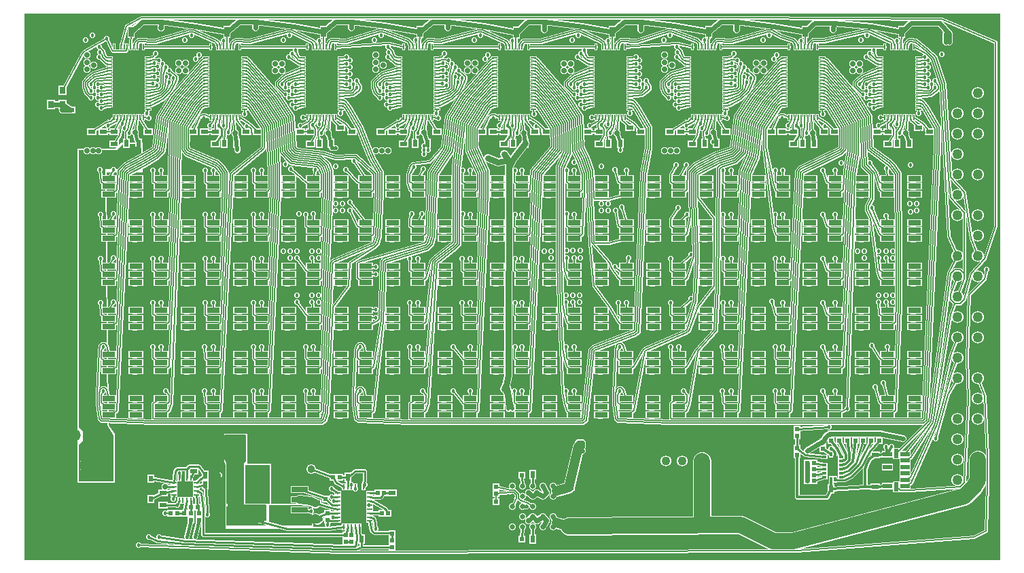
<source format=gbr>
%FSTAX24Y24*%
%MOIN*%
%IN LAYER1.GBR *%
%ADD10C,0.0020*%
%ADD11C,0.0050*%
%ADD12C,0.0070*%
%ADD13C,0.0079*%
%ADD14C,0.0080*%
%ADD15C,0.0098*%
%ADD16C,0.0100*%
%ADD17C,0.0118*%
%ADD18C,0.0120*%
%ADD19C,0.0130*%
%ADD20C,0.0138*%
%ADD21C,0.0150*%
%ADD22C,0.0157*%
%ADD23C,0.0160*%
%ADD24C,0.0177*%
%ADD25C,0.0179*%
%ADD26C,0.0180*%
%ADD27C,0.0190*%
%ADD28C,0.0197*%
%ADD29C,0.0198*%
%ADD30C,0.0200*%
%ADD31C,0.0217*%
%ADD32C,0.0218*%
%ADD33C,0.0236*%
%ADD34C,0.0248*%
%ADD35C,0.0250*%
%ADD36C,0.0256*%
%ADD37C,0.0276*%
%ADD38C,0.0280*%
%ADD39C,0.0297*%
%ADD40C,0.0300*%
%ADD41C,0.0315*%
%ADD42C,0.0317*%
%ADD43C,0.0336*%
%ADD44C,0.0348*%
%ADD45C,0.0376*%
%ADD46C,0.0380*%
%ADD47C,0.0394*%
%ADD48C,0.0413*%
%ADD49C,0.0415*%
%ADD50C,0.0433*%
%ADD51C,0.0472*%
%ADD52C,0.0480*%
%ADD53C,0.0494*%
%ADD54C,0.0500*%
%ADD55C,0.0533*%
%ADD56C,0.0572*%
%ADD57C,0.0600*%
%ADD58C,0.0640*%
%ADD59C,0.0660*%
%ADD60C,0.0787*%
%ADD61C,0.0887*%
%ADD62C,0.0964*%
%ADD63C,0.0984*%
%ADD64C,0.1161*%
%ADD65C,0.1181*%
%ADD66O,0.0492X0.0256*%
%ADD67O,0.0512X0.0276*%
%ADD68O,0.0689X0.0472*%
%ADD69O,0.0709X0.0492*%
%ADD70O,0.0767X0.0551*%
%ADD71O,0.0787X0.0571*%
%ADD72R,0.0059X0.0256*%
%ADD73R,0.0078X0.0256*%
%ADD74R,0.0079X0.0276*%
%ADD75R,0.0098X0.0216*%
%ADD76R,0.0098X0.0276*%
%ADD77R,0.0118X0.0236*%
%ADD78R,0.0179X0.0376*%
%ADD79R,0.0197X0.0216*%
%ADD80R,0.0198X0.0376*%
%ADD81R,0.0216X0.0098*%
%ADD82R,0.0216X0.0197*%
%ADD83R,0.0216X0.0334*%
%ADD84R,0.0217X0.0236*%
%ADD85R,0.0217X0.0453*%
%ADD86R,0.0218X0.0336*%
%ADD87R,0.0236X0.0118*%
%ADD88R,0.0236X0.0217*%
%ADD89R,0.0236X0.0315*%
%ADD90R,0.0236X0.0354*%
%ADD91R,0.0256X0.0059*%
%ADD92R,0.0256X0.0492*%
%ADD93R,0.0276X0.0079*%
%ADD94R,0.0276X0.0098*%
%ADD95R,0.0276X0.0512*%
%ADD96R,0.0295X0.0334*%
%ADD97R,0.0315X0.0354*%
%ADD98R,0.0317X0.0336*%
%ADD99R,0.0317X0.0553*%
%ADD100R,0.0334X0.0216*%
%ADD101R,0.0336X0.0218*%
%ADD102R,0.0336X0.0317*%
%ADD103R,0.0336X0.0415*%
%ADD104R,0.0336X0.0454*%
%ADD105R,0.0354X0.0236*%
%ADD106R,0.0376X0.0179*%
%ADD107R,0.0376X0.0198*%
%ADD108R,0.0376X0.0612*%
%ADD109R,0.0415X0.0454*%
%ADD110R,0.0433X0.0197*%
%ADD111R,0.0453X0.0217*%
%ADD112R,0.0454X0.0336*%
%ADD113R,0.0492X0.0256*%
%ADD114R,0.0512X0.0276*%
%ADD115R,0.0551X0.0551*%
%ADD116R,0.0553X0.0317*%
%ADD117R,0.0571X0.0571*%
%ADD118R,0.0612X0.0376*%
%ADD119R,0.0630X0.0276*%
%ADD120R,0.0730X0.0376*%
%ADD121R,0.0780X0.0230*%
%ADD122R,0.0800X0.0250*%
%ADD123R,0.0900X0.0350*%
%ADD124R,0.0925X0.1122*%
%ADD125R,0.0945X0.1142*%
%ADD126R,0.1023X0.1417*%
%ADD127R,0.1043X0.1437*%
%ADD128R,0.1358X0.2807*%
D10*X009843Y002362D02*G01Y001476D01*X014173D01*Y002756D01*X012106D01*
Y004724D01*X010925D01*Y006201D01*X009744D01*Y004823D01*
X009843Y004626D01*Y0D01*X004429D01*Y006201D01*X004134Y006594D01*
X004035Y018996D01*X005807D01*Y020472D01*X004724D01*X004429Y020177D01*
X002559D01*Y00374D01*X004429D01*Y0D01*X0D01*Y026772D01*X047835D01*
Y0D01*X009843D01*G36*Y002362D02*G01Y001476D01*X014173D01*Y002756D01*
X012106D01*Y004724D01*X010925D01*Y006201D01*X009744D01*Y004823D01*
X009843Y004626D01*Y0D01*X004429D01*Y006201D01*X004134Y006594D01*
X004035Y018996D01*X005807D01*Y020472D01*X004724D01*X004429Y020177D01*
X002559D01*Y00374D01*X004429D01*Y0D01*X0D01*Y026772D01*X047835D01*
Y0D01*X009843D01*G37*D11*X009941Y002657D02*G01Y004724D01*
X009843Y004921D01*Y006102D01*X010827D01*Y004823D01*X010728Y004724D01*
Y002657D01*X011811D01*D10*Y001673D01*D11*X009941D01*Y002657D01*G36*
G01Y004724D01*X009843Y004921D01*Y006102D01*X010827D01*Y004823D01*
X010728Y004724D01*Y002657D01*X011811D01*Y001673D01*X009941D01*
Y002657D01*G37*D10*X011909Y002756D02*G01X010827D01*Y004626D01*
X012008D01*Y002756D01*X011909D01*G36*G01X010827D01*Y004626D01*
X012008D01*Y002756D01*X011909D01*G37*X012943Y001673D02*G01X014075D01*
Y002657D01*X012008D01*Y001673D01*X012943D01*G36*G01X014075D01*
Y002657D01*X012008D01*Y001673D01*X012943D01*G37*X004823Y020374D02*
G01X005709D01*Y019193D01*X003937D01*X004035Y006594D01*
X004331Y006102D01*Y003839D01*X002657D01*Y00561D01*X002854Y005807D01*
Y006299D01*X002657Y006496D01*Y020079D01*X004528D01*X004823Y020374D01*
G36*G01X005709D01*Y019193D01*X003937D01*X004035Y006594D01*
X004331Y006102D01*Y003839D01*X002657D01*Y00561D01*X002854Y005807D01*
Y006299D01*X002657Y006496D01*Y020079D01*X004528D01*X004823Y020374D01*
G37*
%LPC*%
D36*X023659Y002397D03*D38*X041142Y022815D03*D106*X041969Y024134D03*D45*
X042702Y02394D03*X033268Y018307D03*D120*X033425D03*D38*
X030482Y02315D03*D106*X029685Y022874D03*D45*X043504Y01437D03*D120*
X043661D03*D38*X015807Y024656D03*D106*X015512Y024606D03*D38*
X044321Y024488D03*D106*X043858Y024449D03*D38*X031604Y022982D03*D106*
X03252Y023819D03*D38*X035285Y024154D03*D106*X034409Y022874D03*D112*
X018012Y003248D03*D98*X017618D03*D107*X016929Y003051D03*D100*
X018012Y003839D03*D45*X005315Y009252D03*D120*X005472D03*D45*
X010433Y010039D03*D120*X010591D03*D38*X027303Y02315D03*D106*
X027795Y023189D03*D45*X033252Y02324D03*D36*X029823Y025984D03*D45*
X033268Y009646D03*D120*X033425D03*D37*X014006Y02429D03*D100*
X013524Y020394D03*D38*X037205Y014764D03*D120*Y01437D03*D45*
X020472Y016535D03*D120*X02063D03*D45*X023031Y015748D03*D120*X023189D03*
D45*X030709Y011417D03*D120*X030866D03*D45*X017913Y017913D03*D120*
X018071D03*D38*X009764Y021299D03*D78*Y021693D03*D38*X006693Y012598D03*
D120*Y012205D03*D112*X008268Y020984D03*D78*X009134Y021693D03*D100*
X008268Y020394D03*D38*X042579Y014783D03*D45*X043504Y013976D03*D120*
X043661D03*D91*X034409Y024764D03*D72*X034016Y025157D03*D78*X033701D03*
X037953D03*X033071D03*X029134D03*D72*X032913D03*D91*X03252Y024764D03*
D106*Y024606D03*D38*X032002Y02514D03*D106*X03252Y024449D03*D38*
X032028Y024892D03*D91*X03252Y022087D03*D78*X032756Y021693D03*D112*
X031654Y020984D03*D78*X033071Y021693D03*D112*X032756Y020984D03*
X032205D03*D78*X033228Y021693D03*D38*X03315Y021378D03*D112*
X032756Y020394D03*D78*X033543Y021693D03*D104*X033346Y020433D03*D78*
X033858Y021693D03*D45*X03378Y020945D03*D104*X033937Y020433D03*D128*
X033465Y023425D03*D38*X037205Y016929D03*D120*Y016535D03*D38*
X036752Y02454D03*X002854Y004823D03*D45*X020472Y013583D03*D120*
X02063D03*D37*X023429Y02324D03*D45*X023779D03*D38*X024409Y008268D03*
D120*Y007874D03*D45*X015056Y02464D03*D38*X016447Y008258D03*D120*
X016732Y00748D03*D38*X021506Y01694D03*D120*X02185Y016142D03*D37*
X014006Y02359D03*D45*X028529Y02394D03*D37*X014006D03*D38*
X02689Y012608D03*D120*X026969Y012205D03*D58*X011319Y004232D03*D23*
X008307Y004764D03*D45*X043402Y02464D03*D37*X018729Y02429D03*D45*
X023779D03*X009606Y02394D03*X014356Y02324D03*D23*X017656Y02069D03*
X042717Y004035D03*D38*X017234Y01224D03*D120*X016732Y012205D03*D37*
X014006Y02324D03*D23*X013878Y002067D03*D124*X012736Y005512D03*
X010335D03*D38*X029232Y020276D03*X011516Y002953D03*X014862Y001673D03*
D98*Y001929D03*D107*X015354Y00187D03*D45*X017913Y007087D03*D120*
X018071D03*D45*X038386Y012205D03*D120*X038543D03*D38*X02874Y020906D03*
D78*X028976Y021693D03*D45*X005315Y01437D03*D120*X005472D03*D38*
X003642Y004429D03*X003543Y004626D03*D23*X002756Y018406D03*D38*
X012697Y002461D03*X026969Y010433D03*D120*Y010039D03*D36*
X043898Y025689D03*D45*X038386Y018701D03*D120*X038543D03*D37*
X037602Y02429D03*D23*X005217Y019783D03*D38*X012303Y002461D03*
Y002264D03*D23*X013091Y002067D03*D38*X002953Y004626D03*
X02998Y023317D03*D106*X029685Y023346D03*D45*X019079Y02464D03*D112*
X022992Y020984D03*X023543D03*D78*X023622Y021693D03*D100*
X022992Y020394D03*D45*X033268Y013976D03*D120*X033425D03*
X026969Y017913D03*D106*X024961Y023819D03*D45*X017913Y010039D03*D120*
X018071D03*D38*X019291Y012598D03*D120*Y012205D03*D38*X026801Y023317D03*
D106*X027795Y023819D03*D38*X025492Y015118D03*X043415Y017461D03*
X030148Y023819D03*D106*X029685D03*D36*X039173Y025768D03*D38*
X003681Y024892D03*D106*X004173Y024449D03*D37*X042352Y02429D03*D38*
X042802Y02134D03*D78*X042835Y021693D03*D45*X033252Y02429D03*D23*
X004921Y020079D03*D38*X02747Y02248D03*D106*X027795Y022559D03*D38*
X012697Y002067D03*D45*X025591Y009252D03*D120*X025748D03*
X037205Y007087D03*D106*X039134Y022717D03*D45*X033902Y02464D03*D38*
X004921Y019783D03*X014075Y002362D03*D123*X013503Y002421D03*D38*
X033352Y02549D03*D78*X033386Y025157D03*D38*X012303Y002067D03*
X015059Y003051D03*D107*X015354D03*D23*X017421Y000984D03*D38*
X011319Y002953D03*D23*X005217Y020079D03*X01811Y00187D03*D38*
X02126Y023425D03*D106*X020236Y022559D03*D37*X028179Y02464D03*D112*
X011417Y020984D03*D78*X010551Y021693D03*D100*X011417Y020394D03*D45*
X030669Y007874D03*D120*X030827D03*D38*X022047Y025472D03*
X037205Y012598D03*D120*Y012205D03*D38*X040974Y023317D03*D106*
X041969Y023819D03*D38*X026575Y008268D03*D120*X026969Y00748D03*D102*
X03872Y004724D03*D101*X039232Y004626D03*D38*X020696Y023854D03*D106*
X020236Y023819D03*D44*X024917Y001575D03*D104*Y001D03*D44*
X023917Y001575D03*X024417Y002075D03*X023917D03*X025917Y002575D03*
X025417D03*X024917D03*D98*X02313Y003543D03*D44*X023917Y002575D03*D98*
X02313Y003209D03*Y002815D03*D44*X025917Y003075D03*D118*
X026689Y00352D03*D38*X027165Y005512D03*Y005315D03*X027362D03*
X027165Y005709D03*X027362D03*Y005512D03*D44*X025917Y003575D03*
X024417Y003075D03*X023917D03*Y003575D03*D38*X003642Y004823D03*
X038386Y004724D03*D102*D03*Y004429D03*Y004134D03*Y003839D03*D23*
X002756Y017815D03*D38*X015256Y020177D03*X015059D03*D104*
X015039Y020433D03*D45*X014882Y020906D03*D78*X014961Y021693D03*D38*
X03376Y020472D03*D45*X007874Y007874D03*D120*X008031D03*D38*
X011614Y008268D03*D120*Y007874D03*D45*X012628Y023986D03*D38*
X007087Y023425D03*D106*X006063Y022559D03*D38*X028629Y02544D03*D78*
X028661Y025157D03*D100*X018032Y020394D03*D45*X043504Y018701D03*D120*
X043661D03*D38*X017618Y003839D03*X006006Y02189D03*D106*
X006063Y022087D03*D45*X02815Y015748D03*D120*X028307D03*D38*
X005512Y020079D03*X003248Y004823D03*X015059Y003445D03*D107*
X015354Y003248D03*D45*X010433Y007087D03*D120*X010591D03*D38*
X008819Y010433D03*D120*X009252Y009646D03*D38*X040056Y01944D03*D112*
X043852Y02119D03*D78*X043465Y021693D03*D100*X043852Y0206D03*D45*
X017913Y007874D03*D120*X018071D03*D38*X018279Y02129D03*D78*
X01874Y021693D03*D45*X031752Y02424D03*D38*X008819Y008258D03*D120*
X009252Y00748D03*D38*X017172Y025478D03*X041644Y02248D03*D106*
X041969Y022559D03*D45*X017913Y016535D03*D120*X018071D03*D23*
X031856Y02069D03*D38*X010039Y002657D03*D45*X043504Y016142D03*D120*
X043661D03*D116*X043209Y004213D03*Y004528D03*Y005157D03*D57*
X04576Y012886D03*D78*X043307Y025157D03*D99*X042776Y005197D03*D57*
X04576Y014886D03*D78*X043622Y025157D03*D110*X042343Y004843D03*D116*
Y004528D03*D110*Y004213D03*Y003898D03*D99*X042776Y003543D03*D38*
X047185Y014232D03*X010433Y002657D03*D23*X01063D03*D45*X036252Y02399D03*
D38*X010236Y002657D03*X042579Y012608D03*X041644Y023317D03*D106*
X041969Y023346D03*D23*X009252Y001969D03*D83*X009449Y003642D03*D38*
X009252Y001772D03*Y001614D03*Y002559D03*D92*X010335Y003051D03*
X009587D03*D38*X029291Y017293D03*D120*X029528Y016535D03*D38*
X017598Y022815D03*D106*X018346Y023976D03*D38*X009547Y004134D03*
X016309Y023484D03*D106*X015512Y022717D03*D38*X006604Y024488D03*D106*
X006063Y024449D03*D38*X003848Y008258D03*D120*X004134Y00748D03*D38*
X034646Y012598D03*D120*Y012205D03*D45*X02815D03*D120*X028307D03*D37*
X004556Y02324D03*D38*X006523Y023854D03*D106*X006063Y023819D03*D45*
X015354Y016535D03*D120*X015512D03*D23*X032502Y02184D03*D120*
X024409Y015748D03*D106*X024961Y022402D03*D45*X012795Y011811D03*D120*
X012953D03*D38*X038386Y005315D03*D98*X039173Y005748D03*
X039567Y006142D03*X039961D03*X040354D03*X040748D03*X041142D03*
X041535D03*X041929D03*D38*X04311Y005906D03*X017234Y01399D03*D120*
X016732Y013976D03*D91*X043858Y024764D03*D72*X043465Y025157D03*
X042362D03*D91*X041969Y024764D03*Y022087D03*D78*X04252Y021693D03*D112*
X042362Y020984D03*X041811D03*D78*X042677Y021693D03*D38*
X04248Y021309D03*D112*X042362Y020394D03*D78*X042992Y021693D03*D104*
X042795Y020433D03*D78*X043622Y021693D03*D112*X044409Y020984D03*D128*
X042913Y023425D03*D38*X008189Y025709D03*X027136Y023317D03*D106*
X027795Y023504D03*D98*X039567Y005807D03*D101*X040059Y00502D03*D98*
X040354Y005807D03*D101*X040059Y004626D03*D38*X015807Y023317D03*D106*
X015512Y023346D03*D38*X014567Y001969D03*D98*X014862Y002264D03*D66*
X014272Y002008D03*D121*X013503Y001921D03*D107*X015354Y002264D03*D38*
X017323Y003839D03*X019587Y020079D03*X015138Y002067D03*D107*X015354D03*
D45*X005315Y00748D03*D120*X005472D03*D38*X024979Y02184D03*D106*
X024961Y022087D03*D38*X020179Y02189D03*D106*X020236Y022087D03*D45*
X005206Y02464D03*X025591Y013583D03*D120*X025748D03*D45*
X025591Y007874D03*D120*X025748D03*D38*X017933Y02248D03*D106*
X018346Y022559D03*D45*X023031Y007874D03*D120*X023189D03*D45*X020472D03*
D120*X02063D03*D45*X040945Y016142D03*D120*X041102D03*D45*
X025591Y00748D03*D120*X025748D03*D38*X012963Y024656D03*D106*
X013622Y024291D03*D36*X043898Y025984D03*D45*X023031Y00748D03*D120*
X023189D03*D45*X031402Y02004D03*X032002D03*D37*X018729Y02324D03*D38*
X008806Y02144D03*D104*X005591Y020433D03*D45*X005433Y020945D03*D78*
X005512Y021693D03*D23*X013356Y02184D03*D38*X04498Y024803D03*
X00374Y012598D03*D120*X004134Y011811D03*D45*X035902Y02399D03*D38*
X015974Y023819D03*D106*X015512D03*D38*X018898Y012598D03*D120*
X019291Y011811D03*D38*X039173Y010433D03*D120*X039764Y009646D03*D45*
X030669Y009252D03*D120*X030827D03*D38*X012992Y025709D03*
X042306Y01919D03*D120*X042323Y018701D03*D98*X016043Y001181D03*D80*
Y001575D03*D38*X039764Y008268D03*D120*Y007874D03*D98*X017815Y002264D03*
D107*X016929Y002854D03*D79*X017815Y001929D03*D38*X041181Y014783D03*D37*
X032902Y02429D03*D38*X006693Y016929D03*D120*Y016535D03*D38*
X01313Y022815D03*D106*X013622Y022874D03*D38*X01313Y022313D03*D106*
X013622Y022402D03*D23*X013356Y02154D03*D38*X014429Y015118D03*
X012963Y022648D03*D106*X013622Y022717D03*D98*X008169Y002264D03*D102*
Y002559D03*D80*Y002894D03*D45*X003056Y02404D03*X043504Y007087D03*D120*
X043661D03*D38*X01689Y002657D03*D107*X016929D03*D38*X027165Y025709D03*
X026969Y02315D03*D106*X027795Y023661D03*D38*X016693Y003642D03*D80*
X016634Y003543D03*D104*X015846Y004035D03*D80*Y003543D03*D102*
X015453Y004035D03*D38*X003593Y022982D03*D106*X004173Y023031D03*D100*
X008307Y004921D03*D45*X010433Y016535D03*D120*X010591D03*
X009252Y009252D03*D106*X010787Y022244D03*D120*X019291Y017913D03*D106*
X023071Y024606D03*D38*X005118Y020906D03*D78*X005354Y021693D03*D45*
X043504Y018307D03*D120*X043661D03*X042323Y013583D03*D106*
X039134Y023819D03*D38*X006299Y010433D03*D120*X006693Y009646D03*D38*
X034646Y014764D03*D120*Y01437D03*D38*X032106Y022146D03*D106*
X03252Y022244D03*D38*X010806Y02184D03*D106*X010787Y022087D03*D45*
X010433Y018307D03*D120*X010591D03*D37*X042352Y02359D03*D45*
X031702Y02004D03*D120*X029528Y011417D03*D106*X024961Y024134D03*D38*
X026969Y019488D03*D45*X012795Y011417D03*D120*X012953D03*D38*
X006506Y02324D03*D106*X006063Y023189D03*D45*X014706Y02464D03*
X007874Y011417D03*D120*X008031D03*D23*X002756Y018701D03*D38*
X028956Y01434D03*D120*X029528Y013976D03*D38*X00435Y016959D03*D120*
X004134Y016535D03*X009252Y011417D03*D106*X008898Y022244D03*D38*
X006772Y024321D03*D106*X006063Y023031D03*D38*X042256Y01684D03*D120*
X042323Y016535D03*D45*X015354Y011417D03*D120*X015512D03*D112*
X039213Y020984D03*D78*X03874Y021693D03*D100*X039213Y020394D03*D45*
X005315Y018307D03*D120*X005472D03*D45*X042702Y02464D03*
X005315Y011811D03*D120*X005472D03*D45*X007874D03*D120*X008031D03*D45*
X010433D03*D120*X010591D03*D45*X023031Y013976D03*D120*X023189D03*D38*
X011614Y019094D03*D120*Y018701D03*D38*X008858Y014764D03*D120*
X009252Y013976D03*D45*X035902Y02434D03*X007874Y013976D03*D120*
X008031D03*X019291Y007874D03*D106*X029685Y022244D03*D120*
X019291Y007087D03*D106*X023071Y023189D03*D120*X016732Y009252D03*D106*
X023071Y023976D03*D120*X029488Y007874D03*D106*X043858Y022402D03*D120*
X029488Y007087D03*D106*X037244Y023819D03*D38*X028632Y017461D03*
X00376Y02315D03*D106*X004173Y023189D03*D38*X039173Y019094D03*D120*
X039764Y018307D03*D45*X038386Y009646D03*D120*X038543D03*D38*
X042244Y015118D03*X030148Y024488D03*D106*X029685Y024449D03*D38*
X035302Y02369D03*D106*X034409Y022717D03*D38*X039764Y014764D03*D120*
Y01437D03*D38*X003593Y022313D03*D106*X004173Y022402D03*D45*
X035827Y009646D03*D120*X035984D03*D64*X001378Y024803D03*D45*
X025591Y018307D03*D120*X025748D03*D79*X014764Y003287D03*D38*
X032002Y02464D03*D106*X03252Y024291D03*D38*X012795Y022815D03*D106*
X013622Y024134D03*D38*X038346Y020906D03*D78*X038425Y021693D03*D23*
X008256Y02064D03*D38*X01624Y003465D03*D80*Y003543D03*D38*
X0156Y017461D03*X032056Y01724D03*D120*X032087Y016142D03*D38*
X027136Y024656D03*D106*X027795Y024291D03*D38*X031604Y022648D03*D106*
X03252Y024134D03*D38*X012795Y02315D03*D106*X013622Y023661D03*D38*
X017933Y022146D03*D106*X018346Y022244D03*D45*X015354Y009646D03*D120*
X015512D03*D45*X030669D03*D120*X030827D03*D38*X014429Y012943D03*D45*
X037952Y02429D03*D38*X012963Y022982D03*D106*X013622Y023976D03*D38*
X015266Y017126D03*X013366Y012943D03*D45*X038386Y016535D03*D120*
X038543D03*D38*X017234Y01184D03*D120*X016732Y011811D03*D38*
X003313Y025715D03*D45*X033268Y013583D03*D120*X033425D03*D45*X02815D03*
D120*X028307D03*D38*X028297Y017126D03*X015807Y023986D03*D106*
X015512Y023976D03*D38*X041309Y024656D03*D106*X041969Y024291D03*D45*
X033552Y02464D03*D100*X003858Y020394D03*D45*X023031Y010039D03*D120*
X023189D03*D37*X028179Y02394D03*D38*X031939Y023317D03*D106*
X03252Y023346D03*D96*X001299Y023012D03*D45*X021729Y02399D03*D38*
X034646Y008268D03*D120*Y007874D03*D38*X020696Y024188D03*D106*
X020236Y024134D03*D38*X031693Y010433D03*D120*X032087Y009646D03*D45*
X038252Y02464D03*X015354Y017913D03*D120*X015512D03*D45*
X040974Y024321D03*D38*X022979Y02144D03*D23*X027529Y02184D03*D38*
X024056Y01909D03*D120*X024409Y018307D03*D45*X007874D03*D120*X008031D03*
X02185Y009252D03*D106*X023071Y022402D03*D91*X020236Y024764D03*D72*
X019843Y025157D03*D78*X018898D03*X014961D03*D72*X01874D03*D91*
X018346Y024764D03*D106*Y024606D03*D38*X017829Y02514D03*D106*
X018346Y024449D03*D38*X017854Y024892D03*D91*X018346Y022087D03*D78*
X018583Y021693D03*D112*X01748Y020984D03*D78*X018898Y021693D03*D112*
X018583Y020984D03*X018032D03*D78*X019055Y021693D03*D38*
X018976Y021378D03*D112*X018583Y020394D03*D78*X01937Y021693D03*D104*
X019173Y020433D03*D128*X019291Y023425D03*D38*X017933Y022815D03*D106*
X018346Y022874D03*D45*X023031Y011417D03*D120*X023189D03*D45*
X020472Y00748D03*D120*X02063D03*D38*X006523Y023519D03*D106*
X006063Y023504D03*D45*X012795Y007874D03*D120*X012953D03*D38*
X018898Y014764D03*D120*X019291Y013976D03*D38*X014429Y012608D03*D120*
X039764Y013583D03*D106*X039134Y023189D03*D38*X03563Y023622D03*D106*
X034409Y022402D03*D38*X043852Y02189D03*D106*X043858Y022087D03*D36*
X020374Y025984D03*D45*X023031Y017913D03*D120*X023189D03*D38*
X024075Y014764D03*D120*X024409Y013976D03*Y011417D03*D106*
X024961Y022717D03*D45*X038386Y009252D03*D120*X038543D03*D45*
X020472Y018307D03*D120*X02063D03*D45*X02472Y003264D03*D44*
X024917Y003075D03*D45*X025114Y003264D03*D44*X025417Y003075D03*D45*
X025606Y003264D03*D44*X025417Y003575D03*D38*X01122Y012598D03*D120*
X011614Y011811D03*D38*X020529Y024021D03*D106*X020236Y023976D03*D38*
X026969Y016929D03*D120*Y016535D03*D38*X016043Y003642D03*D80*Y003543D03*
D45*X043504Y016535D03*D120*X043661D03*D45*X043504Y009252D03*D120*
X043661D03*D38*X003656Y02464D03*D106*X004173Y024291D03*D45*
X043504Y013583D03*D120*X043661D03*D45*X026467Y023986D03*
X033252Y02359D03*X007874Y009646D03*D120*X008031D03*D36*
X006201Y025984D03*D38*X024055Y010433D03*D120*X024409Y009646D03*D23*
X017717Y000984D03*D45*X00689Y003543D03*D107*X007323D03*D38*
X032452Y02129D03*D78*X032913Y021693D03*D45*X019379Y02464D03*D53*
X001969Y003642D03*X001949Y00561D03*D70*X002382Y00315D03*
X002362Y006102D03*D68*X000866Y003091D03*Y006161D03*D45*
X015354Y010039D03*D120*X015512D03*D38*X016156Y01954D03*D120*
X016732Y018701D03*D45*X037952Y02359D03*X040945Y007087D03*D120*
X041102D03*D45*X040945Y018701D03*D120*X041102D03*D45*X030709Y012205D03*
D120*X030866D03*D38*X019106Y01924D03*D120*X019291Y018307D03*
X006693Y015748D03*D106*X008898Y023504D03*D38*X006956Y02369D03*D106*
X006063Y022717D03*D45*X035827Y016535D03*D120*X035984D03*D38*
X007106Y023986D03*D106*X006063Y022244D03*D38*X029232Y020079D03*D45*
X038386Y013976D03*D120*X038543D03*D23*X013484Y002067D03*D37*
X037602Y02464D03*D45*X031402Y02404D03*D38*X019291Y014764D03*D120*
Y01437D03*D38*X019783Y020276D03*X019556Y01914D03*D120*
X019291Y018701D03*D45*X010433Y007874D03*D120*X010591D03*D38*
X020529Y024356D03*D106*X020236Y024291D03*D38*X013656Y02169D03*D78*
X013858Y021693D03*D38*X02689Y012943D03*X015606Y02094D03*D37*
X037602Y02394D03*D38*X034646Y010433D03*D120*Y010039D03*D38*
X032313Y008258D03*D120*X032087Y00748D03*D45*X033252Y02394D03*
X025591Y010039D03*D120*X025748D03*D23*X007677Y003543D03*X007874D03*
X009154Y003937D03*D38*X007972Y001083D03*D98*X008169Y001929D03*D38*
X024173Y020906D03*D78*X024252Y021693D03*D92*X015413Y025886D03*D45*
X030709Y013976D03*D120*X030866D03*D45*X020472Y015748D03*D120*X02063D03*
D38*X006693Y010433D03*D120*Y010039D03*D45*X015354Y00748D03*D120*
X015512D03*D45*X023031Y009252D03*D120*X023189D03*D45*X015354Y013583D03*
D120*X015512D03*D104*X024917Y00415D03*D44*Y003575D03*D83*
X025508Y00415D03*D38*X027136Y022982D03*D106*X027795Y023976D03*D38*
X009756Y02544D03*D78*X009764Y025157D03*D38*X00689Y002264D03*D102*
X007146D03*D45*X026801Y024321D03*D38*X014156Y01694D03*D120*
X014173Y016535D03*D38*X027303Y022815D03*D106*X027795Y022874D03*D23*
X008071Y003264D03*D45*X023779Y02394D03*D38*X008976Y002185D03*D104*
X008858Y003642D03*D107*X008425Y003543D03*D38*X017224Y001476D03*D107*
X016929Y002067D03*D38*X026906Y01514D03*X02747Y023317D03*D106*
X027795Y023346D03*D79*X018012Y001575D03*D45*X030709Y018307D03*D120*
X030866D03*D45*X02815Y017913D03*D120*X028307D03*D45*X017913Y00748D03*
D120*X018071D03*D45*X02815Y018307D03*D120*X028307D03*X02185Y017913D03*
D106*X023071Y023031D03*D38*X011713Y002953D03*D37*X028179Y02359D03*D45*
X012795Y007087D03*D120*X012953D03*D45*X015354Y011811D03*D120*
X015512D03*D38*X015945Y017126D03*D120*X016732Y016142D03*D23*
X041702Y02154D03*D38*X034252Y012598D03*D120*X034646Y011811D03*D45*
X015354Y007087D03*D120*X015512D03*D45*X003056Y02439D03*D38*
X037452Y02129D03*D78*X037638Y021693D03*D45*X017913Y013583D03*D120*
X018071D03*D45*X02472Y001886D03*D44*X024917Y002075D03*D45*
X025114Y001886D03*D44*X025417Y002075D03*D45*X025606Y001886D03*D44*
X025417Y001575D03*D38*X011614Y012598D03*D120*Y012205D03*D37*
X032902Y02394D03*D45*X007906Y02399D03*X012293Y024321D03*
X042702Y02324D03*D102*X024409Y000984D03*D44*X024417Y001575D03*D82*
X024075Y000984D03*D38*X040846Y015118D03*X032456Y01934D03*D120*
X032087Y018701D03*D38*X030482Y023484D03*D106*X029685Y022717D03*D107*
X016929Y00187D03*D98*X018012Y00124D03*Y000925D03*D73*X016437Y003543D03*
D107*X015354Y002461D03*D118*X014272Y002756D03*D123*X013503Y002921D03*
D80*X01565Y001575D03*D121*X011303Y001921D03*D80*X015846Y001575D03*D98*
X015748Y001181D03*D107*X008425Y003346D03*D80*X01624Y001575D03*D38*
X006594Y001083D03*D80*X016437Y001575D03*D104*X016535Y000984D03*D98*
X018012Y000591D03*D38*X006102Y001083D03*D73*X016634Y001575D03*D126*
X016142Y002559D03*D107*X016929Y002461D03*D38*X003839Y004823D03*D45*
X015354Y009252D03*D120*X015512D03*D45*X04064Y024321D03*
X010433Y00748D03*D120*X010591D03*D45*X028529Y02324D03*D38*
X01378Y008268D03*D120*X014173Y00748D03*D91*X015512Y024764D03*D78*
X015276Y025157D03*X018583D03*D72*X015118D03*D78*X014803D03*X019055D03*
X014331D03*X010079D03*X014173D03*X010236D03*D72*X014016D03*D91*
X013622Y024764D03*D106*X015512Y022402D03*D120*X004134Y007874D03*D91*
X013622Y022087D03*D78*X014173Y021693D03*D112*X014016Y020984D03*
X013524D03*D78*X014331Y021693D03*D38*X014134Y021309D03*D112*
X014016Y020394D03*D78*X014646Y021693D03*D104*X014449Y020433D03*D78*
X015276Y021693D03*D112*X016063Y020984D03*D128*X014567Y023425D03*D38*
X021457Y012598D03*D120*X02185Y011811D03*D38*X015157Y002854D03*D107*
X015354D03*D45*X012795Y010039D03*D120*X012953D03*D38*X029528Y019094D03*
D120*Y018701D03*D38*X019783Y020079D03*D120*X034646Y009252D03*D106*
X037244Y022717D03*D38*X036811Y014764D03*D120*X037205Y013976D03*D38*
X042126Y008661D03*D120*X042323Y007874D03*D45*X010256Y02464D03*D38*
X042802Y02544D03*D78*X042835Y025157D03*D45*X012293Y023986D03*D38*
X039173Y014764D03*D120*X039764Y013976D03*D45*X02815Y010039D03*D120*
X028307D03*D45*X033268Y016535D03*D120*X033425D03*D38*X003445Y004823D03*
D45*X023031Y011811D03*D120*X023189D03*D38*X031772Y02315D03*D106*
X03252Y023504D03*D38*X026956Y01479D03*D120*X026969Y01437D03*D38*
X014262Y019134D03*D120*X014173Y018701D03*Y011417D03*D106*
X010787Y023976D03*D45*X025591Y015748D03*D120*X025748D03*D45*
X02815Y016535D03*D120*X028307D03*D45*X020472Y016142D03*D120*X02063D03*
D45*X040945Y007874D03*D120*X041102D03*D45*X040945Y013583D03*D120*
X041102D03*D38*X00435Y014783D03*D120*X004134Y01437D03*D45*
X033268Y007874D03*D120*X033425D03*D45*X012795Y013976D03*D120*
X012953D03*D38*X020679Y02324D03*D106*X020236Y023189D03*D38*
X037205Y010433D03*D120*Y010039D03*D38*X008806Y02164D03*
X00374Y014764D03*D120*X004134Y013976D03*D38*X022362Y025709D03*D45*
X009906Y02464D03*D79*X007815Y001929D03*D45*X035827Y007874D03*D120*
X035984D03*D112*X037165Y020984D03*X037717D03*D78*X037795Y021693D03*
D100*X037165Y020394D03*D38*X036902Y02474D03*X044154Y023652D03*D106*
X043858Y023661D03*D38*X031693Y014764D03*D120*X032087Y013976D03*D45*
X010433Y012205D03*D120*X010591D03*D36*X034547Y025787D03*D45*
X004906Y02359D03*D38*X034252Y019094D03*D120*X034646Y018307D03*
Y015748D03*D106*X037244Y023189D03*D38*X044154Y024656D03*D106*
X043858Y024606D03*D38*X027136Y022648D03*D106*X027795Y022717D03*D45*
X040945Y016535D03*D120*X041102D03*D98*X040748Y005807D03*D101*
X040059Y004429D03*D45*X037952Y02324D03*D98*X039961Y005807D03*D101*
X040059Y004823D03*D45*X015354Y018701D03*D120*X015512D03*D45*
X040945Y012205D03*D120*X041102D03*D38*X007283Y023622D03*D106*
X006063Y022402D03*D45*X033268Y016142D03*D120*X033425D03*D38*
X043952Y02094D03*D45*X005315Y016142D03*D120*X005472D03*D36*
X025606Y002378D03*X034547Y025984D03*D45*X015354Y018307D03*D120*
X015512D03*D38*X019179Y02549D03*D78*X019213Y025157D03*D38*
X041644Y022982D03*D106*X041969Y023031D03*D45*X017579Y02424D03*D106*
X010787Y023504D03*D120*X014173Y017913D03*D106*X010787Y024291D03*D120*
X014173Y007087D03*D91*X010787Y024764D03*D78*X010551Y025157D03*
X013858D03*D72*X010394D03*D78*X009606D03*X005354D03*X009449D03*
X005512D03*D72*X009291D03*D78*X009134D03*X005827D03*D91*
X008898Y024764D03*D106*X010787Y022402D03*D120*X009252Y007087D03*D106*
X008898Y024606D03*D120*X004134Y017913D03*D106*X008898Y024449D03*D120*
X004134Y015748D03*D106*X008898Y024291D03*D120*X004134Y013583D03*D106*
X008898Y024134D03*D120*X004134Y011417D03*D106*X008898Y023346D03*D120*
X006693Y013583D03*D106*X008898Y023189D03*D120*X006693Y011417D03*D106*
X010787Y022559D03*D120*X011614Y017913D03*D106*X008898Y023031D03*D120*
X006693Y009252D03*D106*X008898Y022717D03*D120*X009252Y017913D03*D91*
X008898Y022087D03*D106*X010787Y022717D03*D120*X011614Y015748D03*D78*
X009921Y021693D03*D104*X009803Y020433D03*D78*X010236Y021693D03*D45*
X010315Y020906D03*D104*X010394Y020433D03*D38*X010433Y020079D03*D106*
X010787Y022874D03*D120*X011614Y013583D03*D106*X010787Y023031D03*D120*
X011614Y011417D03*D106*X010787Y023189D03*D120*X011614Y009252D03*D106*
X010787Y023346D03*D120*X011614Y007087D03*D128*X009843Y023425D03*D45*
X033268Y009252D03*D120*X033425D03*X02185Y015748D03*D106*
X023071Y022874D03*D38*X00435Y012608D03*D120*X004134Y012205D03*D45*
X025591D03*D120*X025748D03*X02185Y013583D03*D106*X023071Y022717D03*D38*
X031956Y01934D03*D120*X032087Y018307D03*D123*X013503Y003421D03*D98*
X014764Y002953D03*D107*X015354Y002657D03*D121*X011303Y003421D03*
Y002921D03*Y002421D03*D45*X007874Y016142D03*D120*X008031D03*
X026969Y007087D03*D106*X024961Y023189D03*D23*X002756Y007874D03*
X001378Y022835D03*D57*X04576Y003886D03*X04676Y007886D03*
X04576Y009886D03*D116*X043209Y003583D03*D52*X04676Y009886D03*D57*
X04576Y010886D03*D116*X043209Y003898D03*D57*X04676Y010886D03*
X04576Y011886D03*X04676D03*D52*Y012886D03*D57*Y013886D03*Y014886D03*
D78*X04315Y025157D03*D52*X04576Y015886D03*D57*X04676D03*
X04576Y016886D03*X04676D03*X04576Y017886D03*X04576Y004886D03*D52*
X04676Y017886D03*D57*X04576Y018886D03*X04676D03*X04576Y019886D03*D52*
X04676D03*D57*X04576Y020886D03*X04676D03*X04576Y021886D03*X04676D03*
D52*X04576Y022886D03*D57*X04676D03*X04576Y005886D03*D52*X04676D03*D57*
X04576Y006886D03*X04676D03*D52*X04576Y007886D03*D64*X04626Y001969D03*
X037205D03*X04626Y024803D03*D23*X002756Y008661D03*Y00748D03*D45*
X006693Y026083D03*D108*X009941Y025886D03*D78*X009921Y025157D03*D38*
X011319Y026083D03*D108*X014665Y025886D03*D78*X014646Y025157D03*D38*
X016043Y026083D03*D108*X01939Y025886D03*D78*X01937Y025157D03*D38*
X020768Y026083D03*D108*X024128Y025856D03*D78*X024094Y025157D03*D38*
X025492Y025984D03*D108*X028839Y025886D03*D78*X028819Y025157D03*D38*
X030217Y025984D03*D108*X033563Y025886D03*D78*X033543Y025157D03*D38*
X034941Y025984D03*D108*X038287Y025886D03*D38*X039665Y025984D03*D108*
X043012Y025886D03*D78*X042992Y025157D03*D38*X045374Y025787D03*
Y025591D03*Y025394D03*X045177Y025787D03*Y025591D03*Y025394D03*D78*
X038268Y025157D03*D108*X005217Y025886D03*D78*X005197Y025157D03*D23*
X002756Y009055D03*D45*X029229Y02464D03*D38*X013297Y023317D03*D106*
X013622Y023346D03*D38*X041644Y022146D03*D106*X041969Y022244D03*D23*
X014764Y00374D03*D38*X015506Y02189D03*D106*X015512Y022087D03*D120*
X039764Y009252D03*D106*X039134Y023504D03*D38*X041909Y012608D03*D120*
X042323Y011811D03*D45*X012795Y016535D03*D120*X012953D03*D45*
X015354Y015748D03*D120*X015512D03*D45*X012795D03*D120*X012953D03*D38*
X037152Y02164D03*D83*X025508Y001D03*D38*X034702Y024021D03*D106*
X034409Y023976D03*D45*X010433Y015748D03*D120*X010591D03*D45*X040945D03*
D120*X041102D03*D38*X034252Y014764D03*D120*X034646Y013976D03*D38*
X013366Y012608D03*D120*X014173Y011811D03*D38*X044321Y023819D03*D106*
X043858D03*D112*X025039Y020984D03*D78*X024567Y021693D03*D100*
X025039Y020394D03*D45*X019729Y02464D03*X019079Y02429D03*
X007874Y015748D03*D120*X008031D03*D38*X04375Y017126D03*D37*
X028179Y02429D03*D38*X026575Y010433D03*D120*X026969Y009646D03*D38*
X021112Y024154D03*D106*X020236Y022874D03*D45*X043504Y015748D03*D120*
X043661D03*D37*X023429Y02394D03*D38*X02128Y023986D03*D106*
X020236Y022244D03*D120*X024409Y013583D03*D106*X024961Y022559D03*D45*
X005315Y016535D03*D120*X005472D03*D38*X017933Y02315D03*D106*
X018346Y023189D03*D38*X011614Y014764D03*D120*Y01437D03*D112*
X006063Y020984D03*D78*X005669Y021693D03*D100*X006063Y020394D03*D38*
X034783Y024823D03*D106*X034409Y024606D03*D112*X037717Y020394D03*D38*
X037874Y021299D03*D78*X037953Y021693D03*D112*X034409Y020984D03*D78*
X034016Y021693D03*D100*X034409Y020394D03*X003307D03*D98*
X01752Y002264D03*D107*X016929D03*D79*X01752Y001929D03*D38*
X028297Y017461D03*X029203Y008258D03*D120*X029488Y00748D03*
X042323Y017913D03*D106*X039134Y024134D03*D38*X044154Y024321D03*D106*
X043858Y024291D03*D38*X003593Y022648D03*D106*X004173Y022717D03*D120*
X016732Y015748D03*D106*X010787Y024606D03*D37*X037602Y02359D03*D100*
X031654Y020394D03*D45*X015354Y012205D03*D120*X015512D03*D38*
X00435Y019134D03*D120*X004134Y018701D03*D36*X026098Y002772D03*
X023659Y002747D03*X025606Y002772D03*D38*X016447Y010433D03*D120*
X016732Y009646D03*D45*X033268Y015748D03*D120*X033425D03*D38*
X008858Y019094D03*D120*X009252Y018307D03*D37*X004556Y02359D03*D45*
X030709Y018701D03*D120*X030866D03*D45*X023031Y013583D03*D120*
X023189D03*D38*X025079Y02124D03*X025329Y02074D03*X026969Y019094D03*
D120*Y018701D03*D37*X037602Y02324D03*D36*X039173Y025984D03*D38*
X006356Y024021D03*D106*X006063Y023976D03*D45*X02815Y007874D03*D120*
X028307D03*D45*X035827Y015748D03*D120*X035984D03*D45*X005315Y007087D03*
D120*X005472D03*D38*X032106Y022815D03*D106*X03252Y022874D03*D38*
X011614Y010433D03*D120*Y010039D03*D45*X040945Y018307D03*D120*
X041102D03*D45*X033252Y02464D03*D38*X024409Y012598D03*D120*Y012205D03*
X016732Y007874D03*D106*X029685Y022402D03*D120*X016732Y007087D03*D106*
X023071Y023819D03*D45*X038386Y015748D03*D120*X038543D03*D38*
X032087Y010433D03*D120*Y010039D03*D38*X00374Y016929D03*D120*
X004134Y016142D03*D38*X01122Y019094D03*D120*X011614Y018307D03*D38*
X014456Y02544D03*D78*X014488Y025157D03*D45*X035827Y01437D03*D120*
X035984D03*D45*X02815Y007087D03*D120*X028307D03*D45*X020472Y011417D03*
D120*X02063D03*D45*X023031Y016535D03*D120*X023189D03*D38*
X006306Y02334D03*D106*X006063Y023346D03*D38*X011156Y02074D03*
X010906Y02124D03*X037152Y02144D03*D45*X040945Y01437D03*D120*X041102D03*
D38*X01122Y008268D03*D120*X011614Y00748D03*D38*X034652Y02334D03*D106*
X034409Y023346D03*D38*X003248Y004429D03*D45*X02815Y016142D03*D120*
X028307D03*D38*X009252Y014764D03*D120*Y01437D03*D45*X017229Y02439D03*
X005556Y02464D03*D91*X006063Y024764D03*D72*X005669Y025157D03*D78*
X005039D03*D38*X004035Y025551D03*D109*X00187Y023012D03*D78*
X004882Y025157D03*X004724D03*D57*X04576Y013886D03*D116*
X043209Y004843D03*D72*X004567Y025157D03*D78*X004409D03*D91*
X004173Y024764D03*D106*Y024606D03*D38*X003656Y02514D03*D91*
X004173Y022087D03*D78*X004409Y021693D03*D112*X003307Y020984D03*D78*
X004724Y021693D03*D112*X004409Y020984D03*X003858D03*D78*
X004882Y021693D03*D38*X004803Y021378D03*D112*X004409Y020394D03*D78*
X005197Y021693D03*D104*X005Y020433D03*D128*X005118Y023425D03*D64*
X001378Y001969D03*D45*X02815Y00748D03*D120*X028307D03*D45*
X02815Y013976D03*D120*X028307D03*D23*X002756Y01063D03*Y009843D03*
Y008268D03*Y009449D03*D45*X00187Y022047D03*D112*X002264D03*D109*
X00187Y022323D03*X001299D03*D23*X002756Y006693D03*Y010236D03*D100*
X041732Y004134D03*Y004528D03*D45*X038386Y01437D03*D120*X038543D03*D38*
X031939Y022313D03*D106*X03252Y022402D03*D38*X024409Y014764D03*D120*
Y01437D03*D36*X026098Y002378D03*D45*X012795Y018307D03*D120*X012953D03*
D45*X036252Y02434D03*X005315Y013976D03*D120*X005472D03*D38*
X039764Y012598D03*D120*Y012205D03*D38*X01378Y016929D03*D120*
X014173Y016142D03*D37*X009256Y02394D03*D45*X023031Y018307D03*D120*
X023189D03*D38*X015768Y019134D03*D120*X016732Y018307D03*D45*
X020472Y009252D03*D120*X02063D03*D38*X025827Y014783D03*
X034702Y023686D03*D106*X034409Y023661D03*D38*X009252Y019094D03*D120*
Y018701D03*D38*X027224Y012608D03*X02061Y024823D03*D106*
X020236Y024606D03*D120*X042323Y011417D03*D106*X039134Y024291D03*D45*
X035827Y012205D03*D120*X035984D03*D38*X014173Y010433D03*D120*
Y010039D03*D38*X017766Y022982D03*D106*X018346Y023031D03*D38*
X006299Y016929D03*D120*X006693Y016142D03*D45*X020472Y012205D03*D120*
X02063D03*D38*X031939Y022648D03*D106*X03252Y022717D03*D45*
X023031Y007087D03*D120*X023189D03*D38*X032106Y02315D03*D106*
X03252Y023189D03*D112*X010866Y020984D03*D78*X010394Y021693D03*D100*
X010866Y020394D03*D38*X024055Y012598D03*D120*X024409Y011811D03*
X039764Y017913D03*D106*X039134Y022874D03*D120*X026969Y011417D03*D106*
X024961Y023504D03*D38*X031604Y023317D03*D106*X03252Y023661D03*D38*
X004882Y021142D03*D78*X005039Y021693D03*D38*X00376Y022815D03*D106*
X004173Y022874D03*D45*X035827Y018701D03*D120*X035984D03*D38*
X020945Y024321D03*D106*X020236Y023031D03*D38*X006693Y014764D03*D120*
Y01437D03*D37*X004556Y02394D03*D38*X006299Y014764D03*D120*
X006693Y013976D03*D45*X017229Y02004D03*D38*X002998Y025478D03*
X018329Y02164D03*X003425Y022815D03*D106*X004173Y023976D03*D45*
X043504Y00748D03*D120*X043661D03*D45*X040945Y009646D03*D120*X041102D03*
D104*X029213Y020433D03*D45*X029055Y020906D03*D78*X029134Y021693D03*D45*
X030669Y010039D03*D120*X030827D03*D45*X020472Y011811D03*D120*X02063D03*
D45*X038386Y007087D03*D120*X038543D03*D38*X02185Y010433D03*D120*
Y010039D03*D45*X028529Y02464D03*D38*X02185Y014764D03*D120*Y01437D03*
D38*X017431Y022648D03*D106*X018346Y024134D03*D45*X035827Y011811D03*
D120*X035984D03*D91*X029685Y024764D03*D78*X029449Y025157D03*X032756D03*
D72*X029291D03*D78*X028976D03*X033228D03*X028346D03*X024409D03*D72*
X028189D03*D91*X027795Y024764D03*D106*X029685Y022559D03*D120*
X016732Y010039D03*D91*X027795Y022087D03*D78*X028346Y021693D03*D112*
X028189Y020984D03*X027638D03*D78*X028504Y021693D03*D38*
X028307Y021309D03*D112*X028189Y020394D03*D78*X028819Y021693D03*D104*
X028622Y020433D03*D78*X029449Y021693D03*D112*X030236Y020984D03*D128*
X02874Y023425D03*D23*X002756Y007087D03*D45*X02815Y009252D03*D120*
X028307D03*D100*X044409Y020394D03*D36*X020374Y025787D03*D45*
X025591Y013976D03*D120*X025748D03*D58*X013091Y004232D03*D45*
X004906Y02464D03*D38*X029679Y02189D03*D106*X029685Y022087D03*D45*
X02815Y011811D03*D120*X028307D03*D23*X004626Y01998D03*D120*
X029488Y010039D03*D106*X043858Y022559D03*D120*X029488Y009252D03*D106*
X037244Y023976D03*D38*X017431Y023317D03*D106*X018346Y023661D03*D38*
X034852Y02324D03*D106*X034409Y023189D03*D45*X019079Y02394D03*
X02815Y011417D03*D120*X028307D03*D38*X009106Y02129D03*D78*
X009291Y021693D03*D112*X008819Y020984D03*X00937D03*D78*
X009449Y021693D03*D100*X008819Y020394D03*D38*X00376Y02248D03*D106*
X004173Y022559D03*D38*X039252Y02124D03*X039502Y02074D03*D45*
X025591Y011417D03*D120*X025748D03*D38*X006939Y024154D03*D106*
X006063Y022874D03*D38*X026555Y012608D03*D120*X026969Y011811D03*D36*
X025213Y002772D03*D38*X003681Y019134D03*D120*X004134Y018307D03*D38*
X00561Y000689D03*D57*X04676Y008886D03*D113*X026689Y002772D03*D45*
X038386Y011811D03*D120*X038543D03*D38*X042244Y012943D03*D106*
X024961Y024449D03*D120*X029528Y015748D03*D106*X024961Y024606D03*D120*
X029528Y017913D03*D91*X024961Y024764D03*D78*X024724Y025157D03*
X028031D03*D106*X024961Y022244D03*D120*X024409Y017913D03*D72*
X024567Y025157D03*D78*X024252D03*X028504D03*X02378D03*X019528D03*
X023622D03*X019685D03*D72*X023465D03*D78*X023307D03*X02D03*D91*
X023071Y024764D03*D106*Y024449D03*D120*X019291Y015748D03*D106*
X023071Y024291D03*D120*X016732Y013583D03*D106*X023071Y024134D03*D120*
X016732Y011417D03*D106*X023071Y023661D03*D120*X019291Y013583D03*D106*
X023071Y023504D03*D120*X019291Y011417D03*D106*X023071Y023346D03*D120*
X019291Y009252D03*D91*X023071Y022087D03*D78*X024094Y021693D03*D104*
X023976Y020433D03*D78*X024409Y021693D03*D45*X024488Y020906D03*D104*
X024567Y020433D03*D38*X023917Y019587D03*X023622Y008563D03*
X02372Y008366D03*X023917Y007382D03*X023524Y008366D03*X02372Y007382D03*
Y019587D03*X023524Y019882D03*X023228Y019488D03*X022736Y019685D03*D106*
X024961Y022874D03*D120*X024409Y009252D03*D128*X024016Y023425D03*D38*
X028297Y019301D03*D120*X042323Y009252D03*D106*X039134Y024449D03*D45*
X038386Y013583D03*D120*X038543D03*D38*X019006Y01694D03*D120*
X019291Y016142D03*D45*X033268Y012205D03*D120*X033425D03*D45*
X04064Y023986D03*D38*X023937Y021299D03*D78*Y021693D03*D38*
X023279Y02129D03*D78*X023465Y021693D03*D112*X022441Y020984D03*D78*
X023307Y021693D03*D100*X022441Y020394D03*D45*X035827Y009252D03*D120*
X035984D03*D38*X008366Y001083D03*D98*X008563Y001929D03*D38*
X032677Y012795D03*D120*X032087Y012205D03*D45*X031402Y02439D03*D38*
X036811Y016929D03*D120*X037205Y016142D03*D36*X01565Y025787D03*
X010925D03*D38*X024409Y019094D03*D120*Y018701D03*D37*X009256Y02359D03*
D36*X01565Y025984D03*D45*X025591Y01437D03*D120*X025748D03*D38*
X017598Y02315D03*D106*X018346Y023504D03*D38*X042244Y014783D03*D120*
X042323Y01437D03*D45*X012795Y012205D03*D120*X012953D03*D45*
X003406Y02424D03*D92*X010335Y002264D03*X009587D03*D45*X02815Y01437D03*
D120*X028307D03*D45*X038386Y007874D03*D120*X038543D03*D23*
X002264Y022835D03*X004156Y02184D03*D38*X036811Y008268D03*D120*
X037205Y00748D03*D38*X011122Y002953D03*D37*X018729Y02394D03*D38*
X00374Y004626D03*X003051Y004823D03*X00315Y004626D03*D23*
X013287Y002067D03*D38*X028987Y017116D03*D120*X029528Y016142D03*D38*
X021129Y02369D03*D106*X020236Y022717D03*D38*X026606Y01479D03*D120*
X026969Y013976D03*D38*X032502Y02164D03*X019587Y019882D03*
X012697Y002264D03*D23*X017618Y001575D03*D38*X013366Y015118D03*
X019518Y008258D03*D120*X019291Y00748D03*D45*X017913Y01437D03*D120*
X018071D03*D38*X003848Y010433D03*D120*X004134Y009646D03*D37*
X018729Y02464D03*D45*X021729Y02434D03*X012795Y009252D03*D120*
X012953D03*D38*X021506Y01909D03*D120*X02185Y018307D03*D106*
X039134Y023976D03*D120*X042323Y015748D03*D91*X039134Y024764D03*D78*
X038898Y025157D03*X042205D03*D72*X03874D03*D78*X038583D03*X04252D03*
X038425D03*X042677D03*X037795D03*X033858D03*D72*X037638D03*D78*
X03748D03*X034173D03*D91*X037244Y024764D03*D106*X039134Y022402D03*D120*
X037205Y011417D03*D106*X037244Y024606D03*D120*X032087Y017913D03*D106*
X037244Y024449D03*D120*X032087Y015748D03*D106*X037244Y024291D03*D120*
X032087Y013583D03*D106*X037244Y024134D03*D120*X032087Y011417D03*D106*
X037244Y023661D03*D120*X032087Y009252D03*D106*X039134Y022559D03*D120*
X037205Y009252D03*D106*X037244Y023031D03*D120*X034646Y013583D03*D106*
X037244Y022874D03*D120*X034646Y011417D03*D106*X037244Y022402D03*D120*
X037205Y015748D03*D106*X037244Y022244D03*D120*X037205Y017913D03*D91*
X037244Y022087D03*D78*X038268Y021693D03*D104*X03815Y020433D03*D78*
X038583Y021693D03*D45*X038661Y020906D03*D104*X03874Y020433D03*D128*
X038189Y023425D03*D45*X014356Y02429D03*D38*X021457Y014764D03*D120*
X02185Y013976D03*D38*X02998Y024321D03*D106*X029685Y024291D03*D38*
X028629Y02134D03*D78*X028661Y021693D03*D45*X043504Y010039D03*D120*
X043661D03*D38*X026969Y008268D03*D120*Y007874D03*D23*X022429Y02064D03*
D36*X025098Y025984D03*D100*X01748Y020394D03*D38*X023929Y02544D03*D78*
X023937Y025157D03*D45*X005315Y017913D03*D120*X005472D03*D112*
X020236Y020984D03*D78*X019843Y021693D03*D100*X020236Y020394D03*D38*
X017766Y022648D03*D106*X018346Y022717D03*D45*X031402Y02474D03*D38*
X013366Y014783D03*D120*X014173Y013976D03*D38*X031772Y022815D03*D106*
X03252Y023976D03*D45*X010433Y009252D03*D120*X010591D03*D45*
X009606Y02464D03*D38*X012963Y023317D03*D106*X013622Y023504D03*D38*
X034213Y010433D03*D120*X034646Y009646D03*D45*X023031Y016142D03*D120*
X023189D03*D38*X020696Y023519D03*D106*X020236Y023504D03*D92*
X029587Y025886D03*D45*X012795Y013583D03*D120*X012953D03*D45*
X038386Y016142D03*D120*X038543D03*D45*X017913Y011811D03*D120*
X018071D03*D45*X025591D03*D120*X025748D03*D38*X007283Y002953D03*D107*
X007323Y00315D03*D45*X023779Y02359D03*X017229Y02474D03*D38*
X034252Y016929D03*D120*X034646Y016142D03*D79*X017618Y003583D03*D38*
X036811Y019094D03*D120*X037205Y018307D03*D45*X035827Y007087D03*D120*
X035984D03*D45*X005315Y015748D03*D120*X005472D03*D45*X005315Y018701D03*
D120*X005472D03*D23*X003556Y02069D03*D45*X007874Y016535D03*D120*
X008031D03*D45*X017913Y012205D03*D120*X018071D03*D38*X018898Y010433D03*
D120*X019291Y009646D03*D38*X037205Y008268D03*D120*Y007874D03*D37*
X009256Y02324D03*D38*X027303Y022313D03*D106*X027795Y022402D03*D38*
X013056Y01914D03*D120*X014173Y018307D03*D98*X008563Y002264D03*D102*
X008504Y002559D03*D107*X008425Y00315D03*D38*X026606Y01694D03*D120*
X026969Y016142D03*X004134Y010039D03*D106*X015512Y022559D03*D120*
X004134Y009252D03*D106*X008898Y023976D03*D45*X012795Y017913D03*D120*
X012953D03*D38*X041309Y023317D03*D106*X041969Y023504D03*D98*
X015748Y000846D03*X016043D03*D38*X026969Y022815D03*D106*
X027795Y024134D03*D45*X010433Y016142D03*D120*X010591D03*D45*
X007874Y017913D03*D120*X008031D03*D45*X010433D03*D120*X010591D03*D45*
X038602Y02464D03*X010433Y013976D03*D120*X010591D03*D38*
X041732Y008465D03*D120*X042323Y00748D03*D38*X035433Y023425D03*D106*
X034409Y022559D03*D38*X003258Y023317D03*D106*X004173Y023661D03*D38*
X016309Y02315D03*D106*X015512Y022874D03*D45*X017829Y02004D03*
X004906Y02324D03*D38*X015974Y024154D03*D106*X015512Y024134D03*D45*
X014356Y02394D03*D38*X042323Y010433D03*D120*Y010039D03*D38*
X015807Y024321D03*D106*X015512Y024291D03*D38*X015807Y023652D03*D106*
X015512Y023661D03*D45*X003056Y02004D03*X009606Y02359D03*D38*
X008556Y02474D03*D45*X020472Y01437D03*D120*X02063D03*D45*
X014356Y02359D03*D37*X014006Y02464D03*D45*X019079Y02359D03*
X005315Y007874D03*D120*X005472D03*D45*X025591Y017913D03*D120*
X025748D03*D45*X014356Y02464D03*D38*X015266Y017461D03*D36*
X029823Y025787D03*D23*X041949Y004331D03*Y004035D03*D38*
X009252Y008268D03*D120*Y007874D03*D38*X0156Y017126D03*D36*
X006201Y025787D03*D45*X026801Y023986D03*D38*X003425Y02315D03*D106*
X004173Y023504D03*D36*X024114Y002303D03*D45*X028529Y02359D03*D120*
X029528Y013583D03*D106*X024961Y024291D03*D38*X041309Y022648D03*D106*
X041969Y022717D03*D38*X039173Y012598D03*D120*X039764Y011811D03*
X037205Y013583D03*D106*X039134Y022244D03*D83*X038976Y003445D03*D45*
X022079Y02434D03*D38*X032677Y014961D03*D120*X032087Y01437D03*D38*
X02185Y019094D03*D120*Y018701D03*D45*X007874Y012205D03*D120*X008031D03*
D45*X005315D03*D120*X005472D03*D38*X028957Y019134D03*D120*
X029528Y018307D03*X039764Y007087D03*D38*X040354Y007382D03*D106*
X039134Y023661D03*D45*X035827Y013583D03*D120*X035984D03*D38*
X041181Y015118D03*D92*X005965Y025886D03*D38*X044656Y023484D03*D106*
X043858Y022717D03*D45*X017913Y011417D03*D120*X018071D03*D83*
X016437Y004035D03*D38*X02185Y008268D03*D120*Y007874D03*D45*X015354D03*
D120*X015512D03*D38*X003258Y022982D03*D106*X004173Y023819D03*D38*
X01122Y010433D03*D120*X011614Y009646D03*D38*X039173Y016929D03*D120*
X039764Y016142D03*D45*X015354D03*D120*X015512D03*D38*X003593Y023317D03*
D106*X004173Y023346D03*D38*X021457Y023622D03*D106*X020236Y022402D03*
D38*X003258Y022648D03*D106*X004173Y024134D03*D120*X004134Y007087D03*
D106*X008898Y023819D03*D38*X006523Y024188D03*D106*X006063Y024134D03*
D37*X004556Y02429D03*D102*X00748Y002264D03*D98*X007815D03*D80*
X007972Y002894D03*D45*X003056Y02474D03*D37*X032902Y02324D03*D36*
X010925Y025984D03*D45*X007556Y02399D03*X043504Y012205D03*D120*
X043661D03*D38*X027256Y01479D03*X009252Y016929D03*D120*Y016535D03*D38*
X014094Y012943D03*X012806Y01939D03*X008406Y02454D03*X039764Y016929D03*
D120*Y016535D03*D38*X016142Y023317D03*D106*X015512Y023031D03*D38*
X031939Y022982D03*D106*X03252Y023031D03*D38*X042244Y012608D03*D120*
X042323Y012205D03*D45*X024079Y02464D03*D38*X032106Y02248D03*D106*
X03252Y022559D03*D38*X015974Y023484D03*D106*X015512Y023504D03*D113*
X026689Y002378D03*D38*X013456Y01694D03*D98*X037894Y006378D03*D38*
X039469Y006496D03*D98*X037894Y006043D03*Y005453D03*D101*
X039232Y00502D03*D38*X01313Y024823D03*D106*X013622Y024449D03*D38*
X013297Y02499D03*D106*X013622Y024606D03*D38*X01313Y02315D03*D106*
X013622Y023189D03*D38*X006356Y024356D03*D106*X006063Y024291D03*D38*
X013031Y015118D03*X044321Y024154D03*D106*X043858Y024134D03*D45*
X033268Y017913D03*D120*X033425D03*D38*X006919Y008258D03*D120*
X006693Y00748D03*D37*X004556Y02464D03*D38*X015974Y024488D03*D106*
X015512Y024449D03*D45*X005315Y010039D03*D120*X005472D03*D45*
X004906Y02394D03*X007874Y010039D03*D120*X008031D03*D38*
X03622Y025472D03*X013297Y022146D03*D106*X013622Y022244D03*D81*
X039232Y004823D03*D101*Y004429D03*D102*X03872D03*D101*
X039232Y004232D03*D102*X03872Y004134D03*D101*X039232Y004035D03*D102*
X03872Y003839D03*D86*X039547Y003917D03*D104*X039567Y003445D03*D98*
X037894Y005118D03*D112*X041732Y003543D03*D116*X042343Y003583D03*D112*
X041732Y005118D03*D116*X042343Y005157D03*D38*X042244Y005512D03*
X042539D03*D101*X040059Y004035D03*D98*X041535Y005807D03*D101*
X040059Y004232D03*D98*X041142Y005807D03*D86*X039547Y005138D03*D98*
X039173Y005413D03*D38*X014094Y015118D03*D45*X017913Y018701D03*D120*
X018071D03*D38*X030148Y02315D03*D106*X029685Y023189D03*D38*
X028632Y017126D03*D45*X040945Y00748D03*D120*X041102D03*D45*
X020472Y017913D03*D120*X02063D03*D38*X041024Y025472D03*
X003445Y004429D03*D100*X041811Y020394D03*D37*X023429Y02464D03*D92*
X039035Y025886D03*D38*X010006Y02094D03*D78*X010079Y021693D03*D45*
X007874Y018701D03*D120*X008031D03*D37*X042352Y02324D03*D45*X009606D03*
D38*X014094Y014783D03*D120*X014173Y01437D03*X026969Y009252D03*D106*
X024961Y023346D03*D37*X009256Y02429D03*D45*X017913Y015748D03*D120*
X018071D03*D38*X042002Y02169D03*D78*X042205Y021693D03*D45*
X020472Y013976D03*D120*X02063D03*D45*X017913D03*D120*X018071D03*D45*
X015354Y01437D03*D120*X015512D03*D45*X012795D03*D120*X012953D03*D38*
X02998Y024656D03*D106*X029685Y024606D03*D38*X034951Y024488D03*D106*
X034409Y024449D03*D120*X026969Y015748D03*D106*X024961Y023976D03*D38*
X019291Y020906D03*D78*X019528Y021693D03*D104*X043386Y020433D03*D45*
X043228Y020906D03*D78*X043307Y021693D03*D38*X019055Y021142D03*D78*
X019213Y021693D03*D45*X037952Y02394D03*D38*X034352Y02189D03*D106*
X034409Y022087D03*D38*X017487Y025715D03*D23*X041702Y02184D03*D38*
X02185Y012598D03*D120*Y012205D03*D112*X029679Y02119D03*D78*
X029291Y021693D03*D100*X029679Y0206D03*D37*X042352Y02394D03*D38*
X03487Y024188D03*D106*X034409Y024134D03*D38*X017829Y02464D03*D106*
X018346Y024291D03*D45*X040974Y023986D03*D100*X030236Y020394D03*D38*
X020479Y02334D03*D106*X020236Y023346D03*D45*X033268Y010039D03*D120*
X033425D03*D38*X041555Y010472D03*D120*X042323Y009646D03*D38*
X039764Y010433D03*D120*Y010039D03*D98*X017323Y003248D03*D107*
X016929D03*D79*X017323Y003583D03*D38*X03811Y021299D03*D78*Y021693D03*
D38*X037205Y019094D03*D120*Y018701D03*D45*X030669Y007087D03*D120*
X030827D03*D38*X004106Y02129D03*D78*X004567Y021693D03*D45*
X033268Y007087D03*D120*X033425D03*D45*X033268Y00748D03*D120*X033425D03*
D38*X034646Y019094D03*D120*Y018701D03*D45*X012795Y009646D03*D120*
X012953D03*D38*X008858Y012598D03*D120*X009252Y011811D03*D38*
X041556Y01724D03*D120*X042323Y016142D03*D38*X03248Y016929D03*D120*
X032087Y016535D03*D23*X036602Y02064D03*X016142Y003937D03*D45*
X035827Y00748D03*D120*X035984D03*D38*X034646Y016929D03*D120*Y016535D03*
D38*X031693Y012598D03*D120*X032087Y011811D03*D83*X017126Y000984D03*D38*
X035118Y024321D03*D106*X034409Y023031D03*D45*X038386Y00748D03*D120*
X038543D03*D45*X035827Y016142D03*D120*X035984D03*D45*X043504Y011811D03*
D120*X043661D03*D45*X005315Y011417D03*D120*X005472D03*D45*
X040945Y009252D03*D120*X041102D03*D45*X040945Y013976D03*D120*
X041102D03*D45*X007906Y02434D03*X030669Y00748D03*D120*X030827D03*D45*
X043504Y011417D03*D120*X043661D03*D45*X040945D03*D120*X041102D03*
X032087Y007874D03*D106*X043858Y022244D03*D120*X032087Y007087D03*D106*
X037244Y023504D03*D45*X035827Y011417D03*D120*X035984D03*D38*
X015266Y019301D03*D45*X038386Y011417D03*D120*X038543D03*D92*
X010689Y025886D03*D45*X017529Y02004D03*D104*X019764Y020433D03*D45*
X019606Y020945D03*D78*X019685Y021693D03*D45*X035827Y010039D03*D120*
X035984D03*D45*X038386D03*D120*X038543D03*D38*X009252Y010433D03*D120*
Y010039D03*D45*X040945D03*D120*X041102D03*D38*X04189Y021299D03*D78*
X042362Y021693D03*D45*X033268Y011417D03*D120*X033425D03*D45*
X007874Y01437D03*D120*X008031D03*D45*X035827Y018307D03*D120*X035984D03*
D45*X038386D03*D120*X038543D03*D23*X008071Y003543D03*D38*
X043456Y01934D03*D23*X007874Y003264D03*D38*X036535Y025709D03*D45*
X038386Y017913D03*D120*X038543D03*D45*X040945D03*D120*X041102D03*D38*
X030148Y023484D03*D106*X029685Y023504D03*D45*X017913Y009252D03*D120*
X018071D03*D38*X026555Y012943D03*D45*X043504Y017913D03*D120*X043661D03*
D38*X027829Y02169D03*D78*X028031Y021693D03*D79*X02313Y00248D03*D23*
X007677Y003264D03*D37*X042352Y02464D03*D45*X030709Y015748D03*D120*
X030866D03*D38*X014094Y012608D03*D120*X014173Y012205D03*D100*
X027638Y020394D03*D38*X029134Y012598D03*D120*X029528Y011811D03*D38*
X041309Y022982D03*D106*X041969Y023976D03*D38*X017431Y022982D03*D106*
X018346Y023819D03*D38*X041909Y012943D03*X043456Y01704D03*D45*
X037952Y02464D03*D38*X04375Y017461D03*X042913Y020906D03*D78*
X04315Y021693D03*D45*X023031Y018701D03*D120*X023189D03*D38*
X041339Y025709D03*D45*X003356Y02004D03*D38*X03166Y025715D03*
X019508Y016959D03*D120*X019291Y016535D03*D38*X017766Y023317D03*D106*
X018346Y023346D03*D38*X012628Y023317D03*D106*X013622Y023819D03*D120*
X009252Y013583D03*D106*X008898Y022402D03*D38*X02747Y02499D03*D106*
X027795Y024606D03*D120*X034646Y017913D03*D106*X037244Y023346D03*D38*
X026606Y01909D03*D120*X026969Y018307D03*D38*X031345Y025478D03*
X017234Y01434D03*D120*X016732Y01437D03*D38*X014173Y008268D03*D120*
Y007874D03*D38*X027303Y024823D03*D106*X027795Y024449D03*D38*
X029779Y02094D03*X021024Y008258D03*D120*X02185Y00748D03*D45*
X030709Y011811D03*D120*X030866D03*D38*X022979Y02164D03*
X041476Y022313D03*D106*X041969Y022402D03*D120*X016732Y017913D03*D106*
X010787Y024449D03*D120*X024409Y007087D03*D106*X024961Y023031D03*D38*
X041476Y022815D03*D106*X041969Y022874D03*D38*X041909Y014783D03*D120*
X042323Y013976D03*D38*X02185Y016929D03*D120*Y016535D03*
X006693Y007874D03*D106*X015512Y022244D03*D120*X006693Y007087D03*D106*
X008898Y022874D03*D38*X044656Y02315D03*D106*X043858Y022874D03*D38*
X026606Y01514D03*X024409Y010433D03*D120*Y010039D03*D45*
X025591Y007087D03*D120*X025748D03*D45*X017229Y02404D03*D38*
X042579Y015118D03*X034702Y024356D03*D106*X034409Y024291D03*D112*
X015506Y02119D03*D78*X015118Y021693D03*D100*X015506Y0206D03*D38*
X007874Y025472D03*X022579Y02454D03*D45*X010433Y013583D03*D120*
X010591D03*D38*X015945Y01752D03*D120*X016732Y016535D03*D38*
X024409Y016929D03*D120*Y016535D03*D45*X020472Y018701D03*D120*X02063D03*
D38*X044154Y023986D03*D106*X043858Y023976D03*D38*X009252Y012598D03*
D120*Y012205D03*D98*X041929Y005807D03*D86*X039744Y003917D03*D38*
X041909Y015118D03*D45*X003622Y020039D03*D38*X039152Y02184D03*D106*
X039134Y022087D03*D120*X039764Y015748D03*D106*X039134Y023031D03*D38*
X044321Y02315D03*D106*X043858Y023189D03*D38*X03487Y023854D03*D106*
X034409Y023819D03*D120*X009252Y015748D03*D106*X008898Y022559D03*D38*
X030315Y023317D03*D106*X029685Y023031D03*D100*X032205Y020394D03*D23*
X039173Y003543D03*D45*X042702Y02359D03*D36*X025098Y025787D03*D45*
X035827Y017913D03*D120*X035984D03*D37*X023429Y02359D03*D38*
X036656Y01264D03*D120*X037205Y011811D03*D38*X021024Y010433D03*D120*
X02185Y009646D03*D38*X044321Y023484D03*D106*X043858Y023504D03*D45*
X012795Y00748D03*D120*X012953D03*D45*X043504Y007874D03*D120*X043661D03*
D45*X005315Y009646D03*D120*X005472D03*D38*X02685Y025472D03*
X01122Y016929D03*D120*X011614Y016142D03*D38*X025827Y015118D03*
X038109Y025465D03*D78*X03811Y025157D03*D45*X033268Y018701D03*D120*
X033425D03*D45*X010433Y009646D03*D120*X010591D03*D38*X041142Y02315D03*
D106*X041969Y023661D03*D120*X042323Y007087D03*D106*X039134Y024606D03*
D83*X009449Y004134D03*D45*X030709Y016535D03*D120*X030866D03*D38*
X033465Y020906D03*D78*X033701Y021693D03*D45*X010433Y01437D03*D120*
X010591D03*D45*X019079Y02324D03*D38*X02998Y023986D03*D106*
X029685Y023976D03*D38*X030148Y024154D03*D106*X029685Y024134D03*D38*
X033228Y021142D03*D78*X033386Y021693D03*D120*X02185Y011417D03*D106*
X023071Y022559D03*D112*X023543Y020394D03*D38*X023701Y021299D03*D78*
X02378Y021693D03*D45*X017913Y018307D03*D120*X018071D03*D38*
X027256Y01514D03*D120*X039764Y011417D03*D106*X039134Y023346D03*D38*
X027224Y012943D03*D45*X023031Y012205D03*D120*X023189D03*
X02185Y007087D03*D106*X023071Y022244D03*D38*X044488Y023317D03*D106*
X043858Y023031D03*D112*X036614Y020984D03*D78*X03748Y021693D03*D100*
X036614Y020394D03*D45*X007874Y013583D03*D120*X008031D03*
X034646Y007087D03*D106*X037244Y022559D03*D38*X004156Y02164D03*D45*
X007556Y02434D03*X005315Y013583D03*D120*X005472D03*D45*
X023031Y01437D03*D120*X023189D03*D38*X024075Y016929D03*D120*
X024409Y016142D03*D80*X007579Y002894D03*D38*X00748Y002657D03*D112*
X006791D03*D80*X007972Y003996D03*D107*X007323Y00374D03*D103*
X006201Y003937D03*D104*X008858Y004134D03*D107*X008425Y00374D03*D73*
X007776Y003996D03*D107*X007323Y003346D03*D112*X006791Y003248D03*D103*
X006201Y002953D03*D115*X007874Y003445D03*D80*X007776Y002894D03*
X008169Y003996D03*D112*X008307Y004331D03*D23*X018329Y02184D03*D38*
X007579Y004232D03*D80*Y003996D03*D38*X042579Y012943D03*D45*
X02815Y009646D03*D120*X028307D03*D45*X025591D03*D120*X025748D03*D38*
X022729Y02474D03*D45*X033268Y011811D03*D120*X033425D03*D37*
X023429Y02429D03*D45*X023779Y02464D03*D23*X016831Y000984D03*
X005709Y020846D03*X002756Y01811D03*D38*X020778Y024488D03*D106*
X020236Y024449D03*D38*X003839Y004429D03*X003346Y004626D03*D45*
X010433Y011417D03*D120*X010591D03*D38*X019587Y020276D03*
X002854Y004429D03*X003051D03*D23*X013681Y002067D03*X027529Y02154D03*
D45*X028879Y02464D03*D38*X020279Y02164D03*D78*X02Y021693D03*D92*
X04376Y025886D03*D112*X00937Y020394D03*D38*X009528Y021299D03*D78*
X009606Y021693D03*D38*X01122Y014764D03*D120*X011614Y013976D03*D38*
X006437Y024823D03*D106*X006063Y024606D03*D92*X020138Y025886D03*D36*
X015846Y003051D03*X016437D03*Y002067D03*X015846D03*D45*
X009606Y02429D03*D38*X00376Y022146D03*D106*X004173Y022244D03*D37*
X028179Y02324D03*D38*X006299Y012598D03*D120*X006693Y011811D03*D45*
X020472Y009646D03*D120*X02063D03*D38*X034213Y008258D03*D120*
X034646Y00748D03*D38*X029616Y014803D03*D120*X029528Y01437D03*D45*
X030709Y017913D03*D120*X030866D03*D38*X041476Y02315D03*D106*
X041969Y023189D03*D45*X012795Y016142D03*D120*X012953D03*D55*
X03324Y004807D03*D118*X026689Y00163D03*D44*X025917Y001575D03*
Y002075D03*D57*X04676Y003886D03*Y004886D03*D55*X032256Y004807D03*
X031469D03*D48*X030484D03*D62*X034449Y00374D03*X029276D03*D45*
X028529Y02429D03*X026467Y024321D03*X012795Y018701D03*D120*X012953D03*
D45*X025591Y016142D03*D120*X025748D03*X014173Y009252D03*D106*
X010787Y024134D03*D45*X035827Y013976D03*D120*X035984D03*D45*
X030709Y013583D03*D120*X030866D03*X014173Y015748D03*D106*
X010787Y023661D03*D45*X043504Y009646D03*D120*X043661D03*D38*
X013297Y022982D03*D106*X013622Y023031D03*D45*X020472Y010039D03*D120*
X02063D03*D38*X02998Y023652D03*D106*X029685Y023661D03*D38*
X014456Y02134D03*D78*X014488Y021693D03*D38*X03487Y023519D03*D106*
X034409Y023504D03*D38*X039567Y005413D03*D75*X039744Y005138D03*D45*
X007874Y007087D03*D120*X008031D03*D45*X010433Y018701D03*D120*
X010591D03*D45*X017913Y016142D03*D120*X018071D03*D38*X044685Y005906D03*
D57*X04576Y008886D03*D38*X039764Y019094D03*D120*Y018701D03*D38*
X027717Y021299D03*D78*X028189Y021693D03*D38*X012677Y025472D03*
X041456Y01944D03*D120*X042323Y018307D03*D45*X020472Y007087D03*D120*
X02063D03*D38*X008858Y016929D03*D120*X009252Y016142D03*D45*
X043052Y02464D03*X033268Y01437D03*D120*X033425D03*D38*
X044154Y023317D03*D106*X043858Y023346D03*D45*X040945Y011811D03*D120*
X041102D03*D45*X015354Y013976D03*D120*X015512D03*D45*X030709Y016142D03*
D120*X030866D03*D38*X017766Y022313D03*D106*X018346Y022402D03*D38*
X01378Y010433D03*D120*X014173Y009646D03*D38*X02747Y022982D03*D106*
X027795Y023031D03*D45*X017913Y009646D03*D120*X018071D03*D38*
X020529Y023686D03*D106*X020236Y023661D03*D38*X035453Y023986D03*D106*
X034409Y022244D03*D38*X006693Y019094D03*D120*Y018701D03*D45*
X023031Y009646D03*D120*X023189D03*D38*X039173Y008268D03*D120*
X039764Y00748D03*X026969Y013583D03*D106*X024961Y023661D03*D45*
X012628Y024321D03*D37*X032902Y02464D03*D45*X042702Y02429D03*D38*
X034452Y02164D03*D78*X034173Y021693D03*D112*X039724Y020984D03*D78*
X038898Y021693D03*D100*X039724Y020394D03*D112*X025591Y020984D03*D78*
X024724Y021693D03*D100*X025591Y020394D03*D38*X024642Y002575D03*D44*
X024417D03*D45*X022079Y02399D03*D38*X029528Y012598D03*D120*Y012205D03*
D38*X012697Y015118D03*X014567Y020906D03*D78*X014803Y021693D03*D45*
X030709Y01437D03*D120*X030866D03*D45*X007874Y009252D03*D120*X008031D03*
D38*X011614Y016929D03*D120*Y016535D03*D38*X019291Y010433D03*D120*
Y010039D03*D38*X024016Y008268D03*D120*X024409Y00748D03*D100*
X016063Y020394D03*D45*X024429Y02464D03*D92*X034311Y025886D03*D120*
X006693Y017913D03*D106*X008898Y023661D03*D120*X014173Y013583D03*D106*
X010787Y023819D03*D38*X041644Y02499D03*D106*X041969Y024606D03*D37*
X009256Y02464D03*D38*X006356Y023686D03*D106*X006063Y023661D03*D38*
X013543Y021299D03*D78*X014016Y021693D03*D38*X006299Y019094D03*D120*
X006693Y018307D03*D38*X041476Y024823D03*D106*X041969Y024449D03*D38*
X02747Y022146D03*D106*X027795Y022244D03*D100*X002264Y022638D03*D38*
X013031Y014783D03*D23*X039665Y004331D03*D102*X024409Y004134D03*D44*
X024417Y003575D03*D82*X024075Y004134D03*D52*X014075Y004429D03*D102*
X015118Y004035D03*D80*X01565Y003543D03*D45*X007874Y00748D03*D120*
X008031D03*D92*X024876Y025856D03*D23*X039665Y004724D03*D45*
X004906Y02429D03*D37*X018729Y02359D03*D38*X014429Y014783D03*
X006106Y02164D03*D78*X005827Y021693D03*D38*X015974Y02315D03*D106*
X015512Y023189D03*D45*X025591Y018701D03*D120*X025748D03*D38*
X013297Y02248D03*D106*X013622Y022559D03*D45*X02815Y018701D03*D120*
X028307D03*D37*X032902Y02359D03*D38*X036811Y010433D03*D120*
X037205Y009646D03*D38*X029203Y010433D03*D120*X029488Y009646D03*D45*
X025591Y016535D03*D120*X025748D03*D36*X025213Y002378D03*D21*
X041142Y022815D02*G01X041032Y022885D01*X040709Y023207D01*Y023427D01*
X040865Y023582D01*X041116Y023782D01*X0418Y024091D01*X041969Y024134D01*
D45*X033268Y018307D02*X033425D01*D21*X030482Y02315D02*X030413Y02304D01*
X030257Y022885D01*X029685Y022874D01*D45*X043504Y01437D02*X043661D01*
D21*X015807Y024656D02*X015512Y024606D01*X044321Y024488D02*
X044085Y024486D01*X043858Y024449D01*X031604Y022982D02*
X031439Y023249D01*Y023385D01*X031536Y023482D01*X031788Y023682D01*
X03252Y023819D01*X035285Y024154D02*X035137Y023759D01*X035135Y023409D01*
X035117Y02313D01*X034962Y022975D01*X034409Y022874D01*D29*
X018012Y003248D02*X017618D01*X01753Y003089D01*X017472Y003031D01*
X017173D01*X016929Y003051D01*D45*X005315Y009252D02*X005472D01*
X010433Y010039D02*X010591D01*D21*X027303Y02315D02*X027539Y023152D01*
X027795Y023189D01*D45*X033268Y009646D02*X033425D01*D21*
X037205Y014764D02*Y01437D01*D45*X020472Y016535D02*X02063D01*
X023031Y015748D02*X023189D01*X030709Y011417D02*X030866D01*
X017913Y017913D02*X018071D01*D21*X009764Y021299D02*Y021693D01*
X006693Y012598D02*Y012205D01*X008268Y020984D02*X008606Y02174D01*
X008738Y021805D01*X008874D01*X009134Y021693D01*D45*X043504Y013976D02*
X043661D01*D21*X033701Y025157D02*X033744Y025326D01*X033798Y025396D01*
X033935Y025533D01*X034018D01*X034646Y025492D01*X036426Y025974D01*
X036645D01*X037126Y025712D01*X037719Y025513D01*X037817Y025435D01*
X037876Y025376D01*X03791Y025326D01*X037953Y025157D01*X033071D02*
X033051Y025335D01*X032953Y025413D01*X031728Y02588D01*X031591D01*
X030061Y025392D01*X029978D01*X029272Y025413D01*X029173Y025335D01*
X029134Y025157D01*X03252Y024606D02*X032343Y024626D01*X032264Y024764D01*
X032193Y02496D01*X032096Y025057D01*X032002Y02514D01*X03252Y024449D02*
X032351Y024492D01*X032301Y024526D01*X032243Y024585D01*
X032167Y024709D01*X032028Y024892D01*X032756Y021693D02*
X032667Y021572D01*X032571Y021475D01*X032384Y021455D01*
X031654Y020984D01*X033071Y021693D02*X033028Y021524D01*
X032985Y021446D01*X032756Y020984D01*X032205D01*X033228Y021693D02*
X03315Y021378D01*X033063Y02121D01*X033008Y020835D01*X032756Y020394D01*
X033543Y021693D02*X033393Y021073D01*X0333Y020974D01*Y020837D01*
X033346Y020433D01*D26*X033858Y021693D02*X03378Y020945D01*D38*
X033937Y020433D01*D21*X037205Y016929D02*Y016535D01*D45*
X020472Y013583D02*X02063D01*D21*X024409Y008268D02*Y007874D01*
X016447Y008258D02*X016342Y008043D01*Y007705D01*X016386Y007661D01*
X016732Y00748D01*X021506Y01694D02*X02146Y016704D01*Y016367D01*
X021504Y016323D01*X02185Y016142D01*X02689Y012608D02*X026969Y012205D01*
X017234Y01224D02*X016732Y012205D01*D29*X014862Y001673D02*Y001929D01*
X015059Y001878D01*X015354Y00187D01*D45*X017913Y007087D02*X018071D01*
X038386Y012205D02*X038543D01*D21*X02874Y020906D02*X028894Y02123D01*
X028976Y021693D01*D45*X005315Y01437D02*X005472D01*D21*
X026969Y010433D02*Y010039D01*D45*X038386Y018701D02*X038543D01*D21*
X02998Y023317D02*X029685Y023346D01*D30*X022992Y020984D02*X023543D01*
D21*X023536Y021231D01*Y021368D01*X023579Y021524D01*X023622Y021693D01*
D45*X033268Y013976D02*X033425D01*D21*X026969Y017913D02*
X027315Y018094D01*X027358Y018138D01*Y01887D01*X027134Y019557D01*
X026882Y020009D01*X026843Y021548D01*X026173Y022571D01*
X025173Y023732D01*X025129Y023776D01*X024961Y023819D01*D45*
X017913Y010039D02*X018071D01*D21*X019291Y012598D02*Y012205D01*
X026801Y023317D02*X026871Y023427D01*X027026Y023582D01*
X027319Y023682D01*X027626Y023776D01*X027795Y023819D01*X030148D02*
X029685D01*X003681Y024892D02*X003821Y024709D01*X003837Y024663D01*
X00396Y024536D01*X004004Y024492D01*X004173Y024449D01*X042802Y02134D02*
X042835Y021693D01*X02747Y02248D02*X027795Y022559D01*D45*
X025591Y009252D02*X025748D01*D21*X037205Y007087D02*X037551Y007268D01*
X037595Y007311D01*X038156Y01894D01*X040076Y019898D01*X040251Y020073D01*
X040284Y02014D01*Y020388D01*X040277Y021258D01*X039647Y022281D01*
X039347Y022629D01*X039303Y022673D01*X039134Y022717D01*D29*
X014075Y002362D02*X013503Y002421D01*D21*X033352Y02549D02*
X033386Y025157D01*D29*X015059Y003051D02*X015354D01*D21*
X02126Y023425D02*X021144Y023048D01*X020872Y022775D01*X020405Y022602D01*
X020236Y022559D01*X011417Y020984D02*X011116Y021277D01*
X010974Y021405D01*X010551Y021693D01*D45*X030669Y007874D02*X030827D01*
D21*X037205Y012598D02*Y012205D01*X040974Y023317D02*X041044Y023427D01*
X041199Y023582D01*X041493Y023682D01*X0418Y023776D01*X041969Y023819D01*
X026575Y008268D02*X026579Y007705D01*X026622Y007661D01*X026969Y00748D01*
D29*X03872Y004724D02*X039232Y004626D01*D21*X020696Y023854D02*
X020461Y023851D01*X020236Y023819D01*D29*X024917Y001575D02*Y001D01*D21*
Y002575D02*X02471Y00274D01*X024335Y002876D01*X024218Y002992D01*
X024216Y003199D01*X024041Y003374D01*X023835Y003376D01*X02313Y003543D01*
X023917Y002575D02*X024057Y002843D01*X024116Y002992D01*Y003157D01*
X024Y003274D01*X023835D01*X02313Y003209D01*Y002815D01*D44*
X025917Y003075D02*X026083Y003346D01*D56*X026689Y00352D01*
X027165Y005512D01*D44*Y005315D01*X027362D01*X027165Y005512D02*
Y005709D01*X027362D01*Y005512D01*X026083Y003346D02*X025917Y003575D01*
D21*X038386Y004724D02*D42*Y004429D01*Y004134D01*Y003839D01*D38*
X015256Y020177D02*X015059D01*X015039Y020433D01*X014882Y020906D01*D26*
X014961Y021693D01*D45*X007874Y007874D02*X008031D01*D21*
X011614Y008268D02*Y007874D01*X007087Y023425D02*X006971Y023048D01*
X006699Y022775D01*X006232Y022602D01*X006063Y022559D01*X028629Y02544D02*
X028661Y025157D01*D45*X043504Y018701D02*X043661D01*D21*
X006006Y02189D02*X006063Y022087D01*D45*X02815Y015748D02*X028307D01*D29*
X015059Y003445D02*X015354Y003248D01*D45*X010433Y007087D02*X010591D01*
D21*X008819Y010433D02*X008862Y009871D01*X008906Y009827D01*
X009252Y009646D01*X043852Y02119D02*X043552Y02148D01*X043508Y021524D01*
X043465Y021693D01*D45*X017913Y007874D02*X018071D01*D21*
X018279Y02129D02*X018653Y02148D01*X018697Y021524D01*X01874Y021693D01*
X008819Y008258D02*X008862Y007705D01*X008906Y007661D01*X009252Y00748D01*
X041644Y02248D02*X041969Y022559D01*D45*X017913Y016535D02*X018071D01*
X043504Y016142D02*X043661D01*D21*X043209Y005157D02*X044451Y006752D01*
X045435Y01402D01*X045625Y014211D01*X045894D01*X046085Y01402D01*
Y013751D01*X04576Y012886D01*X046085Y013751D02*Y01702D01*
X045435Y017751D01*X045335Y01871D01*X045021Y023301D01*X044586Y024598D01*
X044263Y024921D01*X043692Y02537D01*X043425Y025413D01*X043327Y025354D01*
X043307Y025157D01*X042776Y005197D02*X044351Y006793D01*
X045335Y014062D01*X04576Y014886D01*X045335Y015846D01*X044921Y023259D01*
X044486Y024557D01*X044222Y024821D01*X043622Y025157D01*
X042776Y003543D02*X042951Y003399D01*X043466D01*X045894Y003561D01*
X046085Y003751D01*X04628Y007854D01*X04624Y009862D01*X046339Y012992D01*
X047085Y013751D01*X047185Y014232D01*X041644Y023317D02*
X041969Y023346D01*X029291Y017293D02*X029528Y016535D01*
X017598Y022815D02*X017363Y022817D01*X017266Y022914D01*
X017166Y023207D01*Y023427D01*X017321Y023582D01*X017573Y023782D01*
X018346Y023976D01*X016309Y023484D02*X016474Y023218D01*Y023081D01*
X016377Y022985D01*X016126Y022785D01*X015512Y022717D01*
X006604Y024488D02*X006424Y024521D01*X006288D01*X006232Y024492D01*
X006063Y024449D01*X003848Y008258D02*X003744Y008043D01*Y007705D01*
X003788Y007661D01*X004134Y00748D01*X034646Y012598D02*Y012205D01*D45*
X02815D02*X028307D01*D21*X006523Y023854D02*X006288Y023851D01*
X006063Y023819D01*D45*X015354Y016535D02*X015512D01*D21*
X024409Y015748D02*X024755Y015929D01*X024799Y015973D01*
X024958Y019035D01*X025928Y020163D01*X025946Y020215D01*Y020297D01*
X025943Y021175D01*X025273Y022198D01*X025173Y022315D01*
X025129Y022358D01*X024961Y022402D01*D45*X012795Y011811D02*X012953D01*
D42*X038999Y00569D02*X038386Y005315D01*X038999Y00569D02*
X039173Y005748D01*X0393Y005991D01*X039393Y006083D01*X039567Y006142D01*
X039961D01*X040354D01*X040748D01*X041142D01*X041535D01*X041929D01*
X04311Y005906D01*D21*X017234Y01399D02*X016732Y013976D01*
X04252Y021693D02*X042477Y021524D01*X042433Y02148D01*X042412Y021474D01*
X042315Y021377D01*Y021241D01*X042362Y020984D01*X041811D01*
X042677Y021693D02*X042634Y021524D01*X04248Y021309D01*X042614Y021133D01*
Y020835D01*X042362Y020394D01*X042992Y021693D02*X042967Y021272D01*
X042748Y020974D01*Y020837D01*X042795Y020433D01*X043622Y021693D02*
X044061Y021383D01*X044105Y021339D01*X044409Y020984D01*
X027136Y023317D02*X027402Y023482D01*X027795Y023504D01*D32*
X039567Y005807D02*X039902Y005374D01*X040059Y00502D01*X040354Y005807D02*
X040454Y005194D01*Y004846D01*X040292Y004683D01*X040222Y004655D01*
X040059Y004626D01*D21*X015807Y023317D02*X015512Y023346D01*D29*
X014567Y001969D02*X014469Y002067D01*D21*X014862Y002264D01*D29*
X014272Y002008D01*D53*X01435Y001969D01*D47*X013503Y001921D01*D29*
X014862Y002264D02*X015354D01*X015138Y002067D02*X015354D01*D45*
X005315Y00748D02*X005472D01*D21*X024979Y02184D02*X024961Y022087D01*
X020179Y02189D02*X020236Y022087D01*D45*X025591Y013583D02*X025748D01*
X025591Y007874D02*X025748D01*D21*X017933Y02248D02*X018346Y022559D01*
D45*X023031Y007874D02*X023189D01*X020472D02*X02063D01*
X040945Y016142D02*X041102D01*X025591Y00748D02*X025748D01*D21*
X012963Y024656D02*X013453Y024334D01*X013622Y024291D01*D45*
X023031Y00748D02*X023189D01*D38*X005591Y020433D02*X005509Y020624D01*
X005433Y020945D01*D26*X005512Y021693D01*D21*X00374Y012598D02*
X003744Y012036D01*X003788Y011992D01*X004134Y011811D01*
X015974Y023819D02*X015512D01*X018898Y012598D02*X018901Y012036D01*
X018945Y011992D01*X019291Y011811D01*X039173Y010433D02*
X039374Y009871D01*X039418Y009827D01*X039764Y009646D01*D45*
X030669Y009252D02*X030827D01*D21*X042306Y01919D02*X042323Y018701D01*
D29*X016043Y001181D02*Y001575D01*D21*X039764Y008268D02*Y007874D01*D29*
X017815Y002264D02*X017727Y002423D01*X017669Y002481D01*
X017108Y002806D01*X016968Y002847D01*X016929Y002854D01*D21*
X006693Y016929D02*Y016535D01*X01313Y022815D02*X013366Y022817D01*
X013622Y022874D01*X01313Y022313D02*X013366Y022315D01*X013453Y022358D01*
X013622Y022402D01*X012963Y022648D02*X013198Y02265D01*X013622Y022717D01*
D29*X008169Y002264D02*Y002559D01*Y002894D01*D45*X043504Y007087D02*
X043661D01*D21*X01689Y002657D02*X016929D01*X026969Y02315D02*
X026971Y023385D01*X027067Y023482D01*X027361Y023582D01*
X027795Y023661D01*D29*X016693Y003642D02*X016634Y003543D01*
X016693Y003898D01*Y004331D01*X01622D01*X015846Y004035D01*Y003543D01*
Y004035D02*X015453D01*D21*X003593Y022982D02*X003828Y022985D01*
X004173Y023031D01*D45*X010433Y016535D02*X010591D01*D21*
X009252Y009252D02*X009598Y009433D01*X009642Y009477D01*
X010101Y018911D01*X010203Y019014D01*X011635Y020184D01*
X011673Y020258D01*X011669Y021133D01*X011661Y021145D01*X011Y022157D01*
X010956Y022201D01*X010787Y022244D01*X019291Y017913D02*
X018945Y018094D01*X018901Y018138D01*X018801Y018491D01*Y018911D01*
X018941Y019309D01*X019038Y019405D01*X019852Y01952D01*X019948Y019617D01*
X020492Y020236D01*X020689Y021755D01*X021328Y022772D01*
X022858Y024519D01*X022902Y024563D01*X023071Y024606D01*
X005118Y020906D02*X005311Y021524D01*X005354Y021693D01*D45*
X043504Y018307D02*X043661D01*D21*X042323Y013583D02*X041977Y013764D01*
X041933Y013808D01*X041833Y01416D01*X041744Y014715D01*X041492Y016704D01*
X041291Y01713D01*Y01735D01*X041492Y017745D01*Y01887D01*
X041091Y019289D01*X040977Y021548D01*X040347Y022571D01*
X039347Y023732D01*X039303Y023776D01*X039134Y023819D01*
X006299Y010433D02*X006303Y009871D01*X006347Y009827D01*
X006693Y009646D01*X034646Y014764D02*Y01437D01*X032106Y022146D02*
X03252Y022244D01*X010806Y02184D02*X010787Y022087D01*D45*
X010433Y018307D02*X010591D01*D21*X029528Y011417D02*X029182Y011598D01*
X029138Y011642D01*X028697Y012374D01*X027917Y013414D01*
X027717Y015496D01*X027617Y01762D01*X027558Y018952D01*X027334Y019639D01*
X027082Y020092D01*X027043Y021631D01*X026373Y022654D01*
X025173Y024047D01*X025129Y024091D01*X024961Y024134D01*D45*
X012795Y011417D02*X012953D01*D21*X006506Y02324D02*X006374Y023175D01*
X006238D01*X006063Y023189D01*D45*X007874Y011417D02*X008031D01*D21*
X028956Y01434D02*X029182Y014157D01*X029528Y013976D01*X00435Y016959D02*
X004134Y016535D01*X009252Y011417D02*X009598Y011598D01*
X009642Y011642D01*X009942Y018014D01*Y018994D01*X009717Y019287D01*
X009445Y019559D01*X008054Y020167D01*X008012Y020248D01*
X008016Y021133D01*X008669Y022152D01*X008782Y022241D01*
X008898Y022244D01*X006772Y024321D02*X006691Y0238D01*X006688Y023451D01*
X006671Y023172D01*X006574Y023075D01*X006063Y023031D01*X042256Y01684D02*
X042323Y016535D01*D45*X015354Y011417D02*X015512D01*D21*
X039213Y020984D02*X038783Y021524D01*X03874Y021693D01*D45*
X005315Y018307D02*X005472D01*X005315Y011811D02*X005472D01*X007874D02*
X008031D01*X010433D02*X010591D01*X023031Y013976D02*X023189D01*D21*
X011614Y019094D02*Y018701D01*X008858Y014764D02*X008862Y014201D01*
X008906Y014157D01*X009252Y013976D01*D45*X007874D02*X008031D01*D21*
X019291Y007874D02*X018945Y007693D01*X018901Y007649D01*Y006918D01*
X018945Y006874D01*X027315D01*X027358Y006918D01*X027717Y010291D01*
X027878Y010452D01*X02901Y010898D01*X029874Y011205D01*X029918Y011248D01*
X030276Y018952D01*X030492Y020236D01*X030488Y021133D01*
X029898Y022157D01*X029854Y022201D01*X029685Y022244D01*
X019291Y007087D02*X019637Y007268D01*X019681Y007311D01*
X019781Y007664D01*X02024Y014539D01*X020284Y014583D01*X0211Y015235D01*
X02132Y015455D01*X021341Y019159D01*X021589Y021382D01*X022228Y022399D01*
X022858Y023102D01*X022902Y023146D01*X023071Y023189D01*
X016732Y009252D02*X017078Y009433D01*X017122Y009477D01*X017499Y01173D01*
X017581Y01458D01*X017683Y014683D01*X01972Y015335D01*X019881Y015496D01*
X019981Y015849D01*X02014Y018911D01*X020892Y020071D01*X021089Y021589D01*
X021728Y022606D01*X022858Y023889D01*X022902Y023933D01*
X023071Y023976D01*X029488Y007874D02*X029368Y008326D01*
X029271Y008423D01*X029134D01*X029038Y008326D01*X028998Y008084D01*
Y007664D01*X029098Y006918D01*X029142Y006874D01*X031699Y006774D01*
X044049D01*X044151Y006876D01*X044767Y020226D01*Y020309D01*
X044762Y021175D01*X044171Y022198D01*X044071Y022315D01*
X044027Y022358D01*X043858Y022402D01*X029488Y007087D02*
X029834Y007268D01*X029878Y007311D01*X030437Y010208D01*
X030481Y010252D01*X032474Y011105D01*X032577Y011207D01*
X033035Y012374D01*X033815Y013414D01*Y016704D01*X033035Y017745D01*
Y01887D01*X033079Y018914D01*X034101Y019459D01*X034813Y019677D01*
X035165Y020029D01*X035362Y021548D01*X036027Y022578D01*
X037031Y023732D01*X037075Y023776D01*X037244Y023819D01*X00376Y02315D02*
X004173Y023189D01*X039173Y019094D02*X039374Y018532D01*
X039418Y018488D01*X039764Y018307D01*D45*X038386Y009646D02*X038543D01*
D21*X030148Y024488D02*X029912Y024486D01*X029685Y024449D01*
X035302Y02369D02*X035268Y023494D01*X035217Y023089D01*X035004Y022875D01*
X034578Y02276D01*X034409Y022717D01*X039764Y014764D02*Y01437D01*
X003593Y022313D02*X003828Y022315D01*X004173Y022402D01*D45*
X035827Y009646D02*X035984D01*X025591Y018307D02*X025748D01*D21*
X032002Y02464D02*X032351Y024334D01*X03252Y024291D01*X012795Y022815D02*
X012686Y022885D01*X012363Y023207D01*Y023427D01*X012518Y023582D01*
X01277Y023782D01*X013453Y024091D01*X013622Y024134D01*D26*
X038346Y020906D02*X03839Y021183D01*X038425Y021693D01*D21*
X01624Y003465D02*Y003543D01*X032056Y01724D02*X031697Y016704D01*
Y016367D01*X031741Y016323D01*X032087Y016142D01*X027136Y024656D02*
X027626Y024334D01*X027795Y024291D01*X031604Y022648D02*
X031495Y022717D01*X031339Y022873D01*X031239Y023166D01*Y023468D01*
X031453Y023682D01*X031705Y023882D01*X032351Y024091D01*X03252Y024134D01*
X012795Y02315D02*X012798Y023385D01*X012894Y023482D01*X013187Y023582D01*
X013622Y023661D01*X017933Y022146D02*X018346Y022244D01*D45*
X015354Y009646D02*X015512D01*X030669D02*X030827D01*D21*
X012963Y022982D02*X012727Y022985D01*X012463Y023249D01*Y023385D01*
X01256Y023482D01*X012811Y023682D01*X013453Y023933D01*X013622Y023976D01*
D45*X038386Y016535D02*X038543D01*D21*X017234Y01184D02*
X016732Y011811D01*D45*X033268Y013583D02*X033425D01*X02815D02*
X028307D01*D21*X015807Y023986D02*X015512Y023976D01*X041309Y024656D02*
X0418Y024334D01*X041969Y024291D01*D45*X023031Y010039D02*X023189D01*D21*
X031939Y023317D02*X03252Y023346D01*X034646Y008268D02*Y007874D01*
X020696Y024188D02*X020461Y024186D01*X020236Y024134D01*
X031693Y010433D02*X031697Y009871D01*X031741Y009827D01*
X032087Y009646D01*D45*X015354Y017913D02*X015512D01*D21*
X024056Y01909D02*X024019Y01887D01*Y018532D01*X024063Y018488D01*
X024409Y018307D01*D45*X007874D02*X008031D01*D21*X02185Y009252D02*
X022196Y009433D01*X02224Y009477D01*X02264Y017973D01*Y019035D01*
X022085Y020195D01*Y020278D01*X022089Y021175D01*X022728Y022192D01*
X022787Y022251D01*X022902Y022358D01*X023071Y022402D01*
X018898Y025157D02*X018858Y025335D01*X01878Y025413D01*X017555Y02588D01*
X017418D01*X015789Y025392D01*X015707D01*X015079Y025433D01*
X015Y025374D01*X014961Y025157D01*X018346Y024606D02*X01815Y024646D01*
X018091Y024764D01*X018019Y02496D01*X017923Y025057D01*X017829Y02514D01*
X018346Y024449D02*X018178Y024492D01*X018108Y024546D01*X01805Y024604D01*
X017994Y024709D01*X017854Y024892D01*X018583Y021693D02*
X018494Y021572D01*X018397Y021475D01*X018211Y021455D01*X01748Y020984D01*
X018898Y021693D02*X018855Y021524D01*X018811Y021446D01*
X018583Y020984D01*X018032D01*X019055Y021693D02*X018976Y021378D01*
X01889Y02121D01*X018835Y020835D01*X018583Y020394D01*X01937Y021693D02*
X01922Y021073D01*X019126Y020974D01*Y020837D01*X019173Y020433D01*
X017933Y022815D02*X018346Y022874D01*D45*X023031Y011417D02*X023189D01*
X020472Y00748D02*X02063D01*D21*X006523Y023519D02*X006063Y023504D01*D45*
X012795Y007874D02*X012953D01*D21*X018898Y014764D02*X018901Y014201D01*
X018945Y014157D01*X019291Y013976D01*X039764Y013583D02*X04011Y013764D01*
X040154Y013808D01*X040412Y018994D01*X040584Y020015D01*Y020512D01*
X040577Y021382D01*X039947Y022406D01*X039347Y023102D01*
X039303Y023146D01*X039134Y023189D01*X03563Y023622D02*X035598Y023357D01*
X035417Y023006D01*X035086Y022675D01*X034578Y022445D01*
X034409Y022402D01*X043852Y02189D02*X043858Y022087D01*D45*
X023031Y017913D02*X023189D01*D21*X024075Y014764D02*X024019Y014539D01*
Y014201D01*X024063Y014157D01*X024409Y013976D01*Y011417D02*
X024755Y011598D01*X024799Y011642D01*X025158Y018952D01*X026128Y02008D01*
X026146Y020132D01*Y02038D01*X026143Y021258D01*X025473Y022281D01*
X025173Y022629D01*X025129Y022673D01*X024961Y022717D01*D45*
X038386Y009252D02*X038543D01*X020472Y018307D02*X02063D01*D44*
X02472Y003264D02*X024917Y003075D01*X025114Y003264D01*X025417Y003075D01*
X025606Y003264D01*X025417Y003575D01*D21*X01122Y012598D02*
X011224Y012036D01*X011268Y011992D01*X011614Y011811D01*
X020529Y024021D02*X020236Y023976D01*X026969Y016929D02*Y016535D01*
X016043Y003642D02*Y003543D01*D45*X043504Y016535D02*X043661D01*
X043504Y009252D02*X043661D01*D21*X003656Y02464D02*X004004Y024334D01*
X004173Y024291D01*D45*X043504Y013583D02*X043661D01*X007874Y009646D02*
X008031D01*D21*X024055Y010433D02*X024019Y010208D01*Y009871D01*
X024063Y009827D01*X024409Y009646D01*D29*X00689Y003543D02*X007323D01*
D21*X032452Y02129D02*X032826Y02148D01*X03287Y021524D01*
X032913Y021693D01*D45*X015354Y010039D02*X015512D01*D21*
X016156Y01954D02*X016732Y018701D01*D45*X040945Y007087D02*X041102D01*
X040945Y018701D02*X041102D01*X030709Y012205D02*X030866D01*D21*
X019106Y01924D02*X018901Y01887D01*Y018532D01*X018945Y018488D01*
X019291Y018307D01*X006693Y015748D02*X007039Y015929D01*
X007083Y015973D01*X007183Y018097D01*X007216Y021465D01*
X007869Y022484D01*X008685Y023417D01*X008729Y023461D01*
X008898Y023504D01*X006956Y02369D02*X006922Y023494D01*X006871Y023089D01*
X006657Y022875D01*X006232Y02276D01*X006063Y022717D01*D45*
X035827Y016535D02*X035984D01*D21*X007106Y023986D02*X007352Y023787D01*
X007448Y02369D01*Y023554D01*X007352Y023315D01*X007171Y022965D01*
X006781Y022575D01*X006232Y022287D01*X006063Y022244D01*D45*
X038386Y013976D02*X038543D01*D21*X019291Y014764D02*Y01437D01*
X019556Y01914D02*X019291Y018701D01*D45*X010433Y007874D02*X010591D01*
D21*X020529Y024356D02*X020236Y024291D01*X013656Y02169D02*
X013858Y021693D01*X034646Y010433D02*Y010039D01*X032313Y008258D02*
X032477Y008043D01*Y007705D01*X032433Y007661D01*X032087Y00748D01*D45*
X025591Y010039D02*X025748D01*D38*X007972Y001083D02*X008169Y001929D01*
D26*X024173Y020906D02*X024217Y021183D01*X024252Y021693D01*D45*
X030709Y013976D02*X030866D01*X020472Y015748D02*X02063D01*D21*
X006693Y010433D02*Y010039D01*D45*X015354Y00748D02*X015512D01*
X023031Y009252D02*X023189D01*X015354Y013583D02*X015512D01*D29*
X024917Y00415D02*Y003575D01*D21*X027136Y022982D02*X0269Y022985D01*
X026636Y023249D01*Y023385D01*X026733Y023482D01*X026985Y023682D01*
X027626Y023933D01*X027795Y023976D01*X009756Y02544D02*X009764Y025157D01*
X00689Y002264D02*X007146D01*X014156Y01694D02*X014173Y016535D01*
X027303Y022815D02*X027539Y022817D01*X027795Y022874D01*D29*
X008976Y002185D02*X008948Y002491D01*X008858Y003642D01*
X008425Y003543D01*X017224Y001476D02*X017166Y00196D01*X017108Y002019D01*
X016929Y002067D01*D21*X02747Y023317D02*X027795Y023346D01*D45*
X030709Y018307D02*X030866D01*X02815Y017913D02*X028307D01*
X017913Y00748D02*X018071D01*X02815Y018307D02*X028307D01*D21*
X02185Y017913D02*X022196Y018094D01*X02224Y018138D01*Y01887D01*
X021685Y020029D01*Y020443D01*X021689Y021341D01*X022328Y022358D01*
X022858Y022944D01*X022902Y022988D01*X023071Y023031D01*D45*
X012795Y007087D02*X012953D01*X015354Y011811D02*X015512D01*D21*
X015945Y017126D02*X016342Y016367D01*X016386Y016323D01*
X016732Y016142D01*X034252Y012598D02*X034256Y012036D01*X0343Y011992D01*
X034646Y011811D01*D45*X015354Y007087D02*X015512D01*D21*
X037452Y02129D02*X037595Y021524D01*X037638Y021693D01*D45*
X017913Y013583D02*X018071D01*D44*X02472Y001886D02*X024917Y002075D01*
X025114Y001886D01*X025417Y002075D01*X025606Y001886D01*
X025417Y001575D01*D21*X011614Y012598D02*Y012205D01*D29*
X024409Y000984D02*X024417Y001575D01*D21*X032456Y01934D02*
X032087Y018701D01*X030482Y023484D02*X030647Y023218D01*Y023081D01*
X030551Y022985D01*X030299Y022785D01*X029685Y022717D01*D29*
X016929Y00187D02*X017035Y001398D01*X017146Y001287D01*X017717Y00128D01*
X017778Y001273D01*X018012Y00124D01*Y000925D01*X015354Y002461D02*
X015018Y002517D01*X014272Y002756D01*D53*X014075Y002854D01*
X013503Y002921D01*D29*X01565Y001575D02*X014941Y001484D01*
X012894Y001476D01*X011303Y001921D01*X015846Y001575D02*
X015748Y001181D01*X00876D01*X00877Y00177D01*Y002423D01*
X008662Y00324D01*X008604Y003298D01*X008425Y003346D01*X01624Y001575D02*
X016289Y00112D01*X016251Y000687D01*X016193Y000629D01*X015599D01*
X007894Y000893D01*X006594Y001083D01*X016437Y001575D02*Y00128D01*
X016535Y000984D01*Y000591D01*X018012D01*X016535D02*X016254Y000481D01*
X015537D01*X007833Y000745D01*X006516Y000893D01*X006102Y001083D01*D45*
X015354Y009252D02*X015512D01*X010433Y00748D02*X010591D01*D21*
X01378Y008268D02*X013783Y007705D01*X013827Y007661D01*X014173Y00748D01*
X015276Y025157D02*X017761Y025305D01*X017897D01*X018583Y025157D01*
X014803D02*X014846Y025326D01*X0149Y025415D01*X014959Y025474D01*
X015037Y025533D01*X01512D01*X015748Y025492D01*X017377Y02598D01*
X017596D01*X018821Y025513D01*X018968Y02537D01*X019012Y025326D01*
X019055Y025157D01*X014331D02*X014288Y025326D01*X014244Y02537D01*
X014116Y025494D01*X013102Y025974D01*X012882D01*X011024Y025492D01*
X010435Y025533D01*X010352D01*X010234Y025454D01*X010176Y025396D01*
X010122Y025326D01*X010079Y025157D01*X014173D02*X014134Y025335D01*
X014075Y025394D01*X01306Y025874D01*X012924D01*X011065Y025392D01*
X010982D01*X010394Y025433D01*X010276Y025354D01*X010236Y025157D01*
X015512Y022402D02*X015681Y022358D01*X015725Y022315D01*
X015825Y022198D01*X016415Y021175D01*X016916Y019911D01*
X017066Y019611D01*X017422Y018994D01*Y018014D01*X017322Y01589D01*
X017222Y015538D01*X01712Y015435D01*X015166Y014583D01*X015122Y014539D01*
X015098Y014449D01*X015063Y0136D01*X014763Y007229D01*X014663Y006876D01*
X014561Y006774D01*X006305D01*X003788Y006874D01*X003744Y006918D01*
X003644Y007664D01*Y008084D01*X003683Y008326D01*X00378Y008423D01*
X003917D01*X004013Y008326D01*X004134Y007874D01*X014173Y021693D02*
X01413Y021524D01*X014086Y02148D01*X014066Y021474D01*X013969Y021377D01*
Y021241D01*X014016Y020984D01*X013524D01*X014331Y021693D02*
X014288Y021524D01*X014134Y021309D01*X014268Y021133D01*Y020835D01*
X014016Y020394D01*X014646Y021693D02*X014621Y021272D01*
X014402Y020974D01*Y020837D01*X014449Y020433D01*X015276Y021693D02*
X015714Y021383D01*X015758Y021339D01*X016063Y020984D01*
X021457Y012598D02*X02146Y012036D01*X021504Y011992D01*X02185Y011811D01*
D29*X015157Y002854D02*X015354D01*D45*X012795Y010039D02*X012953D01*D21*
X029528Y019094D02*Y018701D01*X034646Y009252D02*X034992Y009433D01*
X035036Y009477D01*X035494Y018911D01*X035865Y019739D01*
X036062Y021258D01*X036727Y022288D01*X037031Y022629D01*
X037075Y022673D01*X037244Y022717D01*X036811Y014764D02*
X036815Y014201D01*X036859Y014157D01*X037205Y013976D01*
X042126Y008661D02*X042323Y007874D01*X042802Y02544D02*X042835Y025157D01*
X039173Y014764D02*X039374Y014201D01*X039418Y014157D01*
X039764Y013976D01*D45*X02815Y010039D02*X028307D01*X033268Y016535D02*
X033425D01*X023031Y011811D02*X023189D01*D21*X031772Y02315D02*
X031774Y023385D01*X031871Y023482D01*X03252Y023504D01*X026956Y01479D02*
X026969Y01437D01*X014262Y019134D02*X014173Y018701D01*Y011417D02*
X014519Y011598D01*X014563Y011642D01*X014663Y013766D01*
X014698Y014615D01*X014763Y01589D01*X014863Y018014D01*Y018994D01*
X014727Y019326D01*X014454Y019599D01*X013225Y019736D01*X013133Y0198D01*
X012898Y020034D01*X012849Y020117D01*X012769Y021589D01*X0121Y022613D01*
X011Y023889D01*X010956Y023933D01*X010787Y023976D01*D45*
X025591Y015748D02*X025748D01*X02815Y016535D02*X028307D01*
X020472Y016142D02*X02063D01*X040945Y007874D02*X041102D01*
X040945Y013583D02*X041102D01*D21*X00435Y014783D02*X004134Y01437D01*D45*
X033268Y007874D02*X033425D01*X012795Y013976D02*X012953D01*D21*
X020679Y02324D02*X020547Y023175D01*X020411D01*X020236Y023189D01*
X037205Y010433D02*Y010039D01*X00374Y014764D02*X003744Y014201D01*
X003788Y014157D01*X004134Y013976D01*D45*X035827Y007874D02*X035984D01*
D30*X037165Y020984D02*X037717D01*D21*X037709Y021231D01*Y021368D01*
X037752Y021524D01*X037795Y021693D01*X044154Y023652D02*
X043858Y023661D01*X031693Y014764D02*X031697Y014201D01*
X031741Y014157D01*X032087Y013976D01*D45*X010433Y012205D02*X010591D01*
D21*X034252Y019094D02*X034256Y018532D01*X0343Y018488D01*
X034646Y018307D01*Y015748D02*X034992Y015929D01*X035036Y015973D01*
X035194Y019035D01*X035565Y019863D01*X035762Y021382D01*
X036427Y022412D01*X037031Y023102D01*X037075Y023146D01*
X037244Y023189D01*X044154Y024656D02*X043858Y024606D01*
X027136Y022648D02*X027371Y02265D01*X027795Y022717D01*D45*
X040945Y016535D02*X041102D01*D32*X040748Y005807D02*X040622Y004776D01*
X040362Y004515D01*X040222Y004458D01*X040059Y004429D01*
X039961Y005807D02*X040286Y005124D01*Y004915D01*X040222Y004852D01*
X040059Y004823D01*D45*X015354Y018701D02*X015512D01*X040945Y012205D02*
X041102D01*D21*X007283Y023622D02*X007252Y023357D01*X007071Y023006D01*
X00674Y022675D01*X006232Y022445D01*X006063Y022402D01*D45*
X033268Y016142D02*X033425D01*X005315D02*X005472D01*X015354Y018307D02*
X015512D01*D21*X019179Y02549D02*X019213Y025157D01*X041644Y022982D02*
X041969Y023031D01*X010787Y023504D02*X010956Y023461D01*X011Y023417D01*
X0118Y022488D01*X012461Y021476D01*X012469Y021465D01*X012549Y019992D01*
X012598Y01991D01*X013008Y0195D01*X013101Y019436D01*X01433Y019299D01*
X014427Y019202D01*X014563Y01887D01*Y018138D01*X014519Y018094D01*
X014173Y017913D01*X010787Y024291D02*X010956Y024248D01*X011Y024204D01*
X0123Y022696D01*X012969Y021672D01*X013049Y020199D01*X013098Y020117D01*
X013215Y02D01*X013308Y019936D01*X014537Y019799D01*X014927Y019409D01*
X015063Y019077D01*Y017931D01*X014963Y015807D01*X014898Y014532D01*
X014863Y013683D01*X014563Y007311D01*X014519Y007268D01*
X014173Y007087D01*X010551Y025157D02*X013858D01*X009606D02*
X009563Y025326D01*X009519Y02537D01*X009392Y025494D01*X008299Y025974D01*
X008079D01*X006398Y025492D01*X005632Y025513D01*X005549D01*
X005491Y025455D01*X005431Y025376D01*X005397Y025326D01*
X005354Y025157D01*X009449D02*X009409Y025335D01*X00935Y025394D01*
X008257Y025874D01*X008121D01*X006439Y025392D01*X006356D01*
X005591Y025413D01*X005531Y025335D01*X005512Y025157D01*X009134D02*
X005827D01*X010787Y022402D02*X010956Y022358D01*X011Y022315D01*
X0111Y022198D01*X011761Y021186D01*X011769Y021175D01*X011773Y0203D01*
Y020217D01*X011735Y020143D01*X011676Y020084D01*X010245Y018914D01*
X010201Y01887D01*X009642Y007311D01*X009598Y007268D01*X009252Y007087D01*
X008898Y024606D02*X008729Y024563D01*X008685Y024519D01*
X007169Y022774D01*X006516Y021755D01*X006339Y020256D01*
X006286Y020188D01*X00567Y019836D01*X004919Y019414D01*X004582Y019077D01*
X004524Y018138D01*X00448Y018094D01*X004134Y017913D01*X008898Y024449D02*
X008729Y024406D01*X008685Y024362D01*X007269Y022732D01*
X006616Y021713D01*X006439Y020214D01*X006386Y020147D01*
X006328Y020088D01*X005712Y019736D01*X004961Y019314D01*
X004682Y019035D01*X004524Y015973D01*X00448Y015929D01*X004134Y015748D01*
X008898Y024291D02*X008729Y024248D01*X008685Y024204D01*
X007369Y022691D01*X006716Y021672D01*X006539Y020173D01*
X006486Y020106D01*X006369Y019988D01*X005753Y019636D01*
X005002Y019214D01*X004782Y018994D01*X004524Y013808D01*X00448Y013764D01*
X004134Y013583D01*X008898Y024134D02*X008729Y024091D01*
X008685Y024047D01*X007469Y02265D01*X006816Y021631D01*X006639Y020132D01*
X006586Y020064D01*X006411Y019888D01*X005795Y019536D01*
X005044Y019114D01*X004882Y018952D01*X004524Y011642D01*X00448Y011598D01*
X004134Y011417D01*X008898Y023346D02*X008729Y023303D01*
X008685Y023259D01*X007969Y022442D01*X007316Y021423D01*
X007283Y018055D01*X007083Y013808D01*X007039Y013764D01*
X006693Y013583D01*X008898Y023189D02*X008729Y023146D01*
X008685Y023102D01*X008069Y022401D01*X007416Y021382D01*
X007383Y018014D01*X007083Y011642D01*X007039Y011598D01*
X006693Y011417D01*X010787Y022559D02*X010956Y022516D01*X011Y022472D01*
X0112Y02224D01*X011861Y021228D01*X011869Y021216D01*X011949Y019744D01*
X012004Y01887D01*Y018138D01*X01196Y018094D01*X011614Y017913D01*
X008898Y023031D02*X008729Y022988D01*X008685Y022944D01*X008169Y02236D01*
X007516Y021341D01*X007483Y017973D01*X007083Y009477D01*
X007039Y009433D01*X006693Y009252D01*X008898Y022717D02*
X008729Y022673D01*X008685Y022629D01*X008369Y022277D01*
X007716Y021258D01*X007712Y020372D01*Y020124D01*X007754Y020043D01*
X007929Y019867D01*X00932Y019259D01*X009417Y019163D01*X009642Y01887D01*
Y018138D01*X009598Y018094D01*X009252Y017913D01*X010787Y022717D02*
X010956Y022673D01*X011Y022629D01*X0113Y022281D01*X011961Y021269D01*
X011969Y021258D01*X012049Y019785D01*X012104Y018911D01*Y018097D01*
X012004Y015973D01*X01196Y015929D01*X011614Y015748D01*X009921Y021693D02*
X009929Y021368D01*Y021231D01*X009841Y021009D01*X009803Y020433D01*D26*
X010236Y021693D02*X010315Y020906D01*D40*X010394Y020433D01*
X010433Y020079D01*D21*X010787Y022874D02*X010956Y022831D01*
X011Y022787D01*X0114Y022323D01*X012061Y021311D01*X012069Y021299D01*
X012149Y019827D01*X012204Y018952D01*Y018055D01*X012004Y013808D01*
X01196Y013764D01*X011614Y013583D01*X010787Y023031D02*X010956Y022988D01*
X011Y022944D01*X0115Y022364D01*X012161Y021352D01*X012169Y021341D01*
X012249Y019868D01*X012304Y018994D01*Y018014D01*X012004Y011642D01*
X01196Y011598D01*X011614Y011417D01*X010787Y023189D02*X010956Y023146D01*
X011Y023102D01*X0116Y022406D01*X012261Y021394D01*X012269Y021382D01*
X012349Y01991D01*X012404Y019035D01*Y017973D01*X012004Y009477D01*
X01196Y009433D01*X011614Y009252D01*X010787Y023346D02*X010956Y023303D01*
X011Y023259D01*X0117Y022447D01*X012361Y021435D01*X012369Y021423D01*
X012449Y019951D01*X012504Y019077D01*Y017931D01*X012004Y007311D01*
X01196Y007268D01*X011614Y007087D01*D45*X033268Y009252D02*X033425D01*
D21*X02185Y015748D02*X022196Y015929D01*X02224Y015973D01*
X02234Y018097D01*Y018911D01*X021785Y020071D01*Y020402D01*
X021789Y021299D01*X022428Y022316D01*X022858Y022787D01*
X022902Y022831D01*X023071Y022874D01*X00435Y012608D02*X004134Y012205D01*
D45*X025591D02*X025748D01*D21*X02185Y013583D02*X022196Y013764D01*
X02224Y013808D01*X02244Y018055D01*Y018952D01*X021885Y020112D01*
Y02036D01*X021889Y021258D01*X022528Y022275D01*X022858Y022629D01*
X022902Y022673D01*X023071Y022717D01*X031956Y01934D02*X031697Y01887D01*
Y018532D01*X031741Y018488D01*X032087Y018307D01*D29*X013503Y003421D02*
X014593Y003052D01*X014764Y002953D01*X015079Y002665D01*
X015354Y002657D01*D45*X007874Y016142D02*X008031D01*D21*
X026969Y007087D02*X026622Y007268D01*X026579Y007311D01*
X026479Y007664D01*X02641Y008199D01*X02619Y012457D01*X026141Y014598D01*
Y019283D01*X026428Y019956D01*X026446Y020007D01*Y020505D01*
X026443Y021382D01*X025773Y022406D01*X025173Y023102D01*
X025129Y023146D01*X024961Y023189D01*X04576Y009886D02*X045435Y00902D01*
X044751Y006628D01*X04351Y003758D01*X043466Y003714D01*X043209Y003583D01*
X04576Y010886D02*X045435Y01002D01*X044651Y006669D01*X04351Y004073D01*
X043466Y004029D01*X043209Y003898D01*X04676Y014886D02*X046435Y015751D01*
X046085Y01802D01*X045435Y018751D01*X045121Y023342D01*X044686Y024639D01*
X044305Y025021D01*X043734Y02547D01*X043467Y025513D01*X043384D01*
X043285Y025454D01*X043227Y025396D01*X043193Y025326D01*X04315Y025157D01*
D43*X006693Y026083D02*Y026378D01*X008379Y026167D01*X009941Y025886D01*
D26*X009936Y025366D01*X009921Y025157D01*D43*X009941Y025886D02*
X010531Y026378D01*X011319D01*Y026083D01*Y026378D02*X013182Y026167D01*
X014665Y025886D01*D26*X014646Y025157D01*D43*X014665Y025886D02*
X015256Y026378D01*X016043D01*Y026083D01*Y026378D02*X017676Y026173D01*
X01939Y025886D01*D26*X01937Y025157D01*D43*X01939Y025886D02*
X01998Y026378D01*X020768D01*Y026083D01*Y026378D02*X022552Y026167D01*
X024128Y025856D01*D26*X024109Y025366D01*X024094Y025157D01*D43*
X024128Y025856D02*X024705Y026378D01*X025492D01*Y025984D01*Y026378D02*
X027355Y026167D01*X028839Y025886D01*D26*X028819Y025157D01*D43*
X028839Y025886D02*X029429Y026378D01*X030217D01*Y025984D01*Y026378D02*
X03185Y026173D01*X033563Y025886D01*D26*X033543Y025157D01*D43*
X033563Y025886D02*X034154Y026378D01*X034941D01*Y025984D01*Y026378D02*
X036725Y026167D01*X038287Y025886D01*X03876Y026319D01*X039705D01*
X039665Y025984D01*X039705Y026319D02*X041528Y026167D01*
X043012Y025886D01*D26*X042992Y025157D01*D43*X043012Y025886D02*
X043484Y026319D01*X044902D01*X045374Y025787D01*Y025591D01*Y025394D01*
Y025787D02*X045177D01*Y025591D01*Y025394D01*D25*X038287Y025886D02*
X038288Y02554D01*Y025391D01*X038268Y025157D01*D43*X006693Y026378D02*
X005807D01*X005217Y025886D01*D26*X005197Y025157D01*D21*
X013297Y023317D02*X013622Y023346D01*X041644Y022146D02*
X041969Y022244D01*X015506Y02189D02*X015512Y022087D01*X039764Y009252D02*
X04011Y009433D01*X040154Y009477D01*X040612Y018911D01*X040784Y019932D01*
Y020595D01*X040777Y021465D01*X040147Y022488D01*X039347Y023417D01*
X039303Y023461D01*X039134Y023504D01*X041909Y012608D02*
X041933Y012036D01*X041977Y011992D01*X042323Y011811D01*D45*
X012795Y016535D02*X012953D01*X015354Y015748D02*X015512D01*X012795D02*
X012953D01*D21*X034702Y024021D02*X034409Y023976D01*D45*
X010433Y015748D02*X010591D01*X040945D02*X041102D01*D21*
X034252Y014764D02*X034256Y014201D01*X0343Y014157D01*X034646Y013976D01*
X013366Y012608D02*X013783Y012036D01*X013827Y011992D01*
X014173Y011811D01*X044321Y023819D02*X043858D01*X025039Y020984D02*
X02461Y021524D01*X024567Y021693D01*D45*X007874Y015748D02*X008031D01*
D21*X026575Y010433D02*X026579Y009871D01*X026622Y009827D01*
X026969Y009646D01*X021112Y024154D02*X020964Y023759D01*
X020961Y023409D01*X020944Y02313D01*X020789Y022975D01*X020236Y022874D01*
D45*X043504Y015748D02*X043661D01*D21*X02128Y023986D02*
X021525Y023787D01*X021622Y02369D01*Y023554D01*X021525Y023315D01*
X021344Y022965D01*X020955Y022575D01*X020405Y022287D01*
X020236Y022244D01*X024409Y013583D02*X024755Y013764D01*
X024799Y013808D01*X025058Y018994D01*X026028Y020121D01*
X026046Y020173D01*Y020339D01*X026043Y021216D01*X025373Y02224D01*
X025173Y022472D01*X025129Y022516D01*X024961Y022559D01*D45*
X005315Y016535D02*X005472D01*D21*X017933Y02315D02*X018346Y023189D01*
X011614Y014764D02*Y01437D01*X006063Y020984D02*X005712Y021524D01*
X005669Y021693D01*X034783Y024823D02*X034646Y024665D01*
X034409Y024606D01*D30*X037717Y020394D02*X037994Y020825D01*Y021144D01*
X03792Y021221D01*X037874Y021299D01*D21*X037953Y021693D01*
X034409Y020984D02*X034059Y021524D01*X034016Y021693D01*D29*
X01752Y002264D02*X016929D01*D21*X029203Y008258D02*X029098Y008043D01*
Y007705D01*X029142Y007661D01*X029488Y00748D01*X042323Y017913D02*
X041977Y018094D01*X041933Y018138D01*X041692Y018952D01*
X041291Y019372D01*X041177Y021631D01*X040547Y022654D01*
X039347Y024047D01*X039303Y024091D01*X039134Y024134D01*
X044154Y024321D02*X043858Y024291D01*X003593Y022648D02*X003828Y02265D01*
X004173Y022717D01*X016732Y015748D02*X017078Y015929D01*
X017122Y015973D01*X017222Y018097D01*Y018911D01*X01712Y019014D01*
X016266Y019805D01*X016046D01*X015256Y019783D01*X01462Y019999D01*
X013391Y020136D01*X013298Y0202D01*X013249Y020282D01*X013169Y021755D01*
X0125Y022778D01*X011Y024519D01*X010956Y024563D01*X010787Y024606D01*D45*
X015354Y012205D02*X015512D01*D21*X00435Y019134D02*X004134Y018701D01*
X016447Y010433D02*X016342Y010208D01*Y009871D01*X016386Y009827D01*
X016732Y009646D01*D45*X033268Y015748D02*X033425D01*D21*
X008858Y019094D02*X008862Y018532D01*X008906Y018488D01*
X009252Y018307D01*D45*X030709Y018701D02*X030866D01*X023031Y013583D02*
X023189D01*D21*X025079Y02124D02*X025248Y021177D01*X025292Y021133D01*
X025329Y02074D01*X026969Y019094D02*Y018701D01*X006356Y024021D02*
X006063Y023976D01*D45*X02815Y007874D02*X028307D01*X035827Y015748D02*
X035984D01*X005315Y007087D02*X005472D01*D21*X032106Y022815D02*
X03252Y022874D01*X011614Y010433D02*Y010039D01*D45*X040945Y018307D02*
X041102D01*D21*X024409Y012598D02*Y012205D01*X016732Y007874D02*
X016612Y008326D01*X016515Y008423D01*X016379D01*X016282Y008326D01*
X016242Y008084D01*Y007664D01*X016342Y006918D01*X016386Y006874D01*
X018904Y006774D01*X027356D01*X027458Y006876D01*X027817Y01025D01*
X02792Y010352D01*X029052Y010798D01*X029915Y011105D01*X030018Y011207D01*
X030376Y018911D01*X030592Y020195D01*Y020278D01*X030588Y021175D01*
X029998Y022198D01*X029898Y022315D01*X029854Y022358D01*
X029685Y022402D01*X016732Y007087D02*X017078Y007268D01*
X017122Y007311D01*X017599Y011689D01*X017681Y014539D01*
X017725Y014583D01*X019762Y015235D01*X019981Y015455D01*
X020081Y015807D01*X02024Y01887D01*X020992Y020029D01*X021189Y021548D01*
X021828Y022565D01*X022858Y023732D01*X022902Y023776D01*
X023071Y023819D01*D45*X038386Y015748D02*X038543D01*D21*
X032087Y010433D02*Y010039D01*X00374Y016929D02*X003744Y016367D01*
X003788Y016323D01*X004134Y016142D01*X01122Y019094D02*X011224Y018532D01*
X011268Y018488D01*X011614Y018307D01*X014456Y02544D02*X014488Y025157D01*
D45*X035827Y01437D02*X035984D01*X02815Y007087D02*X028307D01*
X020472Y011417D02*X02063D01*X023031Y016535D02*X023189D01*D21*
X006306Y02334D02*X006063Y023346D01*X011156Y02074D02*X011118Y021133D01*
X011074Y021177D01*X010906Y02124D01*D45*X040945Y01437D02*X041102D01*D21*
X01122Y008268D02*X011224Y007705D01*X011268Y007661D01*X011614Y00748D01*
X034652Y02334D02*X034409Y023346D01*D45*X02815Y016142D02*X028307D01*D21*
X009252Y014764D02*Y01437D01*X005039Y025157D02*X004996Y024989D01*
X004952Y024945D01*X004339D01*X004295Y024989D01*X004035Y025551D01*
X003588Y025305D01*X002968Y024953D01*X002843Y024828D01*X00187Y023012D01*
X004724Y025157D02*X004768Y025326D01*X005004Y026173D01*
X005048Y026217D01*X005727Y026571D01*X035021D01*X044982Y026512D01*
X047638Y025394D01*Y016339D01*X047085Y014751D01*X046435Y01402D01*
X046085Y012751D01*X045894Y012561D01*X045625D01*X045435Y012751D01*
Y01302D01*X04576Y013886D01*X045625Y012561D02*X045435Y01202D01*
X044551Y006711D01*X04351Y005018D01*X043466Y004974D01*X043209Y004843D01*
X004173Y024606D02*X004016Y024626D01*X003937Y024705D01*X003846Y02496D01*
X003749Y025057D01*X003656Y02514D01*X004409Y021693D02*X004321Y021572D01*
X004224Y021475D01*X004038Y021455D01*X003307Y020984D01*
X004724Y021693D02*X004681Y021524D01*X004638Y021446D01*
X004409Y020984D01*X003858D01*X004882Y021693D02*X004803Y021378D01*
X004717Y02121D01*X004662Y020835D01*X004409Y020394D01*X005197Y021693D02*
X005047Y021073D01*X004953Y020974D01*Y020837D01*X005Y020433D01*D45*
X02815Y00748D02*X028307D01*X02815Y013976D02*X028307D01*D43*
X00187Y022047D02*X002264D01*X00187Y022323D01*X001299D01*D45*
X038386Y01437D02*X038543D01*D21*X031939Y022313D02*X032175Y022315D01*
X03252Y022402D01*X024409Y014764D02*Y01437D01*D45*X012795Y018307D02*
X012953D01*X005315Y013976D02*X005472D01*D21*X039764Y012598D02*
Y012205D01*X01378Y016929D02*X013783Y016367D01*X013827Y016323D01*
X014173Y016142D01*D45*X023031Y018307D02*X023189D01*D21*
X015768Y019134D02*X016342Y018532D01*X016386Y018488D01*
X016732Y018307D01*D45*X020472Y009252D02*X02063D01*D21*
X034702Y023686D02*X034409Y023661D01*X009252Y019094D02*Y018701D01*
X02061Y024823D02*X020472Y024665D01*X020236Y024606D01*X042323Y011417D02*
X042669Y011598D01*X042713Y011642D01*X042744Y01254D01*Y015186D01*
X042713Y01887D01*X042471Y019259D01*X042374Y019355D01*X041521Y019982D01*
X041404Y020099D01*X041358Y020161D01*X041277Y021672D01*
X040647Y022696D01*X039347Y024204D01*X039303Y024248D01*
X039134Y024291D01*D45*X035827Y012205D02*X035984D01*D21*
X014173Y010433D02*Y010039D01*X017766Y022982D02*X018001Y022985D01*
X018346Y023031D01*X006299Y016929D02*X006303Y016367D01*
X006347Y016323D01*X006693Y016142D01*D45*X020472Y012205D02*X02063D01*
D21*X031939Y022648D02*X032175Y02265D01*X03252Y022717D01*D45*
X023031Y007087D02*X023189D01*D21*X032106Y02315D02*X03252Y023189D01*
X010866Y020984D02*X010437Y021524D01*X010394Y021693D01*
X024055Y012598D02*X024019Y012374D01*Y012036D01*X024063Y011992D01*
X024409Y011811D01*X039764Y017913D02*X04011Y018094D01*X040154Y018138D01*
X040212Y019077D01*X040384Y020098D01*Y02043D01*X040377Y021299D01*
X039747Y022323D01*X039347Y022787D01*X039303Y022831D01*
X039134Y022874D01*X026969Y011417D02*X026622Y011598D01*
X026579Y011642D01*X026479Y011994D01*X02639Y01254D01*X026341Y01468D01*
Y0192D01*X026628Y019873D01*X026646Y019925D01*Y020587D01*
X026643Y021465D01*X025973Y022488D01*X025173Y023417D01*
X025129Y023461D01*X024961Y023504D01*X031604Y023317D02*
X031674Y023427D01*X031829Y023582D01*X03252Y023661D01*X004882Y021142D02*
X004968Y02131D01*X005039Y021693D01*X00376Y022815D02*X004173Y022874D01*
D45*X035827Y018701D02*X035984D01*D21*X020945Y024321D02*X020864Y0238D01*
X020861Y023451D01*X020844Y023172D01*X020747Y023075D01*
X020236Y023031D01*X006693Y014764D02*Y01437D01*X006299Y014764D02*
X006303Y014201D01*X006347Y014157D01*X006693Y013976D01*
X003425Y022815D02*X00319Y022817D01*X003093Y022914D01*X002993Y023207D01*
Y023427D01*X003148Y023582D01*X0034Y023782D01*X004173Y023976D01*D45*
X043504Y00748D02*X043661D01*X040945Y009646D02*X041102D01*D38*
X029213Y020433D02*X029055Y020906D01*D26*X029134Y021693D01*D45*
X030669Y010039D02*X030827D01*X020472Y011811D02*X02063D01*
X038386Y007087D02*X038543D01*D21*X02185Y010433D02*Y010039D01*
Y014764D02*Y01437D01*X017431Y022648D02*X017321Y022717D01*
X017166Y022873D01*X017066Y023166D01*Y023468D01*X01728Y023682D01*
X017532Y023882D01*X018178Y024091D01*X018346Y024134D01*D45*
X035827Y011811D02*X035984D01*D21*X029449Y025157D02*X031934Y025305D01*
X032071D01*X032756Y025157D01*X028976D02*X029019Y025326D01*
X029063Y02537D01*X029132Y025435D01*X02923Y025513D01*X029313D01*
X03002Y025492D01*X03155Y02598D01*X03177D01*X032994Y025513D01*
X033093Y025435D01*X033151Y025376D01*X033185Y025326D01*
X033228Y025157D01*X028346D02*Y025315D01*X028228Y025433D01*
X027234Y025874D01*X027097D01*X025337Y025392D01*X025254D01*
X024517Y025395D01*X024449Y025354D01*X024409Y025157D01*
X029685Y022559D02*X029854Y022516D01*X029898Y022472D01*X030098Y02224D01*
X030688Y021216D01*X030692Y020319D01*Y020153D01*X030476Y01887D01*
X030118Y011166D01*X029956Y011005D01*X029093Y010698D01*
X027961Y010252D01*X027917Y010208D01*X027558Y006835D01*
X027397Y006674D01*X018862D01*X016345Y006774D01*X016242Y006876D01*
X016142Y007622D01*Y008126D01*X016242Y01025D01*X016282Y010501D01*
X016379Y010598D01*X016515D01*X016612Y010501D01*X016732Y010039D01*
X028346Y021693D02*X028303Y021524D01*X028259Y02148D01*X028239Y021474D01*
X028142Y021377D01*Y021241D01*X028189Y020984D01*X027638D01*
X028504Y021693D02*X028461Y021524D01*X028307Y021309D01*
X028441Y021133D01*Y020835D01*X028189Y020394D01*X028819Y021693D02*
X028794Y021272D01*X028575Y020974D01*Y020837D01*X028622Y020433D01*
X029449Y021693D02*X029887Y021383D01*X029931Y021339D01*
X030236Y020984D01*D45*X02815Y009252D02*X028307D01*X025591Y013976D02*
X025748D01*D21*X029679Y02189D02*X029685Y022087D01*D45*X02815Y011811D02*
X028307D01*D21*X029488Y010039D02*X029368Y010501D01*X029271Y010598D01*
X029134D01*X029038Y010501D01*X028998Y01025D01*X028898Y008126D01*
Y007622D01*X028998Y006876D01*X029101Y006774D01*X031658Y006674D01*
X04409D01*X044251Y006835D01*X044867Y020185D01*Y020351D01*
X044862Y021216D01*X044271Y02224D01*X044071Y022472D01*X044027Y022516D01*
X043858Y022559D01*X029488Y009252D02*X029834Y009433D01*
X029878Y009477D01*X030337Y01025D01*X030439Y010352D01*X032433Y011205D01*
X032477Y011248D01*X032942Y012686D01*X033042Y014809D01*Y015112D01*
X032935Y017703D01*Y018911D01*X033038Y019014D01*X034059Y019559D01*
X034772Y019777D01*X035065Y020071D01*X035262Y021589D01*
X035927Y022619D01*X037031Y023889D01*X037075Y023933D01*
X037244Y023976D01*X017431Y023317D02*X017501Y023427D01*
X017656Y023582D01*X018346Y023661D01*X034852Y02324D02*X034721Y023175D01*
X034584D01*X034409Y023189D01*D45*X02815Y011417D02*X028307D01*D21*
X009106Y02129D02*X009248Y021524D01*X009291Y021693D01*D30*
X008819Y020984D02*X00937D01*D21*X009363Y021231D01*Y021368D01*
X009406Y021524D01*X009449Y021693D01*X00376Y02248D02*X004173Y022559D01*
X039252Y02124D02*X039421Y021177D01*X039465Y021133D01*X039469Y020866D01*
X039472Y020835D01*X039502Y02074D01*D45*X025591Y011417D02*X025748D01*
D21*X006939Y024154D02*X006791Y023759D01*X006788Y023409D01*
X006771Y02313D01*X006616Y022975D01*X006063Y022874D01*X026555Y012608D02*
X026579Y012036D01*X026622Y011992D01*X026969Y011811D01*
X003681Y019134D02*X003744Y018532D01*X003788Y018488D01*
X004134Y018307D01*X00561Y000689D02*X015486Y000356D01*X016306D01*
X037891Y000417D01*X046555Y001083D01*X047146Y001378D01*
X047229Y003692D01*Y00508D01*X047085Y00802D01*X04676Y008886D01*D45*
X038386Y011811D02*X038543D01*D21*X024961Y024449D02*X025129Y024406D01*
X025173Y024362D01*X026573Y022737D01*X027243Y021713D01*
X027282Y020175D01*X027534Y019722D01*X027758Y019035D01*
X027817Y017703D01*X027917Y015579D01*X027961Y015535D01*X028653D01*
X029528Y015748D01*X024961Y024606D02*X025129Y024563D01*
X025173Y024519D01*X026673Y022778D01*X027343Y021755D01*
X027382Y020217D01*X027634Y019764D01*X027858Y019077D01*
X027917Y017745D01*X027961Y017701D01*X028653D01*X029528Y017913D01*
X024724Y025157D02*X028031D01*X024961Y022244D02*X025129Y022201D01*
X025173Y022157D01*X025843Y021133D01*X025846Y020256D01*
X025828Y020204D01*X024858Y019077D01*X024799Y018138D01*
X024755Y018094D01*X024409Y017913D01*X024252Y025157D02*
X024295Y025326D01*X024349Y025396D01*X024407Y025454D01*
X024476Y025495D01*X024559D01*X025295Y025492D01*X027056Y025974D01*
X027275D01*X02827Y025533D01*X028446Y025356D01*X028461Y025326D01*
X028504Y025157D01*X02378D02*X023736Y025326D01*X023702Y025376D01*
X023644Y025435D01*X023565Y025494D01*X022472Y025974D01*X022252D01*
X020374Y025492D01*X019845Y025533D01*X019762D01*X019624Y025396D01*
X019571Y025326D01*X019528Y025157D01*X023622D02*X023602Y025335D01*
X023524Y025394D01*X022431Y025874D01*X022294D01*X020415Y025392D01*
X020333D01*X019803Y025433D01*X019724Y025354D01*X019685Y025157D01*
X023307D02*X02D01*X023071Y024449D02*X022902Y024406D01*
X022858Y024362D01*X021428Y022731D01*X020789Y021713D01*
X020592Y020195D01*X01984Y019035D01*X019681Y015973D01*X019637Y015929D01*
X019291Y015748D01*X023071Y024291D02*X022902Y024248D01*
X022858Y024204D01*X021528Y022689D01*X020889Y021672D01*
X020692Y020153D01*X01994Y018994D01*X019781Y015931D01*X019681Y015579D01*
X019637Y015535D01*X016386Y014583D01*X016342Y014539D01*Y013808D01*
X016386Y013764D01*X016732Y013583D01*X023071Y024134D02*
X022902Y024091D01*X022858Y024047D01*X021628Y022648D01*
X020989Y021631D01*X020792Y020112D01*X02004Y018952D01*X019881Y01589D01*
X019781Y015538D01*X019679Y015435D01*X017642Y014783D01*
X017481Y014622D01*X017399Y011772D01*X017302Y011675D01*
X016732Y011417D01*X023071Y023661D02*X022902Y023618D01*
X022858Y023574D01*X021928Y022524D01*X021289Y021506D01*
X021041Y019283D01*X02102Y015579D01*X020976Y015535D01*X02016Y014883D01*
X01994Y014663D01*X019681Y013808D01*X019637Y013764D01*X019291Y013583D01*
X023071Y023504D02*X022902Y023461D01*X022858Y023417D01*
X022028Y022482D01*X021389Y021465D01*X021141Y019241D01*X02112Y015538D01*
X021017Y015435D01*X020201Y014783D01*X02004Y014622D01*X019681Y011642D01*
X019637Y011598D01*X019291Y011417D01*X023071Y023346D02*
X022902Y023303D01*X022858Y023259D01*X022128Y022441D01*
X021489Y021423D01*X021241Y0192D01*X02122Y015496D01*X021059Y015335D01*
X020242Y014683D01*X02014Y01458D01*X019681Y009477D01*X019637Y009433D01*
X019291Y009252D01*X024094Y021693D02*X024102Y021368D01*Y021231D01*
X024008Y020974D01*X023976Y020433D01*D26*X024409Y021693D02*
X024488Y020906D01*D40*X024567Y020433D01*D49*X023917Y019587D01*
X023758Y019213D01*X023711Y009028D01*X023622Y008563D01*D39*
X02372Y008366D01*X023846Y007633D01*X023917Y007382D01*D49*
X023622Y008563D02*X023524Y008366D01*D39*X023652Y008073D01*
X02372Y007382D01*D49*X023758Y019213D02*X02372Y019587D01*
X023524Y019882D01*X02372Y019587D02*X023228Y019488D01*X022736Y019685D01*
D21*X024961Y022874D02*X025129Y022831D01*X025173Y022787D01*
X025573Y022323D01*X026243Y021299D01*X026246Y020422D01*Y02009D01*
X026228Y020038D01*X025258Y018911D01*X024799Y009477D01*
X024755Y009433D01*X024409Y009252D01*X042323D02*X042669Y009433D01*
X042713Y009477D01*X042813Y011601D01*X042844Y012498D01*Y015228D01*
X042813Y018911D01*X042571Y0193D01*X042416Y019455D01*X041563Y020082D01*
X041504Y020141D01*X041458Y020203D01*X041377Y021713D01*
X040747Y022737D01*X039347Y024362D01*X039303Y024406D01*
X039134Y024449D01*D45*X038386Y013583D02*X038543D01*D21*
X019006Y01694D02*X018901Y016704D01*Y016367D01*X018945Y016323D01*
X019291Y016142D01*D45*X033268Y012205D02*X033425D01*D21*
X023937Y021299D02*Y021693D01*X023279Y02129D02*X023421Y021524D01*
X023465Y021693D01*X022441Y020984D02*X022779Y02174D01*X022911Y021805D01*
X023047D01*X023307Y021693D01*D45*X035827Y009252D02*X035984D01*D38*
X008366Y001083D02*X008563Y001929D01*D21*X032677Y012795D02*
X032087Y012205D01*X036811Y016929D02*X036815Y016367D01*
X036859Y016323D01*X037205Y016142D01*X024409Y019094D02*Y018701D01*D45*
X025591Y01437D02*X025748D01*D21*X017598Y02315D02*X017601Y023385D01*
X017697Y023482D01*X018346Y023504D01*X042244Y014783D02*X042323Y01437D01*
D45*X012795Y012205D02*X012953D01*X02815Y01437D02*X028307D01*
X038386Y007874D02*X038543D01*D21*X036811Y008268D02*X036815Y007705D01*
X036859Y007661D01*X037205Y00748D01*X028987Y017116D02*X029138Y016367D01*
X029182Y016323D01*X029528Y016142D01*X021129Y02369D02*X021095Y023494D01*
X021044Y023089D01*X02083Y022875D01*X020405Y02276D01*X020236Y022717D01*
X026606Y01479D02*X026579Y014539D01*Y014201D01*X026622Y014157D01*
X026969Y013976D01*X019518Y008258D02*X019681Y008043D01*Y007705D01*
X019637Y007661D01*X019291Y00748D01*D45*X017913Y01437D02*X018071D01*D21*
X003848Y010433D02*X003744Y010208D01*Y009871D01*X003788Y009827D01*
X004134Y009646D01*D45*X012795Y009252D02*X012953D01*D21*
X021506Y01909D02*X02146Y01887D01*Y018532D01*X021504Y018488D01*
X02185Y018307D01*X039134Y023976D02*X039303Y023933D01*X039347Y023889D01*
X040447Y022613D01*X041077Y021589D01*X041191Y01933D01*X041592Y018911D01*
Y017703D01*X041391Y017309D01*Y017172D01*X041592Y016746D01*
X041933Y015973D01*X041977Y015929D01*X042323Y015748D01*
X038898Y025157D02*X042205D01*X038583D02*X038622Y025354D01*
X038701Y025433D01*X039151Y025431D01*X039234D01*X04127Y025874D01*
X041407D01*X042521Y025368D01*X04252Y025157D01*X038425D02*
X038468Y025326D01*X038522Y025396D01*X038659Y025533D01*X038742D01*
X039193Y025531D01*X041229Y025974D01*X041448D01*X042607Y025481D01*
X042677Y025157D01*X037795D02*X037776Y025335D01*X037677Y025413D01*
X037084Y025612D01*X036604Y025874D01*X036467D01*X034687Y025392D01*
X034604D01*X033976Y025433D01*X033898Y025354D01*X033858Y025157D01*
X03748D02*X034173D01*X039134Y022402D02*X039303Y022358D01*
X039347Y022315D01*X039447Y022198D01*X040077Y021175D01*
X040084Y020305D01*Y020222D01*X040051Y020156D01*X039993Y020098D01*
X038073Y01914D01*X037956Y019023D01*X037595Y011642D01*X037551Y011598D01*
X037205Y011417D01*X037244Y024606D02*X037075Y024563D01*
X037031Y024519D01*X035527Y022785D01*X034862Y021755D01*
X034665Y020236D01*X034606Y020177D01*X033894Y019959D01*
X032872Y019414D01*X032535Y019077D01*X032477Y018138D01*
X032433Y018094D01*X032087Y017913D01*X037244Y024449D02*
X037075Y024406D01*X037031Y024362D01*X035627Y022744D01*
X034962Y021713D01*X034765Y020195D01*X034648Y020077D01*
X033935Y019859D01*X032913Y019314D01*X032635Y019035D01*Y017579D01*
X032645Y016997D01*Y016861D01*X032477Y015973D01*X032433Y015929D01*
X032087Y015748D01*X037244Y024291D02*X037075Y024248D01*
X037031Y024204D01*X035727Y022702D01*X035062Y021672D01*
X034865Y020153D01*X034689Y019977D01*X033976Y019759D01*
X032955Y019214D01*X032735Y018994D01*Y01762D01*X032842Y015029D01*
Y014892D01*X032477Y013808D01*X032433Y013764D01*X032087Y013583D01*
X037244Y024134D02*X037075Y024091D01*X037031Y024047D01*
X035827Y022661D01*X035162Y021631D01*X034965Y020112D01*
X034731Y019877D01*X034018Y019659D01*X032996Y019114D01*
X032835Y018952D01*Y017662D01*X032942Y01507D01*Y014851D01*
X032842Y012727D01*X032477Y011642D01*X032433Y011598D01*
X032087Y011417D01*X037244Y023661D02*X037075Y023618D01*
X037031Y023574D01*X036127Y022537D01*X035462Y021506D01*
X035265Y019988D01*X034855Y019577D01*X034142Y019359D01*
X033987Y019204D01*X033915Y013372D01*X033815Y011248D01*X032935Y01025D01*
X032477Y009477D01*X032433Y009433D01*X032087Y009252D01*
X039134Y022559D02*X039303Y022516D01*X039347Y022472D01*X039547Y02224D01*
X040177Y021216D01*X040184Y020347D01*Y020181D01*X040151Y020115D01*
X040034Y019998D01*X038114Y01904D01*X038056Y018982D01*X037595Y009477D01*
X037551Y009433D01*X037205Y009252D01*X037244Y023031D02*
X037075Y022988D01*X037031Y022944D01*X036527Y022371D01*
X035862Y021341D01*X035665Y019822D01*X035294Y018994D01*
X035036Y013808D01*X034992Y013764D01*X034646Y013583D01*
X037244Y022874D02*X037075Y022831D01*X037031Y022787D01*
X036627Y022329D01*X035962Y021299D01*X035765Y019781D01*
X035394Y018952D01*X035036Y011642D01*X034992Y011598D01*
X034646Y011417D01*X037244Y022402D02*X037075Y022358D01*
X037031Y022315D01*X036927Y022205D01*X036262Y021175D01*
X036258Y020278D01*Y020195D01*X036646Y016861D01*X036715Y016325D01*
X036815Y015973D01*X036859Y015929D01*X037205Y015748D01*
X037244Y022244D02*X037124Y022241D01*X037027Y022164D01*
X036362Y021133D01*X036358Y020236D01*X036715Y018491D01*
X036815Y018138D01*X036859Y018094D01*X037205Y017913D01*
X038268Y021693D02*X038275Y021368D01*Y021231D01*X038181Y020974D01*
X03815Y020433D01*D26*X038583Y021693D02*X038661Y020906D01*D40*
X03874Y020433D01*D21*X021457Y014764D02*X02146Y014201D01*
X021504Y014157D01*X02185Y013976D01*X02998Y024321D02*X029685Y024291D01*
X028629Y02134D02*X028661Y021693D01*D45*X043504Y010039D02*X043661D01*
D21*X026969Y008268D02*Y007874D01*X023929Y02544D02*X023937Y025157D01*
D45*X005315Y017913D02*X005472D01*D21*X020236Y020984D02*
X019886Y021524D01*X019843Y021693D01*X017766Y022648D02*X018001Y02265D01*
X018346Y022717D01*X013366Y014783D02*X013783Y014201D01*
X013827Y014157D01*X014173Y013976D01*X031772Y022815D02*
X031536Y022817D01*X031439Y022914D01*X031339Y023207D01*Y023427D01*
X031495Y023582D01*X031746Y023782D01*X03252Y023976D01*D45*
X010433Y009252D02*X010591D01*D21*X012963Y023317D02*X013229Y023482D01*
X013622Y023504D01*X034213Y010433D02*X034256Y009871D01*X0343Y009827D01*
X034646Y009646D01*D45*X023031Y016142D02*X023189D01*D21*
X020696Y023519D02*X020236Y023504D01*D45*X012795Y013583D02*X012953D01*
X038386Y016142D02*X038543D01*X017913Y011811D02*X018071D01*X025591D02*
X025748D01*D29*X007283Y002953D02*X007323Y00315D01*D21*
X034252Y016929D02*X034256Y016367D01*X0343Y016323D01*X034646Y016142D01*
X036811Y019094D02*X036815Y018532D01*X036859Y018488D01*
X037205Y018307D01*D45*X035827Y007087D02*X035984D01*X005315Y015748D02*
X005472D01*X005315Y018701D02*X005472D01*X007874Y016535D02*X008031D01*
X017913Y012205D02*X018071D01*D21*X018898Y010433D02*X018901Y009871D01*
X018945Y009827D01*X019291Y009646D01*X037205Y008268D02*Y007874D01*
X027303Y022313D02*X027539Y022315D01*X027626Y022358D01*
X027795Y022402D01*X013056Y01914D02*X013827Y018488D01*X014173Y018307D01*
D29*X008563Y002264D02*X008504Y002559D01*X008425Y00315D01*D21*
X026606Y01694D02*X026579Y016704D01*Y016367D01*X026622Y016323D01*
X026969Y016142D01*X004134Y010039D02*X004013Y010501D01*
X003917Y010598D01*X00378D01*X003683Y010501D01*X003644Y01025D01*
X003544Y008126D01*Y007622D01*X003644Y006876D01*X003746Y006774D01*
X006264Y006674D01*X014602D01*X014763Y006835D01*X014863Y007187D01*
X015122Y012374D01*X015902Y013414D01*X015949Y014539D01*
X015993Y014583D01*X017161Y015335D01*X017322Y015496D01*
X017422Y015849D01*X017522Y017973D01*Y019035D01*X017166Y019652D01*
X017016Y019952D01*X016515Y021216D01*X015925Y02224D01*X015725Y022472D01*
X015681Y022516D01*X015512Y022559D01*X004134Y009252D02*X00448Y009433D01*
X004524Y009477D01*X004982Y018911D01*X005085Y019014D01*
X005836Y019436D01*X006452Y019788D01*X006686Y020023D01*X006739Y02009D01*
X006916Y021589D01*X007569Y022608D01*X008685Y023889D01*
X008729Y023933D01*X008898Y023976D01*D45*X012795Y017913D02*X012953D01*
D21*X041309Y023317D02*X041575Y023482D01*X041969Y023504D01*D29*
X015748Y000846D02*X016043D01*D21*X026969Y022815D02*X026859Y022885D01*
X026536Y023207D01*Y023427D01*X026691Y023582D01*X026943Y023782D01*
X027626Y024091D01*X027795Y024134D01*D45*X010433Y016142D02*X010591D01*
X007874Y017913D02*X008031D01*X010433D02*X010591D01*X010433Y013976D02*
X010591D01*D21*X041732Y008465D02*X041933Y007705D01*X041977Y007661D01*
X042323Y00748D01*X035433Y023425D02*X035317Y023048D01*X035045Y022775D01*
X034578Y022602D01*X034409Y022559D01*X003258Y023317D02*
X003328Y023427D01*X003483Y023582D01*X004173Y023661D01*X016309Y02315D02*
X016239Y02304D01*X016084Y022885D01*X015512Y022874D01*X015974Y024154D02*
X015739Y024151D01*X015512Y024134D01*X042323Y010433D02*Y010039D01*
X015807Y024321D02*X015512Y024291D01*X015807Y023652D02*
X015512Y023661D01*D45*X020472Y01437D02*X02063D01*X005315Y007874D02*
X005472D01*X025591Y017913D02*X025748D01*D21*X009252Y008268D02*
Y007874D01*X003425Y02315D02*X003428Y023385D01*X003524Y023482D01*
X004173Y023504D01*X029528Y013583D02*X029182Y013764D01*
X029138Y013808D01*X028791Y014272D01*X028697Y014539D01*
X027817Y015538D01*X027717Y017662D01*X027658Y018994D01*
X027434Y019681D01*X027182Y020134D01*X027143Y021672D01*
X026473Y022696D01*X025173Y024204D01*X025129Y024248D01*
X024961Y024291D01*X041309Y022648D02*X041545Y02265D01*X041969Y022717D01*
X039173Y012598D02*X039374Y012036D01*X039418Y011992D01*
X039764Y011811D01*X037205Y013583D02*X037551Y013764D01*
X037595Y013808D01*X037856Y019064D01*X038032Y01924D01*X039951Y020198D01*
X039984Y020264D01*X039977Y021133D01*X039347Y022157D01*
X039303Y022201D01*X039134Y022244D01*X032677Y014961D02*X032087Y01437D01*
X02185Y019094D02*Y018701D01*D45*X007874Y012205D02*X008031D01*
X005315D02*X005472D01*D21*X028957Y019134D02*X029138Y018532D01*
X029182Y018488D01*X029528Y018307D01*X039764Y007087D02*
X040354Y007382D01*X040712Y01887D01*X040884Y019891D01*Y020637D01*
X040877Y021506D01*X040247Y02253D01*X039347Y023574D01*X039303Y023618D01*
X039134Y023661D01*D45*X035827Y013583D02*X035984D01*D21*
X044656Y023484D02*X044821Y023218D01*Y023081D01*X044724Y022985D01*
X044472Y022785D01*X043858Y022717D01*D45*X017913Y011417D02*X018071D01*
D21*X02185Y008268D02*Y007874D01*D45*X015354D02*X015512D01*D21*
X003258Y022982D02*X003093Y023249D01*Y023385D01*X00319Y023482D01*
X003441Y023682D01*X004173Y023819D01*X01122Y010433D02*X011224Y009871D01*
X011268Y009827D01*X011614Y009646D01*X039173Y016929D02*
X039374Y016367D01*X039418Y016323D01*X039764Y016142D01*D45*X015354D02*
X015512D01*D21*X003593Y023317D02*X004173Y023346D01*X021457Y023622D02*
X021425Y023357D01*X021244Y023006D01*X020913Y022675D01*
X020405Y022445D01*X020236Y022402D01*X003258Y022648D02*
X003148Y022717D01*X002993Y022873D01*X002893Y023166D01*Y023468D01*
X003107Y023682D01*X003358Y023882D01*X004004Y024091D01*
X004173Y024134D01*X004134Y007087D02*X00448Y007268D01*X004524Y007311D01*
X005082Y01887D01*X005126Y018914D01*X005878Y019336D01*X006493Y019688D01*
X006786Y019981D01*X006839Y020049D01*X007016Y021548D01*
X007669Y022567D01*X008685Y023732D01*X008729Y023776D01*
X008898Y023819D01*X006523Y024188D02*X006288Y024186D01*
X006063Y024134D01*D29*X00748Y002264D02*X007815D01*X007972Y002894D01*
D45*X043504Y012205D02*X043661D01*D21*X009252Y016929D02*Y016535D01*
X039764Y016929D02*Y016535D01*X016142Y023317D02*X016139Y023081D01*
X016043Y022985D01*X015906D01*X015512Y023031D01*X031939Y022982D02*
X032175Y022985D01*X03252Y023031D01*X042244Y012608D02*X042323Y012205D01*
X032106Y02248D02*X03252Y022559D01*X015974Y023484D02*X015739Y023487D01*
X015512Y023504D01*D29*X037894Y006378D02*X039469Y006496D01*
X037894Y006043D02*Y005453D01*X038043Y005335D01*X0383Y005107D01*
X039232Y00502D01*D21*X01313Y024823D02*X013345Y024585D01*
X013403Y024526D01*X013453Y024492D01*X013622Y024449D01*X013297Y02499D02*
X013386Y024724D01*X013445Y024626D01*X013622Y024606D01*X01313Y02315D02*
X013366Y023152D01*X013622Y023189D01*X006356Y024356D02*
X006063Y024291D01*X044321Y024154D02*X044085Y024151D01*
X043858Y024134D01*D45*X033268Y017913D02*X033425D01*D21*
X006919Y008258D02*X007083Y008043D01*Y007705D01*X007039Y007661D01*
X006693Y00748D01*X015974Y024488D02*X015739Y024486D01*X015512Y024449D01*
D45*X005315Y010039D02*X005472D01*X007874D02*X008031D01*D21*
X013297Y022146D02*X013622Y022244D01*D29*X039232Y004429D02*X03872D01*
X039232Y004232D02*X03872Y004134D01*X039232Y004035D02*X03872Y003839D01*
D32*X039547Y003917D02*X039567Y003445D01*X03937Y003051D01*X037894D01*
Y005118D01*X039567Y003445D02*X04124Y003543D01*X041732D01*
X042343Y003583D01*X04124Y003543D02*Y004429D01*X041288Y004618D01*
X041437Y004921D01*X041732Y005118D01*X042343Y005157D01*
X042244Y005512D01*X042343Y005157D02*X042539Y005512D01*D29*
X040059Y004035D02*X040218Y004074D01*X040489Y004209D01*
X040929Y004649D01*X04113Y005048D01*X041535Y005807D01*X040059Y004232D02*
X040218Y004271D01*X040427Y004357D01*X040781Y004711D01*
X041142Y005807D01*D32*X039547Y005138D02*X039173Y005413D01*D45*
X017913Y018701D02*X018071D01*D21*X030148Y02315D02*X029912Y023152D01*
X029685Y023189D01*D45*X040945Y00748D02*X041102D01*X020472Y017913D02*
X02063D01*D26*X010006Y02094D02*X010044Y021183D01*X010079Y021693D01*D45*
X007874Y018701D02*X008031D01*D21*X014094Y014783D02*X014173Y01437D01*
X026969Y009252D02*X026622Y009433D01*X026579Y009477D01*
X026479Y009829D01*X02641Y010365D01*X02629Y012498D01*X026241Y014639D01*
Y019241D01*X026528Y019914D01*X026546Y019966D01*Y020546D01*
X026543Y021423D01*X025873Y022447D01*X025173Y023259D01*
X025129Y023303D01*X024961Y023346D01*D45*X017913Y015748D02*X018071D01*
D21*X042002Y02169D02*X042205Y021693D01*D45*X020472Y013976D02*X02063D01*
X017913D02*X018071D01*X015354Y01437D02*X015512D01*X012795D02*
X012953D01*D21*X02998Y024656D02*X029685Y024606D01*X034951Y024488D02*
X034771Y024521D01*X034634D01*X034578Y024492D01*X034409Y024449D01*
X026969Y015748D02*X027315Y015929D01*X027358Y015973D01*
X027458Y018097D01*Y018911D01*X027234Y019598D01*X026982Y020051D01*
X026943Y021589D01*X026273Y022613D01*X025173Y023889D01*
X025129Y023933D01*X024961Y023976D01*X019291Y020906D02*
X019484Y021524D01*X019528Y021693D01*D38*X043386Y020433D02*
X043228Y020906D01*D26*X043307Y021693D01*D21*X019055Y021142D02*
X019141Y02131D01*X019213Y021693D01*X034352Y02189D02*X034409Y022087D01*
X02185Y012598D02*Y012205D01*X029679Y02119D02*X029378Y02148D01*
X029334Y021524D01*X029291Y021693D01*X03487Y024188D02*X034634Y024186D01*
X034409Y024134D01*X017829Y02464D02*X018178Y024334D01*X018346Y024291D01*
X020479Y02334D02*X020236Y023346D01*D45*X033268Y010039D02*X033425D01*
D21*X041555Y010472D02*X041933Y009871D01*X041977Y009827D01*
X042323Y009646D01*X039764Y010433D02*Y010039D01*D29*X017323Y003248D02*
X016929D01*D21*X03811Y021299D02*Y021693D01*X037205Y019094D02*
Y018701D01*D45*X030669Y007087D02*X030827D01*D21*X004106Y02129D02*
X00448Y02148D01*X004524Y021524D01*X004567Y021693D01*D45*
X033268Y007087D02*X033425D01*X033268Y00748D02*X033425D01*D21*
X034646Y019094D02*Y018701D01*D45*X012795Y009646D02*X012953D01*D21*
X008858Y012598D02*X008862Y012036D01*X008906Y011992D01*
X009252Y011811D01*X041556Y01724D02*X041933Y016367D01*X041977Y016323D01*
X042323Y016142D01*X03248Y016929D02*X032087Y016535D01*D45*
X035827Y00748D02*X035984D01*D21*X034646Y016929D02*Y016535D01*
X031693Y012598D02*X031697Y012036D01*X031741Y011992D01*
X032087Y011811D01*X035118Y024321D02*X035037Y0238D01*X035035Y023451D01*
X035017Y023172D01*X034921Y023075D01*X034409Y023031D01*D45*
X038386Y00748D02*X038543D01*X035827Y016142D02*X035984D01*
X043504Y011811D02*X043661D01*X005315Y011417D02*X005472D01*
X040945Y009252D02*X041102D01*X040945Y013976D02*X041102D01*
X030669Y00748D02*X030827D01*X043504Y011417D02*X043661D01*X040945D02*
X041102D01*D21*X032087Y007874D02*X031741Y007693D01*X031697Y007649D01*
Y006918D01*X031741Y006874D01*X044007D01*X044051Y006918D01*
X044667Y020268D01*X044662Y021133D01*X044071Y022157D01*
X044027Y022201D01*X043858Y022244D01*X032087Y007087D02*
X032433Y007268D01*X032477Y007311D01*X032577Y007664D01*
X033035Y010208D01*X033915Y011207D01*X034015Y013331D01*
X034087Y019163D01*X034184Y019259D01*X034896Y019477D01*
X035365Y019946D01*X035562Y021465D01*X036227Y022495D01*
X037031Y023417D01*X037075Y023461D01*X037244Y023504D01*D45*
X035827Y011417D02*X035984D01*X038386D02*X038543D01*D38*
X019764Y020433D02*X019606Y020945D01*D26*X019685Y021693D01*D45*
X035827Y010039D02*X035984D01*X038386D02*X038543D01*D21*
X009252Y010433D02*Y010039D01*D45*X040945D02*X041102D01*D21*
X04189Y021299D02*X042275Y02148D01*X042319Y021524D01*X042362Y021693D01*
D45*X033268Y011417D02*X033425D01*X007874Y01437D02*X008031D01*
X035827Y018307D02*X035984D01*X038386D02*X038543D01*X038386Y017913D02*
X038543D01*X040945D02*X041102D01*D21*X030148Y023484D02*
X029912Y023487D01*X029685Y023504D01*D45*X017913Y009252D02*X018071D01*
X043504Y017913D02*X043661D01*D21*X027829Y02169D02*X028031Y021693D01*
D45*X030709Y015748D02*X030866D01*D21*X014094Y012608D02*
X014173Y012205D01*X029134Y012598D02*X029138Y012036D01*
X029182Y011992D01*X029528Y011811D01*X041309Y022982D02*
X041073Y022985D01*X040809Y023249D01*Y023385D01*X040906Y023482D01*
X041158Y023682D01*X0418Y023933D01*X041969Y023976D01*X017431Y022982D02*
X017266Y023249D01*Y023385D01*X017363Y023482D01*X017615Y023682D01*
X018346Y023819D01*X042913Y020906D02*X043067Y02123D01*X04315Y021693D01*
D45*X023031Y018701D02*X023189D01*D21*X019508Y016959D02*
X019291Y016535D01*X017766Y023317D02*X018346Y023346D01*
X012628Y023317D02*X012698Y023427D01*X012853Y023582D01*
X013146Y023682D01*X013453Y023776D01*X013622Y023819D01*
X009252Y013583D02*X009598Y013764D01*X009642Y013808D01*
X009842Y018055D01*Y018952D01*X009617Y019246D01*X009403Y019459D01*
X008012Y020067D01*X007954Y020126D01*X007912Y020206D01*Y020289D01*
X007916Y021175D01*X008569Y022194D01*X008685Y022315D01*
X008729Y022358D01*X008898Y022402D01*X02747Y02499D02*X027539Y024744D01*
X027638Y024606D01*X027795D01*X034646Y017913D02*X034992Y018094D01*
X035036Y018138D01*X035094Y019077D01*X035465Y019905D01*
X035662Y021423D01*X036327Y022454D01*X037031Y023259D01*
X037075Y023303D01*X037244Y023346D01*X026606Y01909D02*X026579Y01887D01*
Y018532D01*X026622Y018488D01*X026969Y018307D01*X017234Y01434D02*
X016732Y01437D01*X014173Y008268D02*Y007874D01*X027303Y024823D02*
X027538Y024565D01*X027596Y024506D01*X027626Y024492D01*
X027795Y024449D01*X021024Y008258D02*X02146Y007705D01*X021504Y007661D01*
X02185Y00748D01*D45*X030709Y011811D02*X030866D01*D21*X041476Y022313D02*
X041712Y022315D01*X0418Y022358D01*X041969Y022402D01*X016732Y017913D02*
X017078Y018094D01*X017122Y018138D01*Y01887D01*X017078Y018914D01*
X016224Y019705D01*X016088D01*X015297Y019683D01*X015214D01*
X014579Y019899D01*X013349Y020036D01*X013257Y0201D01*X013198Y020158D01*
X013149Y020241D01*X013069Y021713D01*X0124Y022737D01*X011Y024362D01*
X010956Y024406D01*X010787Y024449D01*X024409Y007087D02*
X024755Y007268D01*X024799Y007311D01*X025358Y01887D01*X026328Y019997D01*
X026346Y020049D01*Y020463D01*X026343Y021341D01*X025673Y022364D01*
X025173Y022944D01*X025129Y022988D01*X024961Y023031D01*
X041476Y022815D02*X041712Y022817D01*X041969Y022874D01*
X041909Y014783D02*X041933Y014201D01*X041977Y014157D01*
X042323Y013976D01*X02185Y016929D02*Y016535D01*X006693Y007874D02*
X006347Y007693D01*X006303Y007649D01*Y006918D01*X006347Y006874D01*
X014519D01*X014563Y006918D01*X014663Y00727D01*X014963Y013642D01*
X014998Y01449D01*X015022Y01458D01*X015124Y014683D01*X017078Y015535D01*
X017122Y015579D01*X017222Y015931D01*X017322Y018055D01*Y018952D01*
X016966Y019569D01*X016816Y019869D01*X016315Y021133D01*
X015725Y022157D01*X015681Y022201D01*X015512Y022244D01*
X006693Y007087D02*X007039Y007268D01*X007083Y007311D01*
X007183Y007664D01*X007583Y017931D01*X007616Y021299D01*
X008269Y022318D01*X008685Y022787D01*X008729Y022831D01*
X008898Y022874D01*X044656Y02315D02*X044586Y02304D01*X044431Y022885D01*
X043858Y022874D01*X024409Y010433D02*Y010039D01*D45*X025591Y007087D02*
X025748D01*D21*X034702Y024356D02*X034409Y024291D01*X015506Y02119D02*
X015205Y02148D01*X015161Y021524D01*X015118Y021693D01*D45*
X010433Y013583D02*X010591D01*D21*X015945Y01752D02*X016732Y016535D01*
X024409Y016929D02*Y016535D01*D45*X020472Y018701D02*X02063D01*D21*
X044154Y023986D02*X043858Y023976D01*X009252Y012598D02*Y012205D01*D29*
X041929Y005807D02*X041456Y005277D01*X041279Y004987D01*
X041078Y004588D01*X04055Y00406D01*X040218Y003877D01*X0399D01*
X039744Y003917D01*D21*X039152Y02184D02*X039134Y022087D01*
X039764Y015748D02*X04011Y015929D01*X040154Y015973D01*X040312Y019035D01*
X040484Y020057D01*Y020471D01*X040477Y021341D01*X039847Y022364D01*
X039347Y022944D01*X039303Y022988D01*X039134Y023031D01*X044321Y02315D02*
X044085Y023152D01*X043858Y023189D01*X03487Y023854D02*X034634Y023851D01*
X034409Y023819D01*X009252Y015748D02*X009598Y015929D01*
X009642Y015973D01*X009742Y018097D01*Y018911D01*X009517Y019204D01*
X009362Y019359D01*X007971Y019967D01*X007854Y020085D01*
X007812Y020165D01*Y020331D01*X007816Y021216D01*X008469Y022235D01*
X008685Y022472D01*X008729Y022516D01*X008898Y022559D01*
X030315Y023317D02*X030313Y023081D01*X030216Y022985D01*X030079D01*
X029685Y023031D01*D45*X035827Y017913D02*X035984D01*D21*
X036656Y01264D02*X036815Y012036D01*X036859Y011992D01*X037205Y011811D01*
X021024Y010433D02*X02146Y009871D01*X021504Y009827D01*X02185Y009646D01*
X044321Y023484D02*X044085Y023487D01*X043858Y023504D01*D45*
X012795Y00748D02*X012953D01*X043504Y007874D02*X043661D01*
X005315Y009646D02*X005472D01*D21*X01122Y016929D02*X011224Y016367D01*
X011268Y016323D01*X011614Y016142D01*X038109Y025465D02*X03811Y025157D01*
D45*X033268Y018701D02*X033425D01*X010433Y009646D02*X010591D01*D21*
X041142Y02315D02*X041144Y023385D01*X041241Y023482D01*X041534Y023582D01*
X041969Y023661D01*X042323Y007087D02*X042669Y007268D01*
X042713Y007311D01*X042913Y011559D01*X042944Y012457D01*Y015269D01*
X042913Y018952D01*X042671Y019341D01*X042457Y019555D01*
X041604Y020182D01*X041558Y020244D01*X041477Y021755D01*
X040847Y022778D01*X039347Y024519D01*X039303Y024563D01*
X039134Y024606D01*D45*X030709Y016535D02*X030866D01*D21*
X033465Y020906D02*X033658Y021524D01*X033701Y021693D01*D45*
X010433Y01437D02*X010591D01*D21*X02998Y023986D02*X029685Y023976D01*
X030148Y024154D02*X029912Y024151D01*X029685Y024134D01*
X033228Y021142D02*X033315Y02131D01*X033386Y021693D01*X02185Y011417D02*
X022196Y011598D01*X02224Y011642D01*X02254Y018014D01*Y018994D01*
X021985Y020153D01*Y020319D01*X021989Y021216D01*X022628Y022234D01*
X022858Y022472D01*X022902Y022516D01*X023071Y022559D01*D30*
X023543Y020394D02*X02382Y020825D01*Y021144D01*X023747Y021221D01*
X023701Y021299D01*D21*X02378Y021693D01*D45*X017913Y018307D02*
X018071D01*D21*X039764Y011417D02*X04011Y011598D01*X040154Y011642D01*
X040512Y018952D01*X040684Y019974D01*Y020554D01*X040677Y021423D01*
X040047Y022447D01*X039347Y023259D01*X039303Y023303D01*
X039134Y023346D01*D45*X023031Y012205D02*X023189D01*D21*
X02185Y007087D02*X022196Y007268D01*X02224Y007311D01*X02274Y017931D01*
Y019077D01*X022185Y020236D01*X022189Y021133D01*X022828Y022151D01*
X022928Y022219D01*X023071Y022244D01*X044488Y023317D02*
X044486Y023081D01*X044389Y022985D01*X044253D01*X043858Y023031D01*
X036614Y020984D02*X036952Y02174D01*X037084Y021805D01*X037221D01*
X03748Y021693D01*D45*X007874Y013583D02*X008031D01*D21*
X034646Y007087D02*X034992Y007268D01*X035036Y007311D01*X035594Y01887D01*
X035965Y019698D01*X036162Y021216D01*X036827Y022247D01*
X037031Y022472D01*X037075Y022516D01*X037244Y022559D01*D45*
X005315Y013583D02*X005472D01*X023031Y01437D02*X023189D01*D21*
X024075Y016929D02*X024019Y016704D01*Y016367D01*X024063Y016323D01*
X024409Y016142D01*D29*X007579Y002894D02*X00748Y002657D01*X006791D01*
X007972Y003996D02*Y004409D01*X007657Y004421D01*X0075D01*
X00739Y004311D01*X007323Y00374D01*X006201Y003937D01*X007972Y004409D02*
X008031Y00449D01*X008089Y004548D01*X008525D01*X008583Y00449D01*
X008858Y004134D01*X008425Y00374D01*X007323Y003346D02*X006791Y003248D01*
X006201Y002953D01*X008169Y003996D02*X008307Y004331D01*
X007579Y004232D02*Y003996D01*D45*X02815Y009646D02*X028307D01*
X025591D02*X025748D01*X033268Y011811D02*X033425D01*D21*
X020778Y024488D02*X020597Y024521D01*X020461D01*X020405Y024492D01*
X020236Y024449D01*D45*X010433Y011417D02*X010591D01*D21*
X020279Y02164D02*X02Y021693D01*D30*X00937Y020394D02*X009647Y020825D01*
Y021144D01*X009574Y021221D01*X009528Y021299D01*D21*X009606Y021693D01*
X01122Y014764D02*X011224Y014201D01*X011268Y014157D01*X011614Y013976D01*
X006437Y024823D02*X006299Y024665D01*X006063Y024606D01*X00376Y022146D02*
X004016Y022244D01*X004173D01*X006299Y012598D02*X006303Y012036D01*
X006347Y011992D01*X006693Y011811D01*D45*X020472Y009646D02*X02063D01*
D21*X034213Y008258D02*X034256Y007705D01*X0343Y007661D01*
X034646Y00748D01*X029616Y014803D02*X029528Y01437D01*D45*
X030709Y017913D02*X030866D01*D21*X041476Y02315D02*X041712Y023152D01*
X041969Y023189D01*D45*X012795Y016142D02*X012953D01*D61*
X03324Y004807D02*Y001673D01*X035138D01*X026689Y00163D01*D56*
X026083Y001772D01*D44*X025917Y001575D01*X026083Y001772D02*
X025917Y002075D01*D61*X035138Y001673D02*X036713Y000886D01*X037697D01*
X046089Y003092D01*X046554Y003557D01*X04676Y003886D01*Y004886D01*D45*
X012795Y018701D02*X012953D01*X025591Y016142D02*X025748D01*D21*
X014173Y009252D02*X014519Y009433D01*X014563Y009477D01*
X014763Y013725D01*X014798Y014573D01*X014863Y015849D01*
X014963Y017973D01*Y019035D01*X014827Y019368D01*X014496Y019699D01*
X013266Y019836D01*X013174Y0199D01*X012998Y020075D01*X012949Y020158D01*
X012869Y021631D01*X0122Y022654D01*X011Y024047D01*X010956Y024091D01*
X010787Y024134D01*D45*X035827Y013976D02*X035984D01*X030709Y013583D02*
X030866D01*D21*X014173Y015748D02*X014519Y015929D01*X014563Y015973D01*
X014663Y018097D01*Y018911D01*X014527Y019244D01*X014372Y019399D01*
X013142Y019536D01*X01305Y0196D01*X012698Y019951D01*X012649Y020034D01*
X012569Y021506D01*X012561Y021518D01*X0119Y02253D01*X011Y023574D01*
X010956Y023618D01*X010787Y023661D01*D45*X043504Y009646D02*X043661D01*
D21*X013297Y022982D02*X013622Y023031D01*D45*X020472Y010039D02*
X02063D01*D21*X02998Y023652D02*X029685Y023661D01*X014456Y02134D02*
X014488Y021693D01*X03487Y023519D02*X034409Y023504D01*D32*
X039567Y005413D02*X039651Y005365D01*X039715Y005301D01*
X039744Y005138D01*D45*X007874Y007087D02*X008031D01*X010433Y018701D02*
X010591D01*X017913Y016142D02*X018071D01*D21*X044685Y005906D02*
X045295Y008091D01*X04576Y008886D01*X039764Y019094D02*Y018701D01*
X027717Y021299D02*X028102Y02148D01*X028146Y021524D01*X028189Y021693D01*
X041456Y01944D02*X041792Y018994D01*X041933Y018532D01*X041977Y018488D01*
X042323Y018307D01*D45*X020472Y007087D02*X02063D01*D21*
X008858Y016929D02*X008862Y016367D01*X008906Y016323D01*
X009252Y016142D01*D45*X033268Y01437D02*X033425D01*D21*
X044154Y023317D02*X043858Y023346D01*D45*X040945Y011811D02*X041102D01*
X015354Y013976D02*X015512D01*X030709Y016142D02*X030866D01*D21*
X017766Y022313D02*X018001Y022315D01*X018346Y022402D01*X01378Y010433D02*
X013783Y009871D01*X013827Y009827D01*X014173Y009646D01*X02747Y022982D02*
X027795Y023031D01*D45*X017913Y009646D02*X018071D01*D21*
X020529Y023686D02*X020236Y023661D01*X035453Y023986D02*
X035698Y023787D01*X035795Y02369D01*Y023554D01*X035698Y023315D01*
X035517Y022965D01*X035128Y022575D01*X034578Y022287D01*
X034409Y022244D01*X006693Y019094D02*Y018701D01*D45*X023031Y009646D02*
X023189D01*D21*X039173Y008268D02*X039374Y007705D01*X039418Y007661D01*
X039764Y00748D01*X026969Y013583D02*X026622Y013764D01*X026579Y013808D01*
X026479Y01416D01*X026441Y014722D01*Y019159D01*X026728Y019831D01*
X026746Y019883D01*Y020629D01*X026743Y021506D01*X026073Y02253D01*
X025173Y023574D01*X025129Y023618D01*X024961Y023661D01*X034452Y02164D02*
X034173Y021693D01*X039724Y020984D02*X039565Y021175D01*
X039462Y021277D01*X039321Y021405D01*X038898Y021693D01*
X025591Y020984D02*X025289Y021277D01*X025147Y021405D01*
X024724Y021693D01*D38*X024642Y002575D02*X024417D01*D21*
X029528Y012598D02*Y012205D01*X014567Y020906D02*X014721Y02123D01*
X014803Y021693D01*D45*X030709Y01437D02*X030866D01*X007874Y009252D02*
X008031D01*D21*X011614Y016929D02*Y016535D01*X019291Y010433D02*
Y010039D01*X024016Y008268D02*X024019Y007705D01*X024063Y007661D01*
X024409Y00748D01*X006693Y017913D02*X007039Y018094D01*X007083Y018138D01*
X007116Y021506D01*X007769Y022525D01*X008685Y023574D01*
X008729Y023618D01*X008898Y023661D01*X014173Y013583D02*
X014519Y013764D01*X014563Y013808D01*X014598Y014656D01*
X014663Y015931D01*X014763Y018055D01*Y018952D01*X014627Y019285D01*
X014413Y019499D01*X013183Y019636D01*X013091Y0197D01*X012798Y019993D01*
X012749Y020075D01*X012669Y021548D01*X012Y022571D01*X011Y023732D01*
X010956Y023776D01*X010787Y023819D01*X041644Y02499D02*X041732Y024705D01*
X041791Y024626D01*X041969Y024606D01*X006356Y023686D02*
X006063Y023661D01*X013543Y021299D02*X013929Y02148D01*X013973Y021524D01*
X014016Y021693D01*X006299Y019094D02*X006303Y018532D01*
X006347Y018488D01*X006693Y018307D01*X041476Y024823D02*
X041691Y024585D01*X04175Y024526D01*X0418Y024492D01*X041969Y024449D01*
X02747Y022146D02*X027663Y022214D01*X027795Y022244D01*D29*
X024409Y004134D02*X024417Y003575D01*X014075Y004429D02*
X015118Y004035D01*X015294Y003759D01*X01565Y003543D01*D45*
X007874Y00748D02*X008031D01*D21*X006106Y02164D02*X005827Y021693D01*
X015974Y02315D02*X015739Y023152D01*X015512Y023189D01*D45*
X025591Y018701D02*X025748D01*D21*X013297Y02248D02*X013622Y022559D01*
D45*X02815Y018701D02*X028307D01*D21*X036811Y010433D02*
X036815Y009871D01*X036859Y009827D01*X037205Y009646D01*
X029203Y010433D02*X029098Y010208D01*Y009871D01*X029142Y009827D01*
X029488Y009646D01*D45*X025591Y016535D02*X025748D01*
%LPD*%
D37*X023659Y002397D03*D21*Y002535D02*Y002525D01*X023562Y002494D02*
X023569Y002487D01*X023521Y002397D02*X023531D01*X023562Y002299D02*
X023569Y002306D01*X023659Y002259D02*Y002269D01*X023756Y002299D02*
X023749Y002306D01*D26*X041142Y022815D03*D93*X041969Y024134D03*D37*
X042702Y02394D03*D30*X0428Y024038D02*X042835Y024073D01*
X042702Y024078D02*Y024128D01*X042605Y024038D02*X04257Y024073D01*
X042565Y02394D02*X042515D01*X042605Y023843D02*X04257Y023807D01*
X042702Y023802D02*Y023752D01*X0428Y023843D02*X042835Y023807D01*
X04284Y02394D02*X04289D01*D37*X033268Y018307D03*D119*X033425D03*D26*
X030482Y02315D03*D93*X029685Y022874D03*D37*X043504Y01437D03*D119*
X043661D03*D26*X015807Y024656D03*D93*X015512Y024606D03*D26*
X044321Y024488D03*D93*X043858Y024449D03*D26*X031604Y022982D03*D93*
X03252Y023819D03*D26*X035285Y024154D03*D93*X034409Y022874D03*D105*
X018012Y003248D03*D84*X017618D03*D94*X016929Y003051D03*D105*
X018012Y003839D03*D15*X018189Y003957D02*X018182Y00395D01*
X018012Y003957D02*Y003947D01*X017835Y003957D02*X017842Y00395D01*
X017835Y003839D02*X017845D01*X017835Y00372D02*X017842Y003728D01*
X018012Y00372D02*Y00373D01*X018189Y00372D02*X018182Y003728D01*
X018189Y003839D02*X018179D01*D37*X005315Y009252D03*D119*X005472D03*D37*
X010433Y010039D03*D119*X010591D03*D26*X027303Y02315D03*D93*
X027795Y023189D03*D37*X033252Y02324D03*D30*X03335Y023338D02*
X033385Y023373D01*X033252Y023378D02*Y023428D01*X033155Y023338D02*
X03312Y023373D01*X033115Y02324D02*X033065D01*X033155Y023143D02*
X03312Y023107D01*X033252Y023102D02*Y023052D01*X03335Y023143D02*
X033385Y023107D01*X03339Y02324D02*X03344D01*D37*X029823Y025984D03*D11*
X029685D02*X029695D01*X029961D02*X029951D01*D37*X033268Y009646D03*D119*
X033425D03*D37*X014006Y02429D03*D30*X014103Y024388D02*
X014006Y024428D02*Y024152D02*X014103Y024193D02*X014144Y02429D02*D105*
X013524Y020394D03*D16*X013701Y020512D02*X013694Y020505D01*
X013524Y020512D02*Y020502D01*Y020276D02*Y020286D01*X013701Y020276D02*
X013694Y020283D01*X013701Y020394D02*X013691D01*D26*X037205Y014764D03*
D119*Y01437D03*D37*X020472Y016535D03*D119*X02063D03*D37*
X023031Y015748D03*D119*X023189D03*D37*X030709Y011417D03*D119*
X030866D03*D37*X017913Y017913D03*D119*X018071D03*D26*X009764Y021299D03*
D74*Y021693D03*D26*X006693Y012598D03*D119*Y012205D03*D105*
X008268Y020984D03*D74*X009134Y021693D03*D105*X008268Y020394D03*D16*
X008445Y020512D02*X008438Y020505D01*X008268Y020512D02*Y020502D01*
Y020276D02*Y020286D01*X008445Y020276D02*X008438Y020283D01*
X008445Y020394D02*X008435D01*D26*X042579Y014783D03*D37*
X043504Y013976D03*D119*X043661D03*D93*X034409Y024764D03*D14*Y024803D02*
Y024793D01*X034272Y024803D02*X034279Y024796D01*X034272Y024764D02*
X034282D01*D74*X034016Y025157D03*D14*Y02502D02*Y02503D01*D74*
X033701Y025157D03*X037953D03*X033071D03*X029134D03*X032913D03*D14*
Y02502D02*Y02503D01*D93*X03252Y024764D03*D14*X032657Y024803D02*
X03265Y024796D01*X03252Y024803D02*Y024793D01*X032657Y024764D02*
X032647D01*D93*X03252Y024606D03*D26*X032002Y02514D03*D93*
X03252Y024449D03*D26*X032028Y024892D03*D93*X03252Y022087D03*D14*
X032382Y022047D02*X032389Y022054D01*X03252Y022047D02*Y022057D01*
X032657Y022047D02*X03265Y022054D01*X032657Y022087D02*X032647D01*D74*
X032756Y021693D03*D105*X031654Y020984D03*D74*X033071Y021693D03*D105*
X032756Y020984D03*X032205D03*D74*X033228Y021693D03*D26*
X03315Y021378D03*D105*X032756Y020394D03*D74*X033543Y021693D03*D90*
X033346Y020433D03*D74*X033858Y021693D03*D37*X03378Y020945D03*D90*
X033937Y020433D03*D128*X033465Y023425D03*D14*X034144Y024829D02*
X033465D02*X032785D02*Y022022D02*X033465D02*X034144D02*D26*
X037205Y016929D03*D119*Y016535D03*D26*X036752Y02454D03*
X002854Y004823D03*X002918Y004886D02*X002953Y004922D01*
X002854Y004913D02*Y004963D01*X002791Y004886D02*X002755Y004922D01*
X002791Y004759D02*X002755Y004724D01*X002854Y004733D02*Y004683D01*
X002918Y004759D02*X002953Y004724D01*X002944Y004823D02*X002994D01*D37*
X020472Y013583D03*D119*X02063D03*D37*X023429Y02324D03*D30*
X023527Y023338D02*X023429Y023378D02*Y023102D02*X023527Y023143D02*
X023567Y02324D02*D37*X023779D03*D30*X023877Y023338D02*
X023912Y023373D01*X023779Y023378D02*Y023428D01*X023682Y023338D02*
X023646Y023373D01*X023641Y02324D02*X023591D01*X023682Y023143D02*
X023646Y023107D01*X023779Y023102D02*Y023052D01*X023877Y023143D02*
X023912Y023107D01*X023917Y02324D02*X023967D01*D26*X024409Y008268D03*
D119*Y007874D03*D37*X015056Y02464D03*D30*X015153Y024738D02*
X015189Y024773D01*X015056Y024778D02*Y024828D01*X014958Y024738D02*
X014923Y024773D01*X014918Y02464D02*X014868D01*X014958Y024543D02*
X014923Y024507D01*X015056Y024502D02*Y024452D01*X015153Y024543D02*
X015189Y024507D01*D26*X016447Y008258D03*D119*X016732Y00748D03*D26*
X021506Y01694D03*D119*X02185Y016142D03*D37*X014006Y02359D03*D30*
X014103Y023688D02*X014006Y023728D02*Y023452D02*X014103Y023493D02*
X014144Y02359D02*D37*X028529Y02394D03*D30*X028627Y024038D02*
X028662Y024073D01*X028529Y024078D02*Y024128D01*X028432Y024038D02*
X028396Y024073D01*X028391Y02394D02*X028341D01*X028432Y023843D02*
X028396Y023807D01*X028529Y023802D02*Y023752D01*X028627Y023843D02*
X028662Y023807D01*X028667Y02394D02*X028717D01*D37*X014006D03*D30*
X014103Y024038D02*X014006Y024078D02*Y023802D02*X014103Y023843D02*
X014144Y02394D02*D26*X02689Y012608D03*D119*X026969Y012205D03*D59*
X011319Y004232D03*D35*X011552Y004466D02*X011545Y004459D01*
X011086Y004466D02*X011093Y004459D01*X010989Y004232D02*X010999D01*
X011086Y003999D02*X011093Y004006D01*X011319Y003902D02*Y003912D01*
X011552Y003999D02*X011545Y004006D01*X011649Y004232D02*X011639D01*D26*
X008307Y004764D03*D15*X008371Y004827D02*X008364Y00482D01*
X008307Y004854D02*Y004844D01*X008243Y004827D02*X008251Y00482D01*
X008217Y004764D02*X008227D01*X008397D02*X008387D01*D37*
X043402Y02464D03*D30*X0435Y024738D02*X043535Y024773D01*
X043402Y024778D02*Y024828D01*X043305Y024738D02*X04327Y024773D01*
X043265Y02464D02*X043215D01*X043305Y024543D02*X04327Y024507D01*
X043402Y024502D02*Y024452D01*X0435Y024543D02*X043535Y024507D01*D37*
X018729Y02429D03*D30*X018827Y024388D02*X018729Y024428D02*Y024152D02*
X018827Y024193D02*X018867Y02429D02*D37*X023779D03*D30*
X023877Y024388D02*X023912Y024423D01*X023779Y024428D02*Y024478D01*
X023682Y024388D02*X023646Y024423D01*X023641Y02429D02*X023591D01*
X023682Y024193D02*X023646Y024157D01*X023779Y024152D02*Y024102D01*
X023877Y024193D02*X023912Y024157D01*X023917Y02429D02*X023967D01*D37*
X009606Y02394D03*D30*X009703Y024038D02*X009739Y024073D01*
X009606Y024078D02*Y024128D01*X009508Y024038D02*X009473Y024073D01*
X009468Y02394D02*X009418D01*X009508Y023843D02*X009473Y023807D01*
X009606Y023802D02*Y023752D01*X009703Y023843D02*X009739Y023807D01*
X009744Y02394D02*X009794D01*D37*X014356Y02324D03*D30*X014453Y023338D02*
X014489Y023373D01*X014356Y023378D02*Y023428D01*X014258Y023338D02*
X014223Y023373D01*X014218Y02324D02*X014168D01*X014258Y023143D02*
X014223Y023107D01*X014356Y023102D02*Y023052D01*X014453Y023143D02*
X014489Y023107D01*X014494Y02324D02*X014544D01*D26*X017656Y02069D03*D21*
X017566D02*X017576D01*X017592Y020627D02*X017599Y020634D01*
X017656Y0206D02*Y02061D01*X01772Y020627D02*X017712Y020634D01*
X017746Y02069D02*X017736D01*D26*X042717Y004035D03*D15*X04278Y004099D02*
X042773Y004092D01*X042717Y004125D02*Y004115D01*X042653Y004099D02*
X04266Y004092D01*X042627Y004035D02*X042637D01*X042807D02*X042797D01*
D26*X017234Y01224D03*D119*X016732Y012205D03*D37*X014006Y02324D03*D30*
X014103Y023338D02*X014006Y023378D02*Y023102D02*X014103Y023143D02*
X014144Y02324D02*D26*X013878Y002067D03*D28*X013788D02*X013798D01*
X013814Y002003D02*X013821Y00201D01*X013878Y001977D02*Y001987D01*
X013942Y002003D02*X013935Y00201D01*X013968Y002067D02*X013958D01*D125*
X012736Y005512D03*D15*Y004941D02*Y004951D01*D125*X010335Y005512D03*D15*
Y004941D02*Y004951D01*D26*X029232Y020276D03*X011516Y002953D03*D31*
X011579Y003016D02*X011615Y003052D01*X011516Y003043D02*Y003093D01*
X011452Y003016D02*X011417Y003052D01*X011426Y002953D02*X011376D01*
X011452Y002889D02*X011417Y002854D01*X011579Y002889D02*
X011615Y002854D01*X011606Y002953D02*X011656D01*D26*X014862Y001673D03*
D84*Y001929D03*D94*X015354Y00187D03*D37*X017913Y007087D03*D119*
X018071D03*D37*X038386Y012205D03*D119*X038543D03*D26*X02874Y020906D03*
D74*X028976Y021693D03*D37*X005315Y01437D03*D119*X005472D03*D26*
X003642Y004429D03*X003705Y004493D02*X003741Y004528D01*
X003642Y004519D02*Y004569D01*X003578Y004493D02*X003543Y004528D01*
X003552Y004429D02*X003502D01*X003578Y004365D02*X003543Y00433D01*
X003642Y004339D02*Y004289D01*X003705Y004365D02*X003741Y00433D01*
X003732Y004429D02*X003782D01*X003543Y004626D03*X003607Y00469D02*
X003642Y004725D01*X003543Y004716D02*Y004766D01*X00348Y00469D02*
X003444Y004725D01*X003453Y004626D02*X003403D01*X00348Y004562D02*
X003444Y004527D01*X003543Y004536D02*Y004486D01*X003607Y004562D02*
X003642Y004527D01*X003633Y004626D02*X003683D01*X002756Y018406D03*D22*
X00282Y018469D02*X002812Y018462D01*X002756Y018496D02*Y018486D01*
Y018316D02*Y018326D01*X00282Y018342D02*X002812Y018349D01*
X002846Y018406D02*X002836D01*D26*X012697Y002461D03*D28*
X01276Y002524D02*X012796Y00256D01*X012633Y002524D02*X012598Y00256D01*
X012607Y002461D02*X012557D01*X012633Y002397D02*X012598Y002362D01*
X012697Y002371D02*Y002321D01*X01276Y002397D02*X012796Y002362D01*
X012787Y002461D02*X012837D01*D26*X026969Y010433D03*D119*Y010039D03*D37*
X043898Y025689D03*D11*X04376D02*X04377D01*X044035D02*X044025D01*D37*
X038386Y018701D03*D119*X038543D03*D37*X037602Y02429D03*D30*
X0377Y024388D02*X037602Y024428D02*Y024152D02*X0377Y024193D02*
X03774Y02429D02*D26*X005217Y019783D03*D28*X00528Y019847D02*
X005273Y01984D01*X005217Y019873D02*Y019863D01*X005153Y019847D02*
X00516Y01984D01*X005127Y019783D02*X005137D01*D26*X012303Y002461D03*D28*
X012367Y002524D02*X012402Y00256D01*X01224Y002524D02*X012204Y00256D01*
X012213Y002461D02*X012163D01*X01224Y002397D02*X012204Y002362D01*
X012303Y002371D02*Y002321D01*X012367Y002397D02*X012402Y002362D01*
X012393Y002461D02*X012443D01*D26*X012303Y002264D03*D28*
X012367Y002327D02*X012402Y002363D01*X012303Y002354D02*Y002404D01*
X01224Y002327D02*X012204Y002363D01*X012213Y002264D02*X012163D01*
X01224Y0022D02*X012204Y002165D01*X012303Y002174D02*Y002124D01*
X012367Y0022D02*X012402Y002165D01*X012393Y002264D02*X012443D01*D26*
X013091Y002067D03*D35*X013001D02*X013011D01*X013027Y002003D02*
X013034Y00201D01*X013091Y001977D02*Y001987D01*X013154Y002003D02*
X013147Y00201D01*X013181Y002067D02*X013171D01*D26*X002953Y004626D03*
X003016Y00469D02*X003052Y004725D01*X002953Y004716D02*Y004766D01*
X002889Y00469D02*X002854Y004725D01*X002863Y004626D02*X002813D01*
X002889Y004562D02*X002854Y004527D01*X002953Y004536D02*Y004486D01*
X003016Y004562D02*X003052Y004527D01*X003043Y004626D02*X003093D01*
X02998Y023317D03*D93*X029685Y023346D03*D37*X019079Y02464D03*D30*
X019177Y024738D02*X019212Y024773D01*X019079Y024778D02*Y024828D01*
X018982Y024738D02*X018946Y024773D01*X018941Y02464D02*X018891D01*
X018982Y024543D02*X018946Y024507D01*X019079Y024502D02*Y024452D01*
X019177Y024543D02*X019212Y024507D01*X019217Y02464D02*X019267D01*D105*
X022992Y020984D03*X023543D03*D74*X023622Y021693D03*D105*
X022992Y020394D03*D16*X023169Y020512D02*X023162Y020505D01*
X022992Y020512D02*Y020502D01*X022815Y020512D02*X022822Y020505D01*
X022815Y020394D02*X022825D01*X022815Y020276D02*X022822Y020283D01*
X022992Y020276D02*Y020286D01*X023169Y020276D02*X023162Y020283D01*
X023169Y020394D02*X023159D01*D37*X033268Y013976D03*D119*X033425D03*
X026969Y017913D03*D93*X024961Y023819D03*D37*X017913Y010039D03*D119*
X018071D03*D26*X019291Y012598D03*D119*Y012205D03*D26*X026801Y023317D03*
D93*X027795Y023819D03*D26*X025492Y015118D03*X043415Y017461D03*
X030148Y023819D03*D93*X029685D03*D37*X039173Y025768D03*D11*X039035D02*
X039045D01*X039311D02*X039301D01*D26*X003681Y024892D03*D93*
X004173Y024449D03*D37*X042352Y02429D03*D30*X04245Y024388D02*
X042352Y024428D02*Y024152D02*X04245Y024193D02*X04249Y02429D02*D26*
X042802Y02134D03*D74*X042835Y021693D03*D37*X033252Y02429D03*D30*
X03335Y024388D02*X033385Y024423D01*X033252Y024428D02*Y024478D01*
X033155Y024388D02*X03312Y024423D01*X033115Y02429D02*X033065D01*
X033155Y024193D02*X03312Y024157D01*X033252Y024152D02*Y024102D01*
X03335Y024193D02*X033385Y024157D01*X03339Y02429D02*X03344D01*D26*
X004921Y020079D03*D28*X004831D02*X004841D01*X004858Y020015D02*
X004865Y020022D01*X004921Y019989D02*Y019999D01*X004985Y020015D02*
X004978Y020022D01*X005011Y020079D02*X005001D01*D26*X02747Y02248D03*D93*
X027795Y022559D03*D26*X012697Y002067D03*D28*X01276Y002131D02*
X012796Y002166D01*X012633Y002131D02*X012598Y002166D01*
X012607Y002067D02*X012557D01*X012633Y002003D02*X012598Y001968D01*
X012697Y001977D02*Y001927D01*X01276Y002003D02*X012796Y001968D01*
X012787Y002067D02*X012837D01*D37*X025591Y009252D03*D119*X025748D03*
X037205Y007087D03*D93*X039134Y022717D03*D37*X033902Y02464D03*D30*
X034Y024738D02*X034035Y024773D01*X033902Y024778D02*Y024828D01*
X033805Y024738D02*X03377Y024773D01*X033765Y02464D02*X033715D01*
X033805Y024543D02*X03377Y024507D01*X033902Y024502D02*Y024452D01*
X034Y024543D02*X034035Y024507D01*X03404Y02464D02*X03409D01*D26*
X004921Y019783D03*D28*X004985Y019847D02*X00502Y019882D01*
X004921Y019873D02*Y019923D01*X004858Y019847D02*X004822Y019882D01*
X004831Y019783D02*X004781D01*X004858Y01972D02*X004822Y019684D01*
X004921Y019693D02*Y019643D01*X004985Y01972D02*X00502Y019684D01*
X005011Y019783D02*X005061D01*D26*X014075Y002362D03*D122*
X013503Y002421D03*D26*X033352Y02549D03*D74*X033386Y025157D03*D26*
X012303Y002067D03*D28*X012367Y002131D02*X012402Y002166D01*
X01224Y002131D02*X012204Y002166D01*X012213Y002067D02*X012163D01*
X01224Y002003D02*X012204Y001968D01*X012303Y001977D02*Y001927D01*
X012367Y002003D02*X012402Y001968D01*X012393Y002067D02*X012443D01*D26*
X015059Y003051D03*D94*X015354D03*D26*X017421Y000984D03*D16*
X017485Y001048D02*X017478Y001041D01*X017421Y001074D02*Y001064D01*
X017358Y001048D02*X017365Y001041D01*X017331Y000984D02*X017341D01*
X017358Y000921D02*X017365Y000928D01*X017421Y000894D02*Y000904D01*
X017485Y000921D02*X017478Y000928D01*X017511Y000984D02*X017501D01*D26*
X011319Y002953D03*D31*X011383Y003016D02*X011418Y003052D01*
X011319Y003043D02*Y003093D01*X011255Y003016D02*X01122Y003052D01*
X011229Y002953D02*X011179D01*X011255Y002889D02*X01122Y002854D01*
X011383Y002889D02*X011418Y002854D01*X011409Y002953D02*X011459D01*D26*
X005217Y020079D03*D28*X00528Y020142D02*X005273Y020135D01*
X005127Y020079D02*X005137D01*X005153Y020015D02*X00516Y020022D01*
X005217Y019989D02*Y019999D01*X00528Y020015D02*X005273Y020022D01*
X005307Y020079D02*X005297D01*D26*X01811Y00187D03*D15*X018174Y001934D02*
X018167Y001927D01*X01811Y00196D02*Y00195D01*X018047Y001934D02*
X018054Y001927D01*X01802Y00187D02*X01803D01*X018047Y001806D02*
X018054Y001814D01*X01811Y00178D02*Y00179D01*X018174Y001806D02*
X018167Y001814D01*X0182Y00187D02*X01819D01*D26*X02126Y023425D03*D93*
X020236Y022559D03*D37*X028179Y02464D03*D30*X028277Y024738D02*
X028179Y024778D02*Y024502D02*X028277Y024543D02*X028317Y02464D02*D105*
X011417Y020984D03*D74*X010551Y021693D03*D105*X011417Y020394D03*D16*
Y020512D02*Y020502D01*X01124Y020512D02*X011247Y020505D01*
X01124Y020394D02*X01125D01*X01124Y020276D02*X011247Y020283D01*D37*
X030669Y007874D03*D119*X030827D03*D26*X022047Y025472D03*
X037205Y012598D03*D119*Y012205D03*D26*X040974Y023317D03*D93*
X041969Y023819D03*D26*X026575Y008268D03*D119*X026969Y00748D03*D88*
X03872Y004724D03*D87*X039232Y004626D03*D26*X020696Y023854D03*D93*
X020236Y023819D03*D34*X024917Y001575D03*D90*Y001D03*D34*
X023917Y001575D03*X024417Y002075D03*X023917D03*D21*X024005Y002162D02*
X02404Y002198D01*X023917Y002199D02*Y002249D01*X02383Y002162D02*
X023794Y002198D01*X023793Y002075D02*X023743D01*X02383Y001987D02*
X023794Y001952D01*X023917Y001951D02*Y001901D01*X024005Y001987D02*
X02404Y001952D01*X024041Y002075D02*X024091D01*D34*X025917Y002575D03*
D21*X026005Y002662D02*X02604Y002698D01*X025917Y002699D02*Y002749D01*
X02583Y002662D02*X025794Y002698D01*X025793Y002575D02*X025743D01*
X02583Y002487D02*X025794Y002452D01*X025917Y002451D02*Y002401D01*
X026005Y002487D02*X02604Y002452D01*X026041Y002575D02*X026091D01*D34*
X025417D03*D21*X025505Y002662D02*X02554Y002698D01*X025417Y002699D02*
Y002749D01*X02533Y002662D02*X025294Y002698D01*X025293Y002575D02*
X025243D01*X02533Y002487D02*X025294Y002452D01*X025417Y002451D02*
Y002401D01*X025505Y002487D02*X02554Y002452D01*X025541Y002575D02*
X025591D01*D34*X024917D03*D84*X02313Y003543D03*D34*X023917Y002575D03*
D84*X02313Y003209D03*Y002815D03*D34*X025917Y003075D03*D114*
X026689Y00352D03*D26*X027165Y005512D03*Y005315D03*X027362D03*
X027165Y005709D03*X027362D03*Y005512D03*D34*X025917Y003575D03*
X024417Y003075D03*X023917D03*D19*X023793D02*X023743D01*
X02383Y002987D02*X023794Y002952D01*X023917Y002951D02*Y002901D01*D34*
Y003575D03*D26*X003642Y004823D03*X003705Y004886D02*X003741Y004922D01*
X003642Y004913D02*Y004963D01*X003578Y004886D02*X003543Y004922D01*
X003552Y004823D02*X003502D01*X003578Y004759D02*X003543Y004724D01*
X003642Y004733D02*Y004683D01*X003705Y004759D02*X003741Y004724D01*
X003732Y004823D02*X003782D01*X038386Y004724D03*D88*D03*Y004429D03*
Y004134D03*Y003839D03*D26*X002756Y017815D03*D22*X00282Y017879D02*
X002812Y017872D01*X002756Y017905D02*Y017895D01*Y017725D02*Y017735D01*
X00282Y017751D02*X002812Y017758D01*X002846Y017815D02*X002836D01*D26*
X015256Y020177D03*X015059D03*D90*X015039Y020433D03*D37*
X014882Y020906D03*D74*X014961Y021693D03*D26*X03376Y020472D03*D37*
X007874Y007874D03*D119*X008031D03*D26*X011614Y008268D03*D119*
Y007874D03*D37*X012628Y023986D03*D26*X007087Y023425D03*D93*
X006063Y022559D03*D26*X028629Y02544D03*D74*X028661Y025157D03*D105*
X018032Y020394D03*D16*X018209Y020512D02*X018202Y020505D01*
X018032Y020512D02*Y020502D01*X017854Y020512D02*X017861Y020505D01*
X017854Y020394D02*X017864D01*X018032Y020276D02*Y020286D01*
X018209Y020276D02*X018202Y020283D01*X018209Y020394D02*X018199D01*D37*
X043504Y018701D03*D119*X043661D03*D26*X017618Y003839D03*D31*
X017682Y003902D02*X017717Y003938D01*X017618Y003929D02*Y003979D01*
X017554Y003902D02*X017519Y003938D01*X017528Y003839D02*X017478D01*
X017554Y003775D02*X017519Y00374D01*X017618Y003749D02*Y003699D01*
X017682Y003775D02*X017717Y00374D01*X017708Y003839D02*X017758D01*D26*
X006006Y02189D03*D93*X006063Y022087D03*D37*X02815Y015748D03*D119*
X028307D03*D26*X005512Y020079D03*D20*X005575Y020142D02*
X005611Y020178D01*X005512Y020169D02*Y020219D01*X005448Y020142D02*
X005413Y020178D01*X005422Y020079D02*X005372D01*X005448Y020015D02*
X005413Y01998D01*X005512Y019989D02*Y019939D01*X005575Y020015D02*
X005611Y01998D01*X005602Y020079D02*X005652D01*D26*X003248Y004823D03*
X003312Y004886D02*X003347Y004922D01*X003248Y004913D02*Y004963D01*
X003184Y004886D02*X003149Y004922D01*X003158Y004823D02*X003108D01*
X003184Y004759D02*X003149Y004724D01*X003248Y004733D02*Y004683D01*
X003312Y004759D02*X003347Y004724D01*X003338Y004823D02*X003388D01*
X015059Y003445D03*D94*X015354Y003248D03*D37*X010433Y007087D03*D119*
X010591D03*D26*X008819Y010433D03*D119*X009252Y009646D03*D26*
X040056Y01944D03*D105*X043852Y02119D03*D74*X043465Y021693D03*D105*
X043852Y0206D03*D16*X04403Y020718D02*X044022Y020711D01*
X043852Y020718D02*Y020708D01*X043675Y020718D02*X043682Y020711D01*
X043675Y0206D02*X043685D01*X043675Y020481D02*X043682Y020489D01*
X043852Y020481D02*Y020491D01*X04403Y020481D02*X044022Y020489D01*
X04403Y0206D02*X04402D01*D37*X017913Y007874D03*D119*X018071D03*D26*
X018279Y02129D03*D74*X01874Y021693D03*D37*X031752Y02424D03*D26*
X008819Y008258D03*D119*X009252Y00748D03*D26*X017172Y025478D03*
X041644Y02248D03*D93*X041969Y022559D03*D37*X017913Y016535D03*D119*
X018071D03*D26*X031856Y02069D03*D21*X031766D02*X031776D01*
X031792Y020627D02*X031799Y020634D01*X031856Y0206D02*Y02061D01*
X03192Y020627D02*X031912Y020634D01*X031946Y02069D02*X031936D01*D26*
X010039Y002657D03*D28*X010103Y002721D02*X010138Y002756D01*
X010039Y002747D02*Y002797D01*Y002567D02*Y002517D01*X010103Y002594D02*
X010138Y002558D01*X010129Y002657D02*X010179D01*D37*X043504Y016142D03*
D119*X043661D03*D111*X043209Y004213D03*Y004528D03*Y005157D03*D54*
X04576Y012886D03*D74*X043307Y025157D03*D85*X042776Y005197D03*D54*
X04576Y014886D03*D74*X043622Y025157D03*D111*X042343Y004843D03*D24*
X042116D02*X042126D01*X042569D02*X042559D01*D111*X042343Y004528D03*
Y004213D03*D31*X042116D02*X042126D01*X042569D02*X042559D01*D111*
X042343Y003898D03*D24*X042116D02*X042126D01*X042569D02*X042559D01*D85*
X042776Y003543D03*D26*X047185Y014232D03*X010433Y002657D03*D28*
X010497Y002721D02*X010532Y002756D01*X010433Y002747D02*Y002797D01*
X010369Y002721D02*X010334Y002756D01*X010343Y002657D02*X010293D01*
X010369Y002594D02*X010334Y002558D01*X010433Y002567D02*Y002517D01*
X010497Y002594D02*X010532Y002558D01*X010523Y002657D02*X010573D01*D26*
X01063D03*D28*Y002747D02*Y002737D01*X010566Y002721D02*
X010573Y002714D01*X01054Y002657D02*X01055D01*X010566Y002594D02*
X010573Y002601D01*X01063Y002567D02*Y002577D01*D37*X036252Y02399D03*D26*
X010236Y002657D03*D28*X0103Y002721D02*X010335Y002756D01*
X010236Y002747D02*Y002797D01*X010173Y002721D02*X010137Y002756D01*
X010146Y002657D02*X010096D01*X010173Y002594D02*X010137Y002558D01*
X010236Y002567D02*Y002517D01*X0103Y002594D02*X010335Y002558D01*
X010326Y002657D02*X010376D01*D26*X042579Y012608D03*X041644Y023317D03*
D93*X041969Y023346D03*D26*X009252Y001969D03*D19*X009316Y002032D02*
X009309Y002025D01*X009252Y002059D02*Y002049D01*X009162Y001969D02*
X009172D01*X009188Y001905D02*X009195Y001912D01*X009252Y001879D02*
Y001889D01*X009316Y001905D02*X009309Y001912D01*X009342Y001969D02*
X009332D01*D90*X009449Y003642D03*D15*X009567Y003819D02*
X00956Y003812D01*X009449Y003819D02*Y003809D01*X009331Y003819D02*
X009338Y003812D01*X009331Y003642D02*X009341D01*X009331Y003465D02*
X009338Y003472D01*X009449Y003465D02*Y003475D01*X009567Y003465D02*
X00956Y003472D01*X009567Y003642D02*X009557D01*D26*X009252Y001772D03*
D19*X009316Y001835D02*X009351Y001871D01*X009252Y001862D02*Y001912D01*
X009188Y001835D02*X009153Y001871D01*X009162Y001772D02*X009112D01*
X009188Y001708D02*X009153Y001673D01*X009252Y001682D02*Y001632D01*
X009316Y001708D02*X009351Y001673D01*X009342Y001772D02*X009392D01*D26*
X009252Y001614D03*D19*X009316Y001678D02*X009351Y001713D01*
X009252Y001704D02*Y001754D01*X009188Y001678D02*X009153Y001713D01*
X009162Y001614D02*X009112D01*X009188Y001551D02*X009153Y001515D01*
X009252Y001524D02*Y001474D01*X009316Y001551D02*X009351Y001515D01*
X009342Y001614D02*X009392D01*D26*X009252Y002559D03*D19*
X009316Y002623D02*X009351Y002658D01*X009252Y002649D02*Y002699D01*
X009188Y002623D02*X009153Y002658D01*X009162Y002559D02*X009112D01*
X009188Y002495D02*X009153Y00246D01*X009252Y002469D02*Y002419D01*
X009316Y002495D02*X009351Y00246D01*X009342Y002559D02*X009392D01*D95*
X010335Y003051D03*D28*X010197D02*X010207D01*X010197Y002795D02*
X010204Y002802D01*X010335Y002795D02*Y002805D01*X010472Y002795D02*
X010465Y002802D01*X010472Y003051D02*X010462D01*D95*X009587D03*D28*
X009724Y003307D02*X009717Y0033D01*X009587Y003307D02*Y003297D01*
X009449Y003307D02*X009456Y0033D01*X009449Y003051D02*X009459D01*
X009449Y002795D02*X009456Y002802D01*X009587Y002795D02*Y002805D01*
X009724Y002795D02*X009717Y002802D01*X009724Y003051D02*X009714D01*D26*
X029291Y017293D03*D119*X029528Y016535D03*D26*X017598Y022815D03*D93*
X018346Y023976D03*D26*X009547Y004134D03*D15*Y004044D02*Y003994D01*D26*
X016309Y023484D03*D93*X015512Y022717D03*D26*X006604Y024488D03*D93*
X006063Y024449D03*D26*X003848Y008258D03*D119*X004134Y00748D03*D26*
X034646Y012598D03*D119*Y012205D03*D37*X02815D03*D119*X028307D03*D37*
X004556Y02324D03*D30*X004653Y023338D02*X004556Y023378D02*Y023102D02*
X004653Y023143D02*X004694Y02324D02*D26*X006523Y023854D03*D93*
X006063Y023819D03*D37*X015354Y016535D03*D119*X015512D03*D26*
X032502Y02184D03*D19*X032566Y021904D02*X032559Y021897D01*
X032502Y02193D02*Y02192D01*X032439Y021904D02*X032446Y021897D01*
X032412Y02184D02*X032422D01*X032439Y021777D02*X032446Y021784D01*
X032502Y02175D02*Y02176D01*X032566Y021777D02*X032559Y021784D01*D119*
X024409Y015748D03*D93*X024961Y022402D03*D37*X012795Y011811D03*D119*
X012953D03*D26*X038386Y005315D03*D84*X039173Y005748D03*
X039567Y006142D03*X039961D03*X040354D03*X040748D03*X041142D03*
X041535D03*X041929D03*D26*X04311Y005906D03*X017234Y01399D03*D119*
X016732Y013976D03*D93*X043858Y024764D03*D14*Y024803D02*Y024793D01*
X04372Y024803D02*X043728Y024796D01*X04372Y024764D02*X04373D01*D74*
X043465Y025157D03*D14*Y02502D02*Y02503D01*D74*X042362Y025157D03*D14*
Y02502D02*Y02503D01*D93*X041969Y024764D03*D14*X042106Y024803D02*
X042099Y024796D01*X041969Y024803D02*Y024793D01*X042106Y024764D02*
X042096D01*D93*X041969Y022087D03*D14*X041831Y022047D02*
X041838Y022054D01*X041969Y022047D02*Y022057D01*X042106Y022047D02*
X042099Y022054D01*X042106Y022087D02*X042096D01*D74*X04252Y021693D03*
D105*X042362Y020984D03*X041811D03*D74*X042677Y021693D03*D26*
X04248Y021309D03*D105*X042362Y020394D03*D74*X042992Y021693D03*D90*
X042795Y020433D03*D74*X043622Y021693D03*D105*X044409Y020984D03*D128*
X042913Y023425D03*D14*X043593Y024829D02*X042913D02*X042234D02*
Y022022D02*X042913D02*X043593D02*D26*X008189Y025709D03*
X027136Y023317D03*D93*X027795Y023504D03*D84*X039567Y005807D03*D87*
X040059Y00502D03*D84*X040354Y005807D03*D87*X040059Y004626D03*D26*
X015807Y023317D03*D93*X015512Y023346D03*D26*X014567Y001969D03*D84*
X014862Y002264D03*D67*X014272Y002008D03*D122*X013503Y001921D03*D35*
X013103D02*X013113D01*D94*X015354Y002264D03*D26*X017323Y003839D03*D31*
X017386Y003902D02*X017422Y003938D01*X017323Y003929D02*Y003979D01*
X017259Y003902D02*X017224Y003938D01*X017233Y003839D02*X017183D01*
X017259Y003775D02*X017224Y00374D01*X017323Y003749D02*Y003699D01*
X017386Y003775D02*X017422Y00374D01*X017413Y003839D02*X017463D01*D26*
X019587Y020079D03*X015138Y002067D03*D94*X015354D03*D37*
X005315Y00748D03*D119*X005472D03*D26*X024979Y02184D03*D93*
X024961Y022087D03*D26*X020179Y02189D03*D93*X020236Y022087D03*D37*
X005206Y02464D03*D11*X005068D02*X005018D01*X005344D02*X005394D01*D37*
X025591Y013583D03*D119*X025748D03*D37*X025591Y007874D03*D119*
X025748D03*D26*X017933Y02248D03*D93*X018346Y022559D03*D37*
X023031Y007874D03*D119*X023189D03*D37*X020472D03*D119*X02063D03*D37*
X040945Y016142D03*D119*X041102D03*D37*X025591Y00748D03*D119*X025748D03*
D26*X012963Y024656D03*D93*X013622Y024291D03*D37*X043898Y025984D03*D11*
X04376D02*X04377D01*X044035D02*X044025D01*D37*X023031Y00748D03*D119*
X023189D03*D37*X031402Y02004D03*X032002D03*X018729Y02324D03*D30*
X018827Y023338D02*X018729Y023378D02*Y023102D02*X018827Y023143D02*
X018867Y02324D02*D26*X008806Y02144D03*D19*X00887Y021504D02*
X008905Y021539D01*X008806Y02153D02*Y02158D01*X008742Y021504D02*
X008707Y021539D01*X008716Y02144D02*X008666D01*X008742Y021377D02*
X008707Y021341D01*X008806Y02135D02*Y0213D01*X00887Y021377D02*
X008905Y021341D01*X008896Y02144D02*X008946D01*D90*X005591Y020433D03*
D22*Y020256D02*Y020206D01*D37*X005433Y020945D03*D74*X005512Y021693D03*
D26*X013356Y02184D03*D19*X01342Y021904D02*X013412Y021897D01*
X013292Y021904D02*X013299Y021897D01*X013356Y02175D02*Y02176D01*
X01342Y021777D02*X013412Y021784D01*X013446Y02184D02*X013436D01*D26*
X04498Y024803D03*X00374Y012598D03*D119*X004134Y011811D03*D37*
X035902Y02399D03*D26*X015974Y023819D03*D93*X015512D03*D26*
X018898Y012598D03*D119*X019291Y011811D03*D26*X039173Y010433D03*D119*
X039764Y009646D03*D37*X030669Y009252D03*D119*X030827D03*D26*
X012992Y025709D03*X042306Y01919D03*D119*X042323Y018701D03*D84*
X016043Y001181D03*D76*Y001575D03*D26*X039764Y008268D03*D119*Y007874D03*
D84*X017815Y002264D03*D94*X016929Y002854D03*D84*X017815Y001929D03*D15*
X017707D02*X017717D01*X017707Y001811D02*X017714Y001818D01*
X017815Y001811D02*Y001821D01*X017923Y001811D02*X017916Y001818D01*
X017923Y001929D02*X017913D01*D26*X041181Y014783D03*D37*
X032902Y02429D03*D30*X033Y024388D02*X032902Y024428D02*Y024152D02*
X033Y024193D02*X03304Y02429D02*D26*X006693Y016929D03*D119*Y016535D03*
D26*X01313Y022815D03*D93*X013622Y022874D03*D26*X01313Y022313D03*D93*
X013622Y022402D03*D26*X013356Y02154D03*D19*X01342Y021604D02*
X013412Y021597D01*X013356Y02163D02*Y02162D01*Y02145D02*Y02146D01*
X013446Y02154D02*X013436D01*D26*X014429Y015118D03*X012963Y022648D03*
D93*X013622Y022717D03*D84*X008169Y002264D03*D88*Y002559D03*D76*
Y002894D03*D37*X003056Y02404D03*X043504Y007087D03*D119*X043661D03*D26*
X01689Y002657D03*D94*X016929D03*D26*X027165Y025709D03*X026969Y02315D03*
D93*X027795Y023661D03*D26*X016693Y003642D03*D76*X016634Y003543D03*D90*
X015846Y004035D03*D76*Y003543D03*D88*X015453Y004035D03*D26*
X003593Y022982D03*D93*X004173Y023031D03*D105*X008307Y004921D03*D15*
X008484Y005039D02*X008477Y005032D01*X008307Y005039D02*Y005029D01*
X00813Y005039D02*X008137Y005032D01*X00813Y004921D02*X00814D01*
X00813Y004803D02*X008137Y00481D01*X008307Y004803D02*Y004813D01*
X008484Y004803D02*X008477Y00481D01*X008484Y004921D02*X008474D01*D37*
X010433Y016535D03*D119*X010591D03*X009252Y009252D03*D93*
X010787Y022244D03*D119*X019291Y017913D03*D93*X023071Y024606D03*D26*
X005118Y020906D03*D74*X005354Y021693D03*D37*X043504Y018307D03*D119*
X043661D03*X042323Y013583D03*D93*X039134Y023819D03*D26*
X006299Y010433D03*D119*X006693Y009646D03*D26*X034646Y014764D03*D119*
Y01437D03*D26*X032106Y022146D03*D93*X03252Y022244D03*D26*
X010806Y02184D03*D93*X010787Y022087D03*D37*X010433Y018307D03*D119*
X010591D03*D37*X042352Y02359D03*D30*X04245Y023688D02*X042352Y023728D02*
Y023452D02*X04245Y023493D02*X04249Y02359D02*D37*X031702Y02004D03*D119*
X029528Y011417D03*D93*X024961Y024134D03*D26*X026969Y019488D03*D37*
X012795Y011417D03*D119*X012953D03*D26*X006506Y02324D03*D93*
X006063Y023189D03*D37*X014706Y02464D03*D30*X014803Y024738D02*
X014839Y024773D01*X014706Y024778D02*Y024828D01*X014608Y024738D02*
X014573Y024773D01*X014568Y02464D02*X014518D01*X014608Y024543D02*
X014573Y024507D01*X014706Y024502D02*Y024452D01*X014803Y024543D02*
X014839Y024507D01*X014844Y02464D02*X014894D01*D37*X007874Y011417D03*
D119*X008031D03*D26*X002756Y018701D03*D22*X00282Y018764D02*
X002812Y018757D01*X002756Y018791D02*Y018781D01*Y018611D02*Y018621D01*
X00282Y018637D02*X002812Y018644D01*X002846Y018701D02*X002836D01*D26*
X028956Y01434D03*D119*X029528Y013976D03*D26*X00435Y016959D03*D119*
X004134Y016535D03*X009252Y011417D03*D93*X008898Y022244D03*D26*
X006772Y024321D03*D93*X006063Y023031D03*D26*X042256Y01684D03*D119*
X042323Y016535D03*D37*X015354Y011417D03*D119*X015512D03*D105*
X039213Y020984D03*D74*X03874Y021693D03*D105*X039213Y020394D03*D16*
X03939Y020512D02*X039383Y020505D01*X039213Y020512D02*Y020502D01*
X039035Y020512D02*X039043Y020505D01*X039035Y020394D02*X039045D01*
X039035Y020276D02*X039043Y020283D01*X039213Y020276D02*Y020286D01*
X03939Y020276D02*X039383Y020283D01*X03939Y020394D02*X03938D01*D37*
X005315Y018307D03*D119*X005472D03*D37*X042702Y02464D03*D30*
X0428Y024738D02*X042835Y024773D01*X042702Y024778D02*Y024828D01*
X042605Y024738D02*X04257Y024773D01*X042565Y02464D02*X042515D01*
X042605Y024543D02*X04257Y024507D01*X042702Y024502D02*Y024452D01*
X0428Y024543D02*X042835Y024507D01*X04284Y02464D02*X04289D01*D37*
X005315Y011811D03*D119*X005472D03*D37*X007874D03*D119*X008031D03*D37*
X010433D03*D119*X010591D03*D37*X023031Y013976D03*D119*X023189D03*D26*
X011614Y019094D03*D119*Y018701D03*D26*X008858Y014764D03*D119*
X009252Y013976D03*D37*X035902Y02434D03*X007874Y013976D03*D119*
X008031D03*X019291Y007874D03*D93*X029685Y022244D03*D119*
X019291Y007087D03*D93*X023071Y023189D03*D119*X016732Y009252D03*D93*
X023071Y023976D03*D119*X029488Y007874D03*D93*X043858Y022402D03*D119*
X029488Y007087D03*D93*X037244Y023819D03*D26*X028632Y017461D03*
X00376Y02315D03*D93*X004173Y023189D03*D26*X039173Y019094D03*D119*
X039764Y018307D03*D37*X038386Y009646D03*D119*X038543D03*D26*
X042244Y015118D03*X030148Y024488D03*D93*X029685Y024449D03*D26*
X035302Y02369D03*D93*X034409Y022717D03*D26*X039764Y014764D03*D119*
Y01437D03*D26*X003593Y022313D03*D93*X004173Y022402D03*D37*
X035827Y009646D03*D119*X035984D03*D65*X001378Y024803D03*D16*Y025394D02*
Y025384D01*X00096Y025221D02*X000967Y025214D01*X000787Y024803D02*
X000797D01*D37*X025591Y018307D03*D119*X025748D03*D84*X014764Y003287D03*
D15*Y003406D02*Y003396D01*X014656Y003406D02*X014663Y003398D01*
X014656Y003287D02*X014666D01*D26*X032002Y02464D03*D93*X03252Y024291D03*
D26*X012795Y022815D03*D93*X013622Y024134D03*D26*X038346Y020906D03*D74*
X038425Y021693D03*D26*X008256Y02064D03*D21*X00832Y020704D02*
X008312Y020697D01*X008256Y02055D02*Y02056D01*X00832Y020577D02*
X008312Y020584D01*X008346Y02064D02*X008336D01*D26*X01624Y003465D03*D76*
Y003543D03*D26*X0156Y017461D03*X032056Y01724D03*D119*X032087Y016142D03*
D26*X027136Y024656D03*D93*X027795Y024291D03*D26*X031604Y022648D03*D93*
X03252Y024134D03*D26*X012795Y02315D03*D93*X013622Y023661D03*D26*
X017933Y022146D03*D93*X018346Y022244D03*D37*X015354Y009646D03*D119*
X015512D03*D37*X030669D03*D119*X030827D03*D26*X014429Y012943D03*D37*
X037952Y02429D03*D30*X03805Y024388D02*X038085Y024423D01*
X037952Y024428D02*Y024478D01*X037855Y024388D02*X03782Y024423D01*
X037815Y02429D02*X037765D01*X037855Y024193D02*X03782Y024157D01*
X037952Y024152D02*Y024102D01*X03805Y024193D02*X038085Y024157D01*
X03809Y02429D02*X03814D01*D26*X012963Y022982D03*D93*X013622Y023976D03*
D26*X015266Y017126D03*X013366Y012943D03*D37*X038386Y016535D03*D119*
X038543D03*D26*X017234Y01184D03*D119*X016732Y011811D03*D26*
X003313Y025715D03*D37*X033268Y013583D03*D119*X033425D03*D37*X02815D03*
D119*X028307D03*D26*X028297Y017126D03*X015807Y023986D03*D93*
X015512Y023976D03*D26*X041309Y024656D03*D93*X041969Y024291D03*D37*
X033552Y02464D03*D30*X03365Y024738D02*X033685Y024773D01*
X033552Y024778D02*Y024828D01*X033455Y024738D02*X03342Y024773D01*
X033415Y02464D02*X033365D01*X033455Y024543D02*X03342Y024507D01*
X033552Y024502D02*Y024452D01*X03365Y024543D02*X033685Y024507D01*
X03369Y02464D02*X03374D01*D105*X003858Y020394D03*D16*X004035Y020512D02*
X004028Y020505D01*X003858Y020512D02*Y020502D01*X003681Y020512D02*
X003688Y020505D01*X003681Y020394D02*X003691D01*X003858Y020276D02*
Y020286D01*X004035Y020276D02*X004028Y020283D01*X004035Y020394D02*
X004025D01*D37*X023031Y010039D03*D119*X023189D03*D37*X028179Y02394D03*
D30*X028277Y024038D02*X028179Y024078D02*Y023802D02*X028277Y023843D02*
X028317Y02394D02*D26*X031939Y023317D03*D93*X03252Y023346D03*D97*
X001299Y023012D03*D16*X001457Y023189D02*X00145Y023182D01*
X001299Y023189D02*Y023179D01*X001457Y023012D02*X001447D01*D37*
X021729Y02399D03*D26*X034646Y008268D03*D119*Y007874D03*D26*
X020696Y024188D03*D93*X020236Y024134D03*D26*X031693Y010433D03*D119*
X032087Y009646D03*D37*X038252Y02464D03*D30*X03835Y024738D02*
X038385Y024773D01*X038252Y024778D02*Y024828D01*X038155Y024738D02*
X03812Y024773D01*X038115Y02464D02*X038065D01*X038155Y024543D02*
X03812Y024507D01*X038252Y024502D02*Y024452D01*X03835Y024543D02*
X038385Y024507D01*X03839Y02464D02*X03844D01*D37*X015354Y017913D03*D119*
X015512D03*D37*X040974Y024321D03*D26*X022979Y02144D03*D19*
X023043Y021504D02*X023078Y021539D01*X022979Y02153D02*Y02158D01*
X022915Y021504D02*X02288Y021539D01*X022889Y02144D02*X022839D01*
X022915Y021377D02*X02288Y021341D01*X022979Y02135D02*Y0213D01*
X023043Y021377D02*X023078Y021341D01*X023069Y02144D02*X023119D01*D26*
X027529Y02184D03*D19*X027593Y021904D02*X027586Y021897D01*
X027465Y021904D02*X027473Y021897D01*X027529Y02175D02*Y02176D01*
X027593Y021777D02*X027586Y021784D01*X027619Y02184D02*X027609D01*D26*
X024056Y01909D03*D119*X024409Y018307D03*D37*X007874D03*D119*X008031D03*
X02185Y009252D03*D93*X023071Y022402D03*X020236Y024764D03*D14*
Y024803D02*Y024793D01*X020098Y024803D02*X020105Y024796D01*
X020098Y024764D02*X020108D01*D74*X019843Y025157D03*D14*Y02502D02*
Y02503D01*D74*X018898Y025157D03*X014961D03*X01874D03*D14*Y02502D02*
Y02503D01*D93*X018346Y024764D03*D14*X018484Y024803D02*
X018477Y024796D01*X018346Y024803D02*Y024793D01*X018484Y024764D02*
X018474D01*D93*X018346Y024606D03*D26*X017829Y02514D03*D93*
X018346Y024449D03*D26*X017854Y024892D03*D93*X018346Y022087D03*D14*
X018209Y022047D02*X018216Y022054D01*X018346Y022047D02*Y022057D01*
X018484Y022047D02*X018477Y022054D01*X018484Y022087D02*X018474D01*D74*
X018583Y021693D03*D105*X01748Y020984D03*D74*X018898Y021693D03*D105*
X018583Y020984D03*X018032D03*D74*X019055Y021693D03*D26*
X018976Y021378D03*D105*X018583Y020394D03*D74*X01937Y021693D03*D90*
X019173Y020433D03*D128*X019291Y023425D03*D14*X01997Y024829D02*
X019291D02*X018612D02*Y022022D02*X019291D02*X01997D02*D26*
X017933Y022815D03*D93*X018346Y022874D03*D37*X023031Y011417D03*D119*
X023189D03*D37*X020472Y00748D03*D119*X02063D03*D26*X006523Y023519D03*
D93*X006063Y023504D03*D37*X012795Y007874D03*D119*X012953D03*D26*
X018898Y014764D03*D119*X019291Y013976D03*D26*X014429Y012608D03*D119*
X039764Y013583D03*D93*X039134Y023189D03*D26*X03563Y023622D03*D93*
X034409Y022402D03*D26*X043852Y02189D03*D93*X043858Y022087D03*D37*
X020374Y025984D03*D11*X020236D02*X020246D01*X020512D02*X020502D01*D37*
X023031Y017913D03*D119*X023189D03*D26*X024075Y014764D03*D119*
X024409Y013976D03*Y011417D03*D93*X024961Y022717D03*D37*
X038386Y009252D03*D119*X038543D03*D37*X020472Y018307D03*D119*X02063D03*
D37*X02472Y003264D03*D34*X024917Y003075D03*D37*X025114Y003264D03*D34*
X025417Y003075D03*D37*X025606Y003264D03*D34*X025417Y003575D03*D26*
X01122Y012598D03*D119*X011614Y011811D03*D26*X020529Y024021D03*D93*
X020236Y023976D03*D26*X026969Y016929D03*D119*Y016535D03*D26*
X016043Y003642D03*D76*Y003543D03*D37*X043504Y016535D03*D119*X043661D03*
D37*X043504Y009252D03*D119*X043661D03*D26*X003656Y02464D03*D93*
X004173Y024291D03*D37*X043504Y013583D03*D119*X043661D03*D37*
X026467Y023986D03*X033252Y02359D03*D30*X03335Y023688D02*
X033385Y023723D01*X033252Y023728D02*Y023778D01*X033155Y023688D02*
X03312Y023723D01*X033115Y02359D02*X033065D01*X033155Y023493D02*
X03312Y023457D01*X033252Y023452D02*Y023402D01*X03335Y023493D02*
X033385Y023457D01*X03339Y02359D02*X03344D01*D37*X007874Y009646D03*D119*
X008031D03*D37*X006201Y025984D03*D11*X006063D02*X006073D01*X006339D02*
X006329D01*D26*X024055Y010433D03*D119*X024409Y009646D03*D26*
X017717Y000984D03*D16*Y001074D02*Y001064D01*X017653Y001048D02*
X01766Y001041D01*X017627Y000984D02*X017637D01*X017653Y000921D02*
X01766Y000928D01*X017717Y000894D02*Y000904D01*D37*X00689Y003543D03*D94*
X007323D03*D26*X032452Y02129D03*D74*X032913Y021693D03*D37*
X019379Y02464D03*D30*X019477Y024738D02*X019512Y024773D01*
X019379Y024778D02*Y024828D01*X019282Y024738D02*X019246Y024773D01*
X019241Y02464D02*X019191D01*X019282Y024543D02*X019246Y024507D01*
X019379Y024502D02*Y024452D01*X019477Y024543D02*X019512Y024507D01*
X019517Y02464D02*X019567D01*D47*X001969Y003642D03*D30*
X002108Y003781D02*X002143Y003816D01*X001969Y003839D02*Y003889D01*
X001829Y003781D02*X001794Y003816D01*X001772Y003642D02*X001722D01*
X001829Y003503D02*X001794Y003467D01*X001969Y003445D02*Y003395D01*
X002108Y003503D02*X002143Y003467D01*X002165Y003642D02*X002215D01*D47*
X001949Y00561D03*D30*X002088Y005749D02*X002123Y005785D01*
X001949Y005807D02*Y005857D01*X00181Y005749D02*X001774Y005785D01*
X001752Y00561D02*X001702D01*X00181Y005471D02*X001774Y005436D01*
X001949Y005413D02*Y005363D01*X002088Y005471D02*X002123Y005436D01*
X002146Y00561D02*X002196D01*D71*X002382Y00315D03*D35*Y003435D02*
Y003425D01*X002072Y003351D02*X002079Y003344D01*X001988Y00315D02*
X001998D01*X002072Y002948D02*X002079Y002955D01*X002382Y002864D02*
Y002874D01*D71*X002362Y006102D03*D35*Y006388D02*Y006378D01*
X002052Y006304D02*X002059Y006297D01*X001969Y006102D02*X001979D01*
X002052Y005901D02*X002059Y005908D01*X002362Y005817D02*Y005827D01*D69*
X000866Y003091D03*D35*X001148Y003265D02*X001141Y003257D01*
X000866Y003337D02*Y003327D01*X000584Y003265D02*X000591Y003257D01*
X000512Y003091D02*X000522D01*X000584Y002917D02*X000591Y002924D01*
X000866Y002844D02*Y002854D01*X001148Y002917D02*X001141Y002924D01*
X00122Y003091D02*X00121D01*D69*X000866Y006161D03*D35*X001148Y006335D02*
X001141Y006328D01*X000866Y006407D02*Y006397D01*X000584Y006335D02*
X000591Y006328D01*X000512Y006161D02*X000522D01*X000584Y005987D02*
X000591Y005994D01*X000866Y005915D02*Y005925D01*X001148Y005987D02*
X001141Y005994D01*X00122Y006161D02*X00121D01*D37*X015354Y010039D03*
D119*X015512D03*D26*X016156Y01954D03*D119*X016732Y018701D03*D37*
X037952Y02359D03*D30*X03805Y023688D02*X038085Y023723D01*
X037952Y023728D02*Y023778D01*X037855Y023688D02*X03782Y023723D01*
X037815Y02359D02*X037765D01*X037855Y023493D02*X03782Y023457D01*
X037952Y023452D02*Y023402D01*X03805Y023493D02*X038085Y023457D01*
X03809Y02359D02*X03814D01*D37*X040945Y007087D03*D119*X041102D03*D37*
X040945Y018701D03*D119*X041102D03*D37*X030709Y012205D03*D119*
X030866D03*D26*X019106Y01924D03*D119*X019291Y018307D03*
X006693Y015748D03*D93*X008898Y023504D03*D26*X006956Y02369D03*D93*
X006063Y022717D03*D37*X035827Y016535D03*D119*X035984D03*D26*
X007106Y023986D03*D93*X006063Y022244D03*D26*X029232Y020079D03*D37*
X038386Y013976D03*D119*X038543D03*D26*X013484Y002067D03*D35*X013394D02*
X013404D01*X013421Y002003D02*X013428Y00201D01*X013484Y001977D02*
Y001987D01*X013548Y002003D02*X013541Y00201D01*X013574Y002067D02*
X013564D01*D37*X037602Y02464D03*D30*X0377Y024738D02*X037602Y024778D02*
Y024502D02*X0377Y024543D02*X03774Y02464D02*D37*X031402Y02404D03*D26*
X019291Y014764D03*D119*Y01437D03*D26*X019783Y020276D03*
X019556Y01914D03*D119*X019291Y018701D03*D37*X010433Y007874D03*D119*
X010591D03*D26*X020529Y024356D03*D93*X020236Y024291D03*D26*
X013656Y02169D03*D74*X013858Y021693D03*D26*X02689Y012943D03*
X015606Y02094D03*D21*X015516D02*X015466D01*X015542Y020877D02*
X015507Y020841D01*X015606Y02085D02*Y0208D01*X01567Y020877D02*
X015705Y020841D01*X015696Y02094D02*X015746D01*D37*X037602Y02394D03*D30*
X0377Y024038D02*X037602Y024078D02*Y023802D02*X0377Y023843D02*
X03774Y02394D02*D26*X034646Y010433D03*D119*Y010039D03*D26*
X032313Y008258D03*D119*X032087Y00748D03*D37*X033252Y02394D03*D30*
X03335Y024038D02*X033385Y024073D01*X033252Y024078D02*Y024128D01*
X033155Y024038D02*X03312Y024073D01*X033115Y02394D02*X033065D01*
X033155Y023843D02*X03312Y023807D01*X033252Y023802D02*Y023752D01*
X03335Y023843D02*X033385Y023807D01*X03339Y02394D02*X03344D01*D37*
X025591Y010039D03*D119*X025748D03*D26*X007677Y003543D03*D15*
X007741Y003607D02*X007734Y0036D01*X007677Y003633D02*Y003623D01*
X007614Y003607D02*X007621Y0036D01*X007614Y00348D02*X007621Y003487D01*
X007677Y003453D02*Y003463D01*X007741Y00348D02*X007734Y003487D01*
X007767Y003543D02*X007757D01*D26*X007874D03*D15*X007938Y003607D02*
X007931Y0036D01*X007874Y003633D02*Y003623D01*X00781Y003607D02*
X007817Y0036D01*X007784Y003543D02*X007794D01*X00781Y00348D02*
X007817Y003487D01*X007874Y003453D02*Y003463D01*X007938Y00348D02*
X007931Y003487D01*X007964Y003543D02*X007954D01*D26*X009154Y003937D03*
D15*X009217Y004001D02*X00921Y003994D01*X009154Y004027D02*Y004017D01*
Y003847D02*Y003857D01*X009217Y003873D02*X00921Y00388D01*
X009244Y003937D02*X009234D01*D26*X007972Y001083D03*D84*
X008169Y001929D03*D26*X024173Y020906D03*D74*X024252Y021693D03*D95*
X015413Y025886D03*D11*X015276D02*X015286D01*X015551D02*X015541D01*D37*
X030709Y013976D03*D119*X030866D03*D37*X020472Y015748D03*D119*X02063D03*
D26*X006693Y010433D03*D119*Y010039D03*D37*X015354Y00748D03*D119*
X015512D03*D37*X023031Y009252D03*D119*X023189D03*D37*X015354Y013583D03*
D119*X015512D03*D90*X024917Y00415D03*D34*Y003575D03*D90*
X025508Y00415D03*D21*X025626Y004327D02*X025619Y00432D01*
X025508Y004327D02*Y004317D01*X02539Y004327D02*X025397Y00432D01*
X02539Y00415D02*X0254D01*X02539Y003972D02*X025397Y00398D01*
X025508Y003972D02*Y003982D01*X025626Y003972D02*X025619Y00398D01*
X025626Y00415D02*X025616D01*D26*X027136Y022982D03*D93*
X027795Y023976D03*D26*X009756Y02544D03*D74*X009764Y025157D03*D26*
X00689Y002264D03*D88*X007146D03*D37*X026801Y024321D03*D26*
X014156Y01694D03*D119*X014173Y016535D03*D26*X027303Y022815D03*D93*
X027795Y022874D03*D26*X008071Y003264D03*D15*X008135Y003327D02*
X008127Y00332D01*X008071Y003354D02*Y003344D01*X008007Y003327D02*
X008014Y00332D01*X007981Y003264D02*X007991D01*X008007Y0032D02*
X008014Y003207D01*X008071Y003174D02*Y003184D01*X008135Y0032D02*
X008127Y003207D01*D37*X023779Y02394D03*D30*X023877Y024038D02*
X023912Y024073D01*X023779Y024078D02*Y024128D01*X023682Y024038D02*
X023646Y024073D01*X023641Y02394D02*X023591D01*X023682Y023843D02*
X023646Y023807D01*X023779Y023802D02*Y023752D01*X023877Y023843D02*
X023912Y023807D01*X023917Y02394D02*X023967D01*D26*X008976Y002185D03*
D90*X008858Y003642D03*D94*X008425Y003543D03*D26*X017224Y001476D03*D94*
X016929Y002067D03*D26*X026906Y01514D03*X02747Y023317D03*D93*
X027795Y023346D03*D84*X018012Y001575D03*D15*X01812Y001693D02*
X018113Y001686D01*X018012Y001693D02*Y001683D01*X017904Y001693D02*
X017911Y001686D01*X017904Y001575D02*X017914D01*X01812D02*X01811D01*D37*
X030709Y018307D03*D119*X030866D03*D37*X02815Y017913D03*D119*X028307D03*
D37*X017913Y00748D03*D119*X018071D03*D37*X02815Y018307D03*D119*
X028307D03*X02185Y017913D03*D93*X023071Y023031D03*D26*
X011713Y002953D03*D31*X011776Y003016D02*X011812Y003052D01*
X011713Y003043D02*Y003093D01*X011649Y003016D02*X011614Y003052D01*
X011623Y002953D02*X011573D01*X011649Y002889D02*X011614Y002854D01*
X011776Y002889D02*X011812Y002854D01*X011803Y002953D02*X011853D01*D37*
X028179Y02359D03*D30*X028277Y023688D02*X028179Y023728D02*Y023452D02*
X028277Y023493D02*X028317Y02359D02*D37*X012795Y007087D03*D119*
X012953D03*D37*X015354Y011811D03*D119*X015512D03*D26*X015945Y017126D03*
D119*X016732Y016142D03*D26*X041702Y02154D03*D19*X041766Y021604D02*
X041759Y021597D01*X041702Y02163D02*Y02162D01*Y02145D02*Y02146D01*
X041792Y02154D02*X041782D01*D26*X034252Y012598D03*D119*
X034646Y011811D03*D37*X015354Y007087D03*D119*X015512D03*D37*
X003056Y02439D03*D26*X037452Y02129D03*D74*X037638Y021693D03*D37*
X017913Y013583D03*D119*X018071D03*D37*X02472Y001886D03*D34*
X024917Y002075D03*D37*X025114Y001886D03*D34*X025417Y002075D03*D37*
X025606Y001886D03*D34*X025417Y001575D03*D26*X011614Y012598D03*D119*
Y012205D03*D37*X032902Y02394D03*D30*X033Y024038D02*X032902Y024078D02*
Y023802D02*X033Y023843D02*X03304Y02394D02*D37*X007906Y02399D03*
X012293Y024321D03*X042702Y02324D03*D30*X0428Y023338D02*
X042835Y023373D01*X042702Y023378D02*Y023428D01*X042605Y023338D02*
X04257Y023373D01*X042565Y02324D02*X042515D01*X042605Y023143D02*
X04257Y023107D01*X042702Y023102D02*Y023052D01*X0428Y023143D02*
X042835Y023107D01*X04284Y02324D02*X04289D01*D88*X024409Y000984D03*D34*
X024417Y001575D03*D88*X024075Y000984D03*D15*Y001093D02*Y001083D01*
X023957Y001093D02*X023964Y001085D01*X023957Y000984D02*X023967D01*
X023957Y000876D02*X023964Y000883D01*X024075Y000876D02*Y000886D01*D26*
X040846Y015118D03*X032456Y01934D03*D119*X032087Y018701D03*D26*
X030482Y023484D03*D93*X029685Y022717D03*D94*X016929Y00187D03*D84*
X018012Y00124D03*Y000925D03*D76*X016437Y003543D03*D15*Y003681D02*
Y003671D01*Y003406D02*Y003416D01*D94*X015354Y002461D03*D114*
X014272Y002756D03*D122*X013503Y002921D03*D76*X01565Y001575D03*D122*
X011303Y001921D03*D28*X011703Y002046D02*X011696Y002039D01*
X011303Y002046D02*Y002036D01*X010903Y002046D02*X01091Y002039D01*
X010903Y001921D02*X010913D01*X010903Y001796D02*X01091Y001803D01*
X011303Y001796D02*Y001806D01*X011703Y001796D02*X011696Y001803D01*
X011703Y001921D02*X011693D01*D76*X015846Y001575D03*D84*
X015748Y001181D03*D94*X008425Y003346D03*D76*X01624Y001575D03*D26*
X006594Y001083D03*D76*X016437Y001575D03*D90*X016535Y000984D03*D84*
X018012Y000591D03*D26*X006102Y001083D03*D76*X016634Y001575D03*D15*
Y001713D02*Y001703D01*Y001437D02*Y001447D01*X016683Y001437D02*
X016676Y001444D01*X016683Y001575D02*X016673D01*D127*X016142Y002559D03*
D12*X016663Y003278D02*X016656Y00327D01*X01562Y003278D02*
X015627Y00327D01*X01562Y001841D02*X015627Y001848D01*X016663Y001841D02*
X016656Y001848D01*D94*X016929Y002461D03*D26*X003839Y004823D03*D17*
X003902Y004886D02*X003938Y004922D01*X003839Y004913D02*Y004963D01*
X003775Y004886D02*X00374Y004922D01*X003749Y004823D02*X003699D01*
X003775Y004759D02*X00374Y004724D01*X003839Y004733D02*Y004683D01*
X003902Y004759D02*X003938Y004724D01*X003929Y004823D02*X003979D01*D37*
X015354Y009252D03*D119*X015512D03*D37*X04064Y024321D03*
X010433Y00748D03*D119*X010591D03*D37*X028529Y02324D03*D30*
X028627Y023338D02*X028662Y023373D01*X028529Y023378D02*Y023428D01*
X028432Y023338D02*X028396Y023373D01*X028391Y02324D02*X028341D01*
X028432Y023143D02*X028396Y023107D01*X028529Y023102D02*Y023052D01*
X028627Y023143D02*X028662Y023107D01*X028667Y02324D02*X028717D01*D26*
X01378Y008268D03*D119*X014173Y00748D03*D93*X015512Y024764D03*D14*
Y024803D02*Y024793D01*X015374Y024803D02*X015381Y024796D01*
X015374Y024764D02*X015384D01*D74*X015276Y025157D03*X018583D03*
X015118D03*D14*Y02502D02*Y02503D01*D74*X014803Y025157D03*X019055D03*
X014331D03*X010079D03*X014173D03*X010236D03*X014016D03*D14*Y02502D02*
Y02503D01*D93*X013622Y024764D03*D14*X01376Y024803D02*X013753Y024796D01*
X013622Y024803D02*Y024793D01*X01376Y024764D02*X01375D01*D93*
X015512Y022402D03*D119*X004134Y007874D03*D93*X013622Y022087D03*D14*
X013484Y022047D02*X013491Y022054D01*X013622Y022047D02*Y022057D01*
X01376Y022047D02*X013753Y022054D01*X01376Y022087D02*X01375D01*D74*
X014173Y021693D03*D105*X014016Y020984D03*X013524D03*D74*
X014331Y021693D03*D26*X014134Y021309D03*D105*X014016Y020394D03*D74*
X014646Y021693D03*D90*X014449Y020433D03*D74*X015276Y021693D03*D105*
X016063Y020984D03*D128*X014567Y023425D03*D14*X015246Y024829D02*
X014567D02*X013888D02*Y022022D02*X014567D02*X015246D02*D26*
X021457Y012598D03*D119*X02185Y011811D03*D26*X015157Y002854D03*D94*
X015354D03*D37*X012795Y010039D03*D119*X012953D03*D26*X029528Y019094D03*
D119*Y018701D03*D26*X019783Y020079D03*D119*X034646Y009252D03*D93*
X037244Y022717D03*D26*X036811Y014764D03*D119*X037205Y013976D03*D26*
X042126Y008661D03*D119*X042323Y007874D03*D37*X010256Y02464D03*D30*
X010353Y024738D02*X010389Y024773D01*X010256Y024778D02*Y024828D01*
X010158Y024738D02*X010123Y024773D01*X010118Y02464D02*X010068D01*
X010158Y024543D02*X010123Y024507D01*X010256Y024502D02*Y024452D01*
X010353Y024543D02*X010389Y024507D01*X010394Y02464D02*X010444D01*D26*
X042802Y02544D03*D74*X042835Y025157D03*D37*X012293Y023986D03*D26*
X039173Y014764D03*D119*X039764Y013976D03*D37*X02815Y010039D03*D119*
X028307D03*D37*X033268Y016535D03*D119*X033425D03*D26*X003445Y004823D03*
X003509Y004886D02*X003544Y004922D01*X003445Y004913D02*Y004963D01*
X003381Y004886D02*X003346Y004922D01*X003355Y004823D02*X003305D01*
X003381Y004759D02*X003346Y004724D01*X003445Y004733D02*Y004683D01*
X003509Y004759D02*X003544Y004724D01*X003535Y004823D02*X003585D01*D37*
X023031Y011811D03*D119*X023189D03*D26*X031772Y02315D03*D93*
X03252Y023504D03*D26*X026956Y01479D03*D119*X026969Y01437D03*D26*
X014262Y019134D03*D119*X014173Y018701D03*Y011417D03*D93*
X010787Y023976D03*D37*X025591Y015748D03*D119*X025748D03*D37*
X02815Y016535D03*D119*X028307D03*D37*X020472Y016142D03*D119*X02063D03*
D37*X040945Y007874D03*D119*X041102D03*D37*X040945Y013583D03*D119*
X041102D03*D26*X00435Y014783D03*D119*X004134Y01437D03*D37*
X033268Y007874D03*D119*X033425D03*D37*X012795Y013976D03*D119*
X012953D03*D26*X020679Y02324D03*D93*X020236Y023189D03*D26*
X037205Y010433D03*D119*Y010039D03*D26*X008806Y02164D03*D21*
X008742Y021577D02*X008707Y021541D01*X008806Y02155D02*Y0215D01*
X00887Y021577D02*X008905Y021541D01*D26*X00374Y014764D03*D119*
X004134Y013976D03*D26*X022362Y025709D03*D37*X009906Y02464D03*D30*
X010003Y024738D02*X010039Y024773D01*X009906Y024778D02*Y024828D01*
X009808Y024738D02*X009773Y024773D01*X009768Y02464D02*X009718D01*
X009808Y024543D02*X009773Y024507D01*X009906Y024502D02*Y024452D01*
X010003Y024543D02*X010039Y024507D01*X010044Y02464D02*X010094D01*D84*
X007815Y001929D03*D28*X007707D02*X007717D01*X007707Y001811D02*
X007714Y001818D01*X007815Y001811D02*Y001821D01*D37*X035827Y007874D03*
D119*X035984D03*D105*X037165Y020984D03*X037717D03*D74*
X037795Y021693D03*D105*X037165Y020394D03*D16*X037343Y020512D02*
X037335Y020505D01*X037165Y020512D02*Y020502D01*X036988Y020512D02*
X036995Y020505D01*X036988Y020394D02*X036998D01*X036988Y020276D02*
X036995Y020283D01*X037165Y020276D02*Y020286D01*X037343Y020276D02*
X037335Y020283D01*X037343Y020394D02*X037333D01*D26*X036902Y02474D03*
X044154Y023652D03*D93*X043858Y023661D03*D26*X031693Y014764D03*D119*
X032087Y013976D03*D37*X010433Y012205D03*D119*X010591D03*D37*
X034547Y025787D03*D11*X034409D02*X034419D01*X034685D02*X034675D01*D37*
X004906Y02359D03*D30*X005003Y023688D02*X005039Y023723D01*
X004906Y023728D02*Y023778D01*X004808Y023688D02*X004773Y023723D01*
X004768Y02359D02*X004718D01*X004808Y023493D02*X004773Y023457D01*
X004906Y023452D02*Y023402D01*X005003Y023493D02*X005039Y023457D01*
X005044Y02359D02*X005094D01*D26*X034252Y019094D03*D119*
X034646Y018307D03*Y015748D03*D93*X037244Y023189D03*D26*
X044154Y024656D03*D93*X043858Y024606D03*D26*X027136Y022648D03*D93*
X027795Y022717D03*D37*X040945Y016535D03*D119*X041102D03*D84*
X040748Y005807D03*D87*X040059Y004429D03*D37*X037952Y02324D03*D30*
X03805Y023338D02*X038085Y023373D01*X037952Y023378D02*Y023428D01*
X037855Y023338D02*X03782Y023373D01*X037815Y02324D02*X037765D01*
X037855Y023143D02*X03782Y023107D01*X037952Y023102D02*Y023052D01*
X03805Y023143D02*X038085Y023107D01*X03809Y02324D02*X03814D01*D84*
X039961Y005807D03*D87*X040059Y004823D03*D37*X015354Y018701D03*D119*
X015512D03*D37*X040945Y012205D03*D119*X041102D03*D26*X007283Y023622D03*
D93*X006063Y022402D03*D37*X033268Y016142D03*D119*X033425D03*D26*
X043952Y02094D03*D21*X043862D02*X043812D01*X043889Y020877D02*
X043853Y020841D01*X043952Y02085D02*Y0208D01*X044016Y020877D02*
X044051Y020841D01*X044042Y02094D02*X044092D01*D37*X005315Y016142D03*
D119*X005472D03*D37*X025606Y002378D03*D21*X025704Y002475D02*
X025697Y002468D01*X025606Y002516D02*Y002506D01*X025509Y002475D02*
X025516Y002468D01*X025469Y002378D02*X025479D01*X025744D02*X025734D01*
D37*X034547Y025984D03*D11*X034409D02*X034419D01*X034685D02*X034675D01*
D37*X015354Y018307D03*D119*X015512D03*D26*X019179Y02549D03*D74*
X019213Y025157D03*D26*X041644Y022982D03*D93*X041969Y023031D03*D37*
X017579Y02424D03*D93*X010787Y023504D03*D119*X014173Y017913D03*D93*
X010787Y024291D03*D119*X014173Y007087D03*D93*X010787Y024764D03*D14*
Y024803D02*Y024793D01*X01065Y024803D02*X010657Y024796D01*
X01065Y024764D02*X01066D01*D74*X010551Y025157D03*X013858D03*X010394D03*
D14*Y02502D02*Y02503D01*D74*X009606Y025157D03*X005354D03*X009449D03*
X005512D03*X009291D03*D14*Y02502D02*Y02503D01*D74*X009134Y025157D03*
X005827D03*D93*X008898Y024764D03*D14*X009035Y024803D02*
X009028Y024796D01*X008898Y024803D02*Y024793D01*X009035Y024764D02*
X009025D01*D93*X010787Y022402D03*D119*X009252Y007087D03*D93*
X008898Y024606D03*D119*X004134Y017913D03*D93*X008898Y024449D03*D119*
X004134Y015748D03*D93*X008898Y024291D03*D119*X004134Y013583D03*D93*
X008898Y024134D03*D119*X004134Y011417D03*D93*X008898Y023346D03*D119*
X006693Y013583D03*D93*X008898Y023189D03*D119*X006693Y011417D03*D93*
X010787Y022559D03*D119*X011614Y017913D03*D93*X008898Y023031D03*D119*
X006693Y009252D03*D93*X008898Y022717D03*D119*X009252Y017913D03*D93*
X008898Y022087D03*D14*Y022047D02*Y022057D01*X009035Y022047D02*
X009028Y022054D01*X009035Y022087D02*X009025D01*D93*X010787Y022717D03*
D119*X011614Y015748D03*D74*X009921Y021693D03*D90*X009803Y020433D03*D74*
X010236Y021693D03*D37*X010315Y020906D03*D90*X010394Y020433D03*D26*
X010433Y020079D03*D93*X010787Y022874D03*D119*X011614Y013583D03*D93*
X010787Y023031D03*D119*X011614Y011417D03*D93*X010787Y023189D03*D119*
X011614Y009252D03*D93*X010787Y023346D03*D119*X011614Y007087D03*D128*
X009843Y023425D03*D14*X010522Y024829D02*X009843D02*X009163D02*
Y022022D02*X009843D02*X010522D02*D37*X033268Y009252D03*D119*X033425D03*
X02185Y015748D03*D93*X023071Y022874D03*D26*X00435Y012608D03*D119*
X004134Y012205D03*D37*X025591D03*D119*X025748D03*X02185Y013583D03*D93*
X023071Y022717D03*D26*X031956Y01934D03*D119*X032087Y018307D03*D122*
X013503Y003421D03*D84*X014764Y002953D03*D94*X015354Y002657D03*D122*
X011303Y003421D03*D35*X011703Y003546D02*X011696Y003539D01*
X011303Y003546D02*Y003536D01*Y003296D02*Y003306D01*X011703Y003296D02*
X011696Y003303D01*X011703Y003421D02*X011693D01*D122*X011303Y002921D03*
D31*X011703Y003046D02*X011696Y003039D01*X011303Y003046D02*Y003036D01*
X011703Y002921D02*X011693D01*D122*X011303Y002421D03*D28*
X011703Y002546D02*X011696Y002539D01*X011303Y002546D02*Y002536D01*
X010903Y002546D02*X01091Y002539D01*X010903Y002421D02*X010913D01*
X010903Y002296D02*X01091Y002303D01*X011303Y002296D02*Y002306D01*
X011703Y002296D02*X011696Y002303D01*X011703Y002421D02*X011693D01*D37*
X007874Y016142D03*D119*X008031D03*X026969Y007087D03*D93*
X024961Y023189D03*D26*X002756Y007874D03*D15*Y007964D02*Y007954D01*
Y007784D02*Y007794D01*D26*X001378Y022835D03*D11*X001288D02*X001298D01*
X001468D02*X001458D01*D54*X04576Y003886D03*X04676Y007886D03*
X04576Y009886D03*D111*X043209Y003583D03*D54*X04676Y009886D03*D15*
Y009636D02*Y009646D01*D54*X04576Y010886D03*D111*X043209Y003898D03*D54*
X04676Y010886D03*X04576Y011886D03*X04676D03*Y012886D03*D15*Y012636D02*
Y012646D01*D54*Y013886D03*Y014886D03*D74*X04315Y025157D03*D54*
X04576Y015886D03*D15*Y015636D02*Y015646D01*D54*X04676Y015886D03*
X04576Y016886D03*X04676D03*X04576Y017886D03*X04576Y004886D03*
X04676Y017886D03*D15*Y017636D02*Y017646D01*D54*X04576Y018886D03*
X04676D03*X04576Y019886D03*X04676D03*D15*Y019636D02*Y019646D01*D54*
X04576Y020886D03*X04676D03*X04576Y021886D03*X04676D03*X04576Y022886D03*
D15*Y022636D02*Y022646D01*D54*X04676Y022886D03*X04576Y005886D03*
X04676D03*D15*Y005636D02*Y005646D01*D54*X04576Y006886D03*X04676D03*
X04576Y007886D03*D15*Y007636D02*Y007646D01*D65*X04626Y001969D03*D11*
Y002559D02*Y002549D01*X045842Y002386D02*X045849Y002379D01*
X045669Y001969D02*X045679D01*D65*X037205D03*D11*X037622Y002386D02*
X037615Y002379D01*X037205Y002559D02*Y002549D01*X036787Y002386D02*
X036794Y002379D01*X036614Y001969D02*X036624D01*X037795D02*X037785D01*
D65*X04626Y024803D03*D11*X045669D02*X045679D01*X045842Y024386D02*
X045849Y024393D01*X04626Y024213D02*Y024223D01*D26*X002756Y008661D03*
D15*Y008751D02*Y008741D01*Y008571D02*Y008581D01*D26*Y00748D03*D15*
Y00757D02*Y00756D01*Y00739D02*Y0074D01*D37*X006693Y026083D03*D95*
X009941Y025886D03*D74*X009921Y025157D03*D26*X011319Y026083D03*D95*
X014665Y025886D03*D74*X014646Y025157D03*D26*X016043Y026083D03*D95*
X01939Y025886D03*D74*X01937Y025157D03*D26*X020768Y026083D03*D95*
X024128Y025856D03*D74*X024094Y025157D03*D26*X025492Y025984D03*D95*
X028839Y025886D03*D74*X028819Y025157D03*D26*X030217Y025984D03*D95*
X033563Y025886D03*D74*X033543Y025157D03*D26*X034941Y025984D03*D95*
X038287Y025886D03*D26*X039665Y025984D03*D95*X043012Y025886D03*D74*
X042992Y025157D03*D26*X045374Y025787D03*Y025591D03*Y025394D03*
X045177Y025787D03*Y025591D03*Y025394D03*D74*X038268Y025157D03*D95*
X005217Y025886D03*D74*X005197Y025157D03*D26*X002756Y009055D03*D15*
Y009145D02*Y009135D01*Y008965D02*Y008975D01*D37*X029229Y02464D03*D30*
X029327Y024738D02*X029362Y024773D01*X029229Y024778D02*Y024828D01*
X029132Y024738D02*X029096Y024773D01*X029091Y02464D02*X029041D01*
X029132Y024543D02*X029096Y024507D01*X029229Y024502D02*Y024452D01*
X029327Y024543D02*X029362Y024507D01*D26*X013297Y023317D03*D93*
X013622Y023346D03*D26*X041644Y022146D03*D93*X041969Y022244D03*D26*
X014764Y00374D03*D15*Y00365D02*Y00366D01*D26*X015506Y02189D03*D93*
X015512Y022087D03*D119*X039764Y009252D03*D93*X039134Y023504D03*D26*
X041909Y012608D03*D119*X042323Y011811D03*D37*X012795Y016535D03*D119*
X012953D03*D37*X015354Y015748D03*D119*X015512D03*D37*X012795D03*D119*
X012953D03*D26*X037152Y02164D03*D21*X037089Y021577D02*
X037053Y021541D01*X037152Y02155D02*Y0215D01*X037216Y021577D02*
X037251Y021541D01*D90*X025508Y001D03*D21*X025626Y001177D02*
X025619Y00117D01*X025508Y001177D02*Y001167D01*X02539Y001177D02*
X025397Y00117D01*X02539Y001D02*X0254D01*X02539Y000823D02*
X025397Y00083D01*X025508Y000823D02*Y000833D01*X025626Y000823D02*
X025619Y00083D01*X025626Y001D02*X025616D01*D26*X034702Y024021D03*D93*
X034409Y023976D03*D37*X010433Y015748D03*D119*X010591D03*D37*X040945D03*
D119*X041102D03*D26*X034252Y014764D03*D119*X034646Y013976D03*D26*
X013366Y012608D03*D119*X014173Y011811D03*D26*X044321Y023819D03*D93*
X043858D03*D105*X025039Y020984D03*D74*X024567Y021693D03*D105*
X025039Y020394D03*D16*X025217Y020512D02*X025209Y020505D01*
X025039Y020512D02*Y020502D01*X024862Y020512D02*X024869Y020505D01*
X024862Y020276D02*X024869Y020283D01*X025039Y020276D02*Y020286D01*
X025217Y020276D02*X025209Y020283D01*X025217Y020394D02*X025207D01*D37*
X019729Y02464D03*D30*X019827Y024738D02*X019862Y024773D01*
X019729Y024778D02*Y024828D01*X019632Y024738D02*X019596Y024773D01*
X019591Y02464D02*X019541D01*X019632Y024543D02*X019596Y024507D01*
X019729Y024502D02*Y024452D01*X019827Y024543D02*X019862Y024507D01*
X019867Y02464D02*X019917D01*D37*X019079Y02429D03*D30*X019177Y024388D02*
X019212Y024423D01*X019079Y024428D02*Y024478D01*X018982Y024388D02*
X018946Y024423D01*X018941Y02429D02*X018891D01*X018982Y024193D02*
X018946Y024157D01*X019079Y024152D02*Y024102D01*X019177Y024193D02*
X019212Y024157D01*X019
... [140990 chars truncated]
</source>
